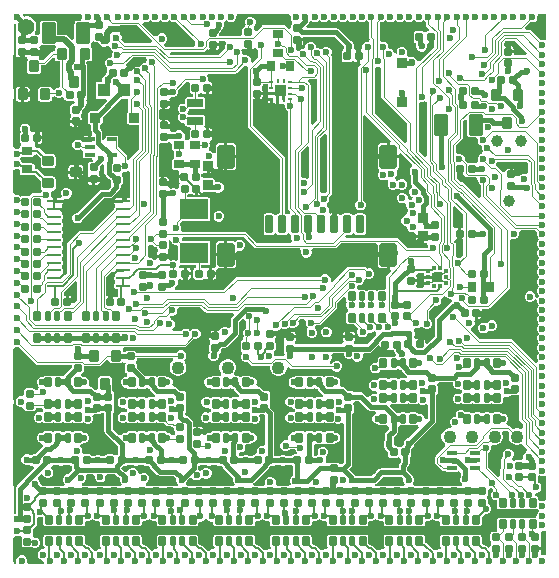
<source format=gbl>
G04*
G04 #@! TF.GenerationSoftware,Altium Limited,Altium Designer,23.8.1 (32)*
G04*
G04 Layer_Physical_Order=4*
G04 Layer_Color=9720587*
%FSLAX25Y25*%
%MOIN*%
G70*
G04*
G04 #@! TF.SameCoordinates,C9C1B49D-FC50-48E7-82B8-0A043EE9E5D5*
G04*
G04*
G04 #@! TF.FilePolarity,Positive*
G04*
G01*
G75*
%ADD14C,0.00787*%
%ADD16C,0.01968*%
%ADD17R,0.00787X0.55217*%
%ADD18R,0.00787X0.41732*%
%ADD19R,0.00787X0.07874*%
%ADD20R,0.02657X0.00787*%
%ADD21R,0.17717X0.00787*%
%ADD22R,0.19685X0.00787*%
%ADD23R,0.00787X0.08661*%
%ADD24R,0.00787X0.07972*%
%ADD25R,0.00787X0.09055*%
%ADD26R,0.00787X0.08268*%
%ADD27R,0.05512X0.00787*%
G04:AMPARAMS|DCode=28|XSize=12.6mil|YSize=31.5mil|CornerRadius=1.26mil|HoleSize=0mil|Usage=FLASHONLY|Rotation=270.000|XOffset=0mil|YOffset=0mil|HoleType=Round|Shape=RoundedRectangle|*
%AMROUNDEDRECTD28*
21,1,0.01260,0.02898,0,0,270.0*
21,1,0.01008,0.03150,0,0,270.0*
1,1,0.00252,-0.01449,-0.00504*
1,1,0.00252,-0.01449,0.00504*
1,1,0.00252,0.01449,0.00504*
1,1,0.00252,0.01449,-0.00504*
%
%ADD28ROUNDEDRECTD28*%
G04:AMPARAMS|DCode=33|XSize=27.56mil|YSize=23.62mil|CornerRadius=2.36mil|HoleSize=0mil|Usage=FLASHONLY|Rotation=180.000|XOffset=0mil|YOffset=0mil|HoleType=Round|Shape=RoundedRectangle|*
%AMROUNDEDRECTD33*
21,1,0.02756,0.01890,0,0,180.0*
21,1,0.02284,0.02362,0,0,180.0*
1,1,0.00472,-0.01142,0.00945*
1,1,0.00472,0.01142,0.00945*
1,1,0.00472,0.01142,-0.00945*
1,1,0.00472,-0.01142,-0.00945*
%
%ADD33ROUNDEDRECTD33*%
G04:AMPARAMS|DCode=34|XSize=27.56mil|YSize=23.62mil|CornerRadius=2.36mil|HoleSize=0mil|Usage=FLASHONLY|Rotation=90.000|XOffset=0mil|YOffset=0mil|HoleType=Round|Shape=RoundedRectangle|*
%AMROUNDEDRECTD34*
21,1,0.02756,0.01890,0,0,90.0*
21,1,0.02284,0.02362,0,0,90.0*
1,1,0.00472,0.00945,0.01142*
1,1,0.00472,0.00945,-0.01142*
1,1,0.00472,-0.00945,-0.01142*
1,1,0.00472,-0.00945,0.01142*
%
%ADD34ROUNDEDRECTD34*%
G04:AMPARAMS|DCode=38|XSize=35.43mil|YSize=37.4mil|CornerRadius=3.54mil|HoleSize=0mil|Usage=FLASHONLY|Rotation=180.000|XOffset=0mil|YOffset=0mil|HoleType=Round|Shape=RoundedRectangle|*
%AMROUNDEDRECTD38*
21,1,0.03543,0.03032,0,0,180.0*
21,1,0.02835,0.03740,0,0,180.0*
1,1,0.00709,-0.01417,0.01516*
1,1,0.00709,0.01417,0.01516*
1,1,0.00709,0.01417,-0.01516*
1,1,0.00709,-0.01417,-0.01516*
%
%ADD38ROUNDEDRECTD38*%
G04:AMPARAMS|DCode=39|XSize=35.43mil|YSize=37.4mil|CornerRadius=3.54mil|HoleSize=0mil|Usage=FLASHONLY|Rotation=180.000|XOffset=0mil|YOffset=0mil|HoleType=Round|Shape=RoundedRectangle|*
%AMROUNDEDRECTD39*
21,1,0.03543,0.03032,0,0,180.0*
21,1,0.02835,0.03740,0,0,180.0*
1,1,0.00709,-0.01417,0.01516*
1,1,0.00709,0.01417,0.01516*
1,1,0.00709,0.01417,-0.01516*
1,1,0.00709,-0.01417,-0.01516*
%
%ADD39ROUNDEDRECTD39*%
%ADD75C,0.01575*%
%ADD76C,0.00492*%
%ADD78C,0.02362*%
%ADD79C,0.05512*%
%ADD80C,0.04331*%
%ADD81C,0.03900*%
G04:AMPARAMS|DCode=82|XSize=25.59mil|YSize=31.5mil|CornerRadius=2.56mil|HoleSize=0mil|Usage=FLASHONLY|Rotation=180.000|XOffset=0mil|YOffset=0mil|HoleType=Round|Shape=RoundedRectangle|*
%AMROUNDEDRECTD82*
21,1,0.02559,0.02638,0,0,180.0*
21,1,0.02047,0.03150,0,0,180.0*
1,1,0.00512,-0.01024,0.01319*
1,1,0.00512,0.01024,0.01319*
1,1,0.00512,0.01024,-0.01319*
1,1,0.00512,-0.01024,-0.01319*
%
%ADD82ROUNDEDRECTD82*%
G04:AMPARAMS|DCode=83|XSize=17.72mil|YSize=31.5mil|CornerRadius=1.77mil|HoleSize=0mil|Usage=FLASHONLY|Rotation=180.000|XOffset=0mil|YOffset=0mil|HoleType=Round|Shape=RoundedRectangle|*
%AMROUNDEDRECTD83*
21,1,0.01772,0.02795,0,0,180.0*
21,1,0.01417,0.03150,0,0,180.0*
1,1,0.00354,-0.00709,0.01398*
1,1,0.00354,0.00709,0.01398*
1,1,0.00354,0.00709,-0.01398*
1,1,0.00354,-0.00709,-0.01398*
%
%ADD83ROUNDEDRECTD83*%
%ADD84R,0.01378X0.00984*%
%ADD85R,0.00984X0.01378*%
%ADD86R,0.01378X0.01476*%
%ADD87R,0.01476X0.01378*%
G04:AMPARAMS|DCode=88|XSize=35.83mil|YSize=33.47mil|CornerRadius=3.35mil|HoleSize=0mil|Usage=FLASHONLY|Rotation=270.000|XOffset=0mil|YOffset=0mil|HoleType=Round|Shape=RoundedRectangle|*
%AMROUNDEDRECTD88*
21,1,0.03583,0.02677,0,0,270.0*
21,1,0.02913,0.03347,0,0,270.0*
1,1,0.00669,-0.01339,-0.01457*
1,1,0.00669,-0.01339,0.01457*
1,1,0.00669,0.01339,0.01457*
1,1,0.00669,0.01339,-0.01457*
%
%ADD88ROUNDEDRECTD88*%
%ADD89R,0.03937X0.04331*%
G04:AMPARAMS|DCode=90|XSize=70.87mil|YSize=45.28mil|CornerRadius=4.53mil|HoleSize=0mil|Usage=FLASHONLY|Rotation=270.000|XOffset=0mil|YOffset=0mil|HoleType=Round|Shape=RoundedRectangle|*
%AMROUNDEDRECTD90*
21,1,0.07087,0.03622,0,0,270.0*
21,1,0.06181,0.04528,0,0,270.0*
1,1,0.00906,-0.01811,-0.03091*
1,1,0.00906,-0.01811,0.03091*
1,1,0.00906,0.01811,0.03091*
1,1,0.00906,0.01811,-0.03091*
%
%ADD90ROUNDEDRECTD90*%
G04:AMPARAMS|DCode=91|XSize=59.06mil|YSize=25.59mil|CornerRadius=2.56mil|HoleSize=0mil|Usage=FLASHONLY|Rotation=90.000|XOffset=0mil|YOffset=0mil|HoleType=Round|Shape=RoundedRectangle|*
%AMROUNDEDRECTD91*
21,1,0.05906,0.02047,0,0,90.0*
21,1,0.05394,0.02559,0,0,90.0*
1,1,0.00512,0.01024,0.02697*
1,1,0.00512,0.01024,-0.02697*
1,1,0.00512,-0.01024,-0.02697*
1,1,0.00512,-0.01024,0.02697*
%
%ADD91ROUNDEDRECTD91*%
G04:AMPARAMS|DCode=92|XSize=78.74mil|YSize=57.09mil|CornerRadius=5.71mil|HoleSize=0mil|Usage=FLASHONLY|Rotation=90.000|XOffset=0mil|YOffset=0mil|HoleType=Round|Shape=RoundedRectangle|*
%AMROUNDEDRECTD92*
21,1,0.07874,0.04567,0,0,90.0*
21,1,0.06732,0.05709,0,0,90.0*
1,1,0.01142,0.02284,0.03366*
1,1,0.01142,0.02284,-0.03366*
1,1,0.01142,-0.02284,-0.03366*
1,1,0.01142,-0.02284,0.03366*
%
%ADD92ROUNDEDRECTD92*%
G04:AMPARAMS|DCode=93|XSize=35.83mil|YSize=33.47mil|CornerRadius=3.35mil|HoleSize=0mil|Usage=FLASHONLY|Rotation=0.000|XOffset=0mil|YOffset=0mil|HoleType=Round|Shape=RoundedRectangle|*
%AMROUNDEDRECTD93*
21,1,0.03583,0.02677,0,0,0.0*
21,1,0.02913,0.03347,0,0,0.0*
1,1,0.00669,0.01457,-0.01339*
1,1,0.00669,-0.01457,-0.01339*
1,1,0.00669,-0.01457,0.01339*
1,1,0.00669,0.01457,0.01339*
%
%ADD93ROUNDEDRECTD93*%
%ADD94R,0.01968X0.01968*%
%ADD95R,0.09449X0.06693*%
G04:AMPARAMS|DCode=96|XSize=27.56mil|YSize=36.22mil|CornerRadius=2.76mil|HoleSize=0mil|Usage=FLASHONLY|Rotation=0.000|XOffset=0mil|YOffset=0mil|HoleType=Round|Shape=RoundedRectangle|*
%AMROUNDEDRECTD96*
21,1,0.02756,0.03071,0,0,0.0*
21,1,0.02205,0.03622,0,0,0.0*
1,1,0.00551,0.01102,-0.01535*
1,1,0.00551,-0.01102,-0.01535*
1,1,0.00551,-0.01102,0.01535*
1,1,0.00551,0.01102,0.01535*
%
%ADD96ROUNDEDRECTD96*%
G04:AMPARAMS|DCode=97|XSize=27.56mil|YSize=36.22mil|CornerRadius=2.76mil|HoleSize=0mil|Usage=FLASHONLY|Rotation=270.000|XOffset=0mil|YOffset=0mil|HoleType=Round|Shape=RoundedRectangle|*
%AMROUNDEDRECTD97*
21,1,0.02756,0.03071,0,0,270.0*
21,1,0.02205,0.03622,0,0,270.0*
1,1,0.00551,-0.01535,-0.01102*
1,1,0.00551,-0.01535,0.01102*
1,1,0.00551,0.01535,0.01102*
1,1,0.00551,0.01535,-0.01102*
%
%ADD97ROUNDEDRECTD97*%
G04:AMPARAMS|DCode=98|XSize=27.56mil|YSize=55.12mil|CornerRadius=2.76mil|HoleSize=0mil|Usage=FLASHONLY|Rotation=270.000|XOffset=0mil|YOffset=0mil|HoleType=Round|Shape=RoundedRectangle|*
%AMROUNDEDRECTD98*
21,1,0.02756,0.04961,0,0,270.0*
21,1,0.02205,0.05512,0,0,270.0*
1,1,0.00551,-0.02480,-0.01102*
1,1,0.00551,-0.02480,0.01102*
1,1,0.00551,0.02480,0.01102*
1,1,0.00551,0.02480,-0.01102*
%
%ADD98ROUNDEDRECTD98*%
G04:AMPARAMS|DCode=99|XSize=33.47mil|YSize=33.47mil|CornerRadius=3.35mil|HoleSize=0mil|Usage=FLASHONLY|Rotation=270.000|XOffset=0mil|YOffset=0mil|HoleType=Round|Shape=RoundedRectangle|*
%AMROUNDEDRECTD99*
21,1,0.03347,0.02677,0,0,270.0*
21,1,0.02677,0.03347,0,0,270.0*
1,1,0.00669,-0.01339,-0.01339*
1,1,0.00669,-0.01339,0.01339*
1,1,0.00669,0.01339,0.01339*
1,1,0.00669,0.01339,-0.01339*
%
%ADD99ROUNDEDRECTD99*%
G04:AMPARAMS|DCode=100|XSize=35.43mil|YSize=37.4mil|CornerRadius=3.54mil|HoleSize=0mil|Usage=FLASHONLY|Rotation=90.000|XOffset=0mil|YOffset=0mil|HoleType=Round|Shape=RoundedRectangle|*
%AMROUNDEDRECTD100*
21,1,0.03543,0.03032,0,0,90.0*
21,1,0.02835,0.03740,0,0,90.0*
1,1,0.00709,0.01516,0.01417*
1,1,0.00709,0.01516,-0.01417*
1,1,0.00709,-0.01516,-0.01417*
1,1,0.00709,-0.01516,0.01417*
%
%ADD100ROUNDEDRECTD100*%
G04:AMPARAMS|DCode=101|XSize=35.43mil|YSize=37.4mil|CornerRadius=3.54mil|HoleSize=0mil|Usage=FLASHONLY|Rotation=90.000|XOffset=0mil|YOffset=0mil|HoleType=Round|Shape=RoundedRectangle|*
%AMROUNDEDRECTD101*
21,1,0.03543,0.03032,0,0,90.0*
21,1,0.02835,0.03740,0,0,90.0*
1,1,0.00709,0.01516,0.01417*
1,1,0.00709,0.01516,-0.01417*
1,1,0.00709,-0.01516,-0.01417*
1,1,0.00709,-0.01516,0.01417*
%
%ADD101ROUNDEDRECTD101*%
%ADD102O,0.04961X0.00984*%
%ADD103R,0.02953X0.01968*%
G36*
X118329Y180937D02*
X118386Y180880D01*
X118537Y180818D01*
Y175690D01*
X118602Y175364D01*
X118787Y175087D01*
X118522Y174253D01*
X118463Y174213D01*
X117758D01*
X117107Y173943D01*
X116608Y173444D01*
X116339Y172793D01*
Y172229D01*
X116274Y172022D01*
X115741Y171473D01*
X115650D01*
Y169488D01*
Y167091D01*
X115805Y166716D01*
X115145Y166056D01*
X114960Y165779D01*
X114895Y165453D01*
Y121249D01*
X114744Y121187D01*
X114246Y120689D01*
X113976Y120037D01*
Y119333D01*
X114246Y118682D01*
X114744Y118183D01*
X115396Y117913D01*
X116101D01*
X116752Y118183D01*
X117250Y118682D01*
X117520Y119333D01*
Y120037D01*
X117250Y120689D01*
X116752Y121187D01*
X116601Y121249D01*
Y149419D01*
X117388Y149745D01*
X126017Y141116D01*
X125716Y140389D01*
X125493D01*
Y136331D01*
X128468D01*
Y136775D01*
X129195Y137076D01*
X132966Y133306D01*
X132855Y132407D01*
X132356Y131909D01*
X132087Y131258D01*
Y130553D01*
X132356Y129902D01*
X132465Y129794D01*
Y127362D01*
X132571Y126825D01*
X132855Y126400D01*
X132875Y126360D01*
X132747Y125503D01*
X132249Y125005D01*
X131979Y124354D01*
Y123649D01*
X132249Y122997D01*
X132747Y122499D01*
X133150Y122332D01*
X132993Y121545D01*
X132477D01*
X132174Y121419D01*
X131987Y121490D01*
X131447Y121925D01*
Y122400D01*
X131177Y123051D01*
X130679Y123549D01*
X130028Y123819D01*
X129323D01*
X128672Y123549D01*
X128173Y123051D01*
X127904Y122400D01*
Y121695D01*
X128173Y121044D01*
X128672Y120545D01*
X129323Y120276D01*
X130028D01*
X130331Y120401D01*
X130518Y120330D01*
X131058Y119896D01*
Y119421D01*
X131328Y118770D01*
X131377Y118721D01*
X131569Y117933D01*
X131442Y117627D01*
X131299Y117281D01*
Y116577D01*
X130576Y116266D01*
X130099Y116069D01*
X129601Y115570D01*
X129331Y114919D01*
Y114215D01*
X129601Y113563D01*
X130099Y113065D01*
X130572Y112869D01*
X130750Y112795D01*
X131299Y112116D01*
Y112049D01*
X131569Y111398D01*
X132067Y110900D01*
X132719Y110630D01*
X133423D01*
X134135Y110073D01*
Y109783D01*
X136417D01*
Y109291D01*
X136909D01*
Y107009D01*
X137756D01*
X137779Y107014D01*
X137928Y106887D01*
X138277Y106313D01*
X138091Y105864D01*
Y105528D01*
X131341D01*
X128429Y108440D01*
X128152Y108625D01*
X127826Y108690D01*
X110898D01*
X110524Y109477D01*
X110807Y109838D01*
X112323D01*
X112653Y109904D01*
X112933Y110091D01*
X113033Y110239D01*
X113449Y110310D01*
X113481D01*
X113897Y110239D01*
X113996Y110091D01*
X114276Y109904D01*
X114607Y109838D01*
X116654D01*
X116984Y109904D01*
X117264Y110091D01*
X117451Y110371D01*
X117517Y110701D01*
Y116095D01*
X117451Y116425D01*
X117264Y116705D01*
X116984Y116892D01*
X116654Y116958D01*
X114607D01*
X114276Y116892D01*
X113996Y116705D01*
X113897Y116556D01*
X113481Y116486D01*
X113449D01*
X113033Y116556D01*
X112933Y116705D01*
X112653Y116892D01*
X112323Y116958D01*
X110276D01*
X109946Y116892D01*
X109666Y116705D01*
X109566Y116556D01*
X109150Y116486D01*
X109118D01*
X108702Y116556D01*
X108603Y116705D01*
X108323Y116892D01*
X107992Y116958D01*
X107461D01*
Y113398D01*
X106477D01*
Y116958D01*
X105945D01*
X105650Y116899D01*
X105500Y117000D01*
X105024Y117444D01*
X105118Y117671D01*
Y118376D01*
X104849Y119027D01*
X104412Y119464D01*
X104395Y119871D01*
X104456Y120334D01*
X104605Y120396D01*
X105103Y120894D01*
X105373Y121545D01*
Y122250D01*
X105311Y122400D01*
X105918Y123008D01*
X106103Y123285D01*
X106168Y123611D01*
Y169179D01*
X106103Y169505D01*
X105918Y169782D01*
X105892Y169808D01*
X106102Y170317D01*
Y171022D01*
X105833Y171673D01*
X105334Y172171D01*
X104683Y172441D01*
X103978D01*
X103327Y172171D01*
X103041Y171885D01*
X102185Y171777D01*
X101534Y172047D01*
X100927D01*
Y172639D01*
X100658Y173290D01*
X100159Y173789D01*
X99508Y174058D01*
X98803D01*
X98152Y173789D01*
X97654Y173290D01*
X97384Y172639D01*
Y172422D01*
X97054Y171843D01*
X96657Y171732D01*
X96287D01*
X95636Y171463D01*
X95175Y171002D01*
X94953Y171048D01*
X94429Y171285D01*
Y171807D01*
X94255Y172228D01*
X94553Y172852D01*
X94715Y173015D01*
X95827D01*
X96149Y173080D01*
X96423Y173262D01*
X96606Y173536D01*
X96670Y173858D01*
Y174311D01*
X94685D01*
Y175295D01*
X96670D01*
Y175748D01*
X96761Y175859D01*
X107109D01*
X110106Y172862D01*
Y172388D01*
X110180Y172207D01*
X109959Y171410D01*
X109953Y171409D01*
X109680Y171226D01*
X109497Y170952D01*
X109433Y170630D01*
Y168347D01*
X109497Y168024D01*
X109680Y167750D01*
X109953Y167568D01*
X110276Y167503D01*
X112165D01*
X112488Y167568D01*
X112748Y167741D01*
X112770Y167750D01*
X113608D01*
X113630Y167741D01*
X113890Y167568D01*
X114213Y167503D01*
X114665D01*
Y169488D01*
Y171473D01*
X114213D01*
X114114Y171453D01*
X113607Y171920D01*
X113520Y172077D01*
X113649Y172388D01*
Y173093D01*
X113379Y173744D01*
X112881Y174242D01*
X112572Y174370D01*
X108685Y178257D01*
X108229Y178562D01*
X107691Y178669D01*
X97911D01*
X97586Y179318D01*
X97579Y179347D01*
X97576Y179456D01*
X98185Y180066D01*
X98490Y180522D01*
X98530Y180725D01*
X99310Y181010D01*
X99337Y181008D01*
X99432Y180937D01*
X99489Y180880D01*
X100140Y180610D01*
X100845D01*
X101496Y180880D01*
X101552Y180937D01*
X102067Y181324D01*
X102581Y180937D01*
X102638Y180880D01*
X103289Y180610D01*
X103994D01*
X104645Y180880D01*
X104702Y180937D01*
X105217Y181324D01*
X105731Y180937D01*
X105788Y180880D01*
X106439Y180610D01*
X107144D01*
X107795Y180880D01*
X107852Y180937D01*
X108366Y181324D01*
X108881Y180937D01*
X108937Y180880D01*
X109589Y180610D01*
X110293D01*
X110944Y180880D01*
X111001Y180937D01*
X111516Y181324D01*
X112030Y180937D01*
X112087Y180880D01*
X112738Y180610D01*
X113443D01*
X114094Y180880D01*
X114151Y180937D01*
X114665Y181324D01*
X115180Y180937D01*
X115237Y180880D01*
X115888Y180610D01*
X116593D01*
X117244Y180880D01*
X117301Y180937D01*
X117815Y181324D01*
X118329Y180937D01*
D02*
G37*
G36*
X177559Y175214D02*
X176772Y174688D01*
X176730Y174705D01*
X176026D01*
X175875Y174642D01*
X172537Y177980D01*
X172261Y178165D01*
X171934Y178230D01*
X171016D01*
X170715Y178957D01*
X172430Y180673D01*
X172581Y180610D01*
X173285D01*
X173937Y180880D01*
X174435Y181378D01*
X174705Y182029D01*
Y182734D01*
X174688Y182776D01*
X175214Y183563D01*
X177559D01*
Y175214D01*
D02*
G37*
G36*
X127778Y180937D02*
X127835Y180880D01*
X128486Y180610D01*
X129191D01*
X129842Y180880D01*
X129899Y180937D01*
X130413Y181324D01*
X130928Y180937D01*
X130985Y180880D01*
X131636Y180610D01*
X132341D01*
X132992Y180880D01*
X133049Y180937D01*
X133563Y181324D01*
X134077Y180937D01*
X134134Y180880D01*
X134785Y180610D01*
X135490D01*
X136141Y180880D01*
X136198Y180937D01*
X136713Y181324D01*
X137227Y180937D01*
X137284Y180880D01*
X137434Y180818D01*
Y180138D01*
X137499Y179812D01*
X137684Y179535D01*
X138719Y178500D01*
X138418Y177772D01*
X138228D01*
X137906Y177708D01*
X137646Y177534D01*
X137624Y177525D01*
X136786D01*
X136764Y177534D01*
X136504Y177708D01*
X136181Y177772D01*
X134291D01*
X133969Y177708D01*
X133695Y177525D01*
X133513Y177252D01*
X133448Y176929D01*
Y174646D01*
X133513Y174323D01*
X133695Y174050D01*
X133969Y173867D01*
X134225Y173816D01*
Y173407D01*
X134332Y172870D01*
X134385Y172790D01*
Y172315D01*
X134655Y171664D01*
X135153Y171166D01*
X135804Y170896D01*
X136509D01*
X137161Y171166D01*
X137659Y171664D01*
X137929Y172315D01*
Y173020D01*
X137911Y173063D01*
X138029Y173338D01*
X138457Y173803D01*
X138681D01*
Y175787D01*
X139665D01*
Y173803D01*
X140118D01*
X140240Y173703D01*
Y172393D01*
X135433Y167587D01*
X135139Y167620D01*
X134576Y167843D01*
X134376Y168326D01*
X133878Y168825D01*
X133227Y169095D01*
X132522D01*
X132511Y169090D01*
X131785Y168953D01*
X131726Y169007D01*
X131533Y169250D01*
X131268Y169427D01*
X131228Y169464D01*
X131299Y170238D01*
Y170943D01*
X131030Y171594D01*
X130531Y172092D01*
X129880Y172362D01*
X129175D01*
X128524Y172092D01*
X128026Y171594D01*
X127756Y170943D01*
Y170238D01*
X127761Y170189D01*
X127756Y170185D01*
X127415Y170292D01*
X126917Y170556D01*
X126699Y171082D01*
X126200Y171581D01*
X125724Y171778D01*
X125000Y172089D01*
Y172793D01*
X124730Y173444D01*
X124232Y173943D01*
X123581Y174213D01*
X122876D01*
X122162Y174769D01*
Y180545D01*
X122228Y180610D01*
X122892D01*
X123543Y180880D01*
X123600Y180937D01*
X124114Y181324D01*
X124629Y180937D01*
X124685Y180880D01*
X125337Y180610D01*
X126041D01*
X126693Y180880D01*
X126749Y180937D01*
X127264Y181324D01*
X127778Y180937D01*
D02*
G37*
G36*
X46282D02*
X46339Y180880D01*
X46990Y180610D01*
X47695D01*
X48346Y180880D01*
X48403Y180937D01*
X48917Y181324D01*
X49432Y180937D01*
X49489Y180880D01*
X50140Y180610D01*
X50845D01*
X51496Y180880D01*
X51553Y180937D01*
X52067Y181324D01*
X52581Y180937D01*
X52638Y180880D01*
X53289Y180610D01*
X53994D01*
X54142Y180672D01*
X60735Y174079D01*
X60672Y173925D01*
Y173221D01*
X60115Y172506D01*
X50974D01*
X50351Y173194D01*
X50413Y173695D01*
X50911Y174193D01*
X51181Y174845D01*
Y175549D01*
X50911Y176200D01*
X50413Y176699D01*
X49762Y176969D01*
X49057D01*
X48406Y176699D01*
X47908Y176200D01*
X47009Y176089D01*
X42987Y180112D01*
X43433Y180779D01*
X43841Y180610D01*
X44545D01*
X45197Y180880D01*
X45253Y180937D01*
X45768Y181324D01*
X46282Y180937D01*
D02*
G37*
G36*
X92438Y182776D02*
X92421Y182734D01*
Y182029D01*
X92691Y181378D01*
X92923Y181146D01*
X92946Y180334D01*
X92872Y180168D01*
X92765Y180008D01*
X92700Y179685D01*
Y178651D01*
X91913Y178325D01*
X90747Y179491D01*
X90471Y179676D01*
X90144Y179741D01*
X83337D01*
X83010Y179676D01*
X82734Y179491D01*
X81059Y177816D01*
X80331Y178117D01*
Y178307D01*
X80267Y178630D01*
X80119Y178969D01*
X80455Y179602D01*
X80528Y179674D01*
X80798Y180325D01*
Y181030D01*
X80528Y181682D01*
X80029Y182180D01*
X79378Y182449D01*
X78673D01*
X78022Y182180D01*
X77524Y181682D01*
X77254Y181030D01*
Y180325D01*
X77415Y179937D01*
X77330Y179620D01*
X77125Y179252D01*
X76987Y179107D01*
X76882Y179086D01*
X76609Y178903D01*
X76426Y178630D01*
X76362Y178307D01*
Y176417D01*
X75622Y176099D01*
X68620D01*
X68520Y176220D01*
Y176966D01*
X69347Y177793D01*
X69651Y178249D01*
X69667Y178326D01*
X70006Y178665D01*
X70276Y179316D01*
Y180021D01*
X70260Y180060D01*
X70391Y180865D01*
X71052Y181258D01*
X71479Y180937D01*
X71536Y180880D01*
X72187Y180610D01*
X72892D01*
X73543Y180880D01*
X74041Y181378D01*
X74311Y182029D01*
Y182734D01*
X74294Y182776D01*
X74820Y183563D01*
X91912D01*
X92438Y182776D01*
D02*
G37*
G36*
X23049D02*
X23031Y182734D01*
Y182029D01*
X23040Y182009D01*
X22514Y181221D01*
X21417D01*
X21010Y181140D01*
X20665Y180910D01*
X20435Y180564D01*
X20354Y180157D01*
Y174990D01*
X19566Y174664D01*
X18163Y176067D01*
X17642Y176415D01*
X17028Y176537D01*
X17028Y176537D01*
X14686D01*
Y180157D01*
X14605Y180564D01*
X14374Y180910D01*
X14029Y181140D01*
X13622Y181221D01*
X10000D01*
X9593Y181140D01*
X9248Y180910D01*
X9017Y180564D01*
X8936Y180157D01*
Y176986D01*
X8753Y176811D01*
X8149Y176469D01*
X8032Y176493D01*
X7437D01*
X7188Y176891D01*
X7068Y177280D01*
X7449Y177941D01*
X7677Y178792D01*
Y179673D01*
X7449Y180524D01*
X7009Y181287D01*
X6385Y181910D01*
X5622Y182351D01*
X4771Y182579D01*
X3890D01*
X3721Y182533D01*
X3710Y182540D01*
X3622Y182776D01*
X4170Y183563D01*
X22523D01*
X23049Y182776D01*
D02*
G37*
G36*
X46320Y174366D02*
X46018Y173638D01*
X37342D01*
X36002Y174979D01*
X36064Y175130D01*
Y175835D01*
X35794Y176486D01*
X35744Y176536D01*
X35630Y176772D01*
Y179585D01*
X41101D01*
X46320Y174366D01*
D02*
G37*
G36*
X78838Y171637D02*
X79488D01*
X79811Y171701D01*
X80084Y171884D01*
X80105Y171915D01*
X80462Y171977D01*
X80899Y171979D01*
X81003Y171950D01*
X81399Y171554D01*
X81549Y171492D01*
Y168934D01*
X79852Y167237D01*
X79321Y167477D01*
X79134Y167633D01*
Y168266D01*
X78864Y168917D01*
X78366Y169415D01*
X77715Y169685D01*
X77010D01*
X76771Y169586D01*
X76168Y170189D01*
X76186Y170231D01*
Y170936D01*
X75982Y171428D01*
X76609Y171884D01*
X76882Y171701D01*
X77205Y171637D01*
X77854D01*
Y173425D01*
X78838D01*
Y171637D01*
D02*
G37*
G36*
X70896Y173606D02*
X70833Y173543D01*
X70563Y172892D01*
Y172187D01*
X70626Y172036D01*
X68389Y169800D01*
X52372D01*
X52221Y170013D01*
X52627Y170800D01*
X63238D01*
X63565Y170865D01*
X63841Y171050D01*
X64507Y171716D01*
X64798Y171687D01*
X65071Y171504D01*
X65394Y171440D01*
X66043D01*
Y173228D01*
X66535D01*
Y173720D01*
X68520D01*
Y174173D01*
X68700Y174393D01*
X70569D01*
X70896Y173606D01*
D02*
G37*
G36*
X171373Y170433D02*
X171039Y169753D01*
X170991Y169701D01*
X166929D01*
X166749Y169921D01*
Y170374D01*
X164764D01*
Y170866D01*
X164272D01*
Y172654D01*
X163622D01*
X163501Y172754D01*
Y173670D01*
X164386Y174555D01*
X167250D01*
X171373Y170433D01*
D02*
G37*
G36*
X9479Y173070D02*
X9593Y172994D01*
X10000Y172913D01*
X13622D01*
X13801Y172948D01*
X14115Y172481D01*
X14197Y172231D01*
X14031Y171983D01*
X13958Y171614D01*
Y170951D01*
X13176D01*
X12850Y170887D01*
X12573Y170702D01*
X9919Y168048D01*
X9038D01*
X8988Y168122D01*
X8676Y168331D01*
X8615Y168343D01*
X8581Y168433D01*
X8531Y169162D01*
X8628Y169227D01*
X8810Y169500D01*
X8874Y169823D01*
Y170276D01*
X6890D01*
Y171260D01*
X8874D01*
Y171713D01*
X8810Y172035D01*
X8637Y172295D01*
X8628Y172317D01*
Y172372D01*
X9415Y173077D01*
X9479Y173070D01*
D02*
G37*
G36*
X44384Y168605D02*
X44539Y168192D01*
X44307Y167633D01*
Y167118D01*
X43628D01*
X42977Y166848D01*
X42478Y166349D01*
X42254Y165808D01*
X41689Y166042D01*
X40984D01*
X40333Y165773D01*
X39834Y165274D01*
X39565Y164623D01*
X38796Y164668D01*
Y165020D01*
X38732Y165342D01*
X38549Y165616D01*
X38275Y165798D01*
X37953Y165863D01*
X37860D01*
X37534Y166650D01*
X39863Y168980D01*
X44159D01*
X44384Y168605D01*
D02*
G37*
G36*
X26904Y174345D02*
X27177Y174162D01*
X27500Y174098D01*
X28314D01*
X28582Y173830D01*
X28813Y173273D01*
X29311Y172774D01*
X29963Y172504D01*
X30667D01*
X31319Y172774D01*
X31331Y172786D01*
X31496Y172819D01*
X32116Y172463D01*
X32283Y172294D01*
Y172285D01*
X32553Y171634D01*
X32765Y171423D01*
X33144Y170689D01*
X32874Y170037D01*
Y169428D01*
X32830Y169285D01*
X32283Y168701D01*
X31944D01*
X31292Y168431D01*
X30794Y167933D01*
X30524Y167281D01*
Y166577D01*
X30794Y165926D01*
X31292Y165427D01*
X31326Y165413D01*
X31347Y165342D01*
X31283Y165020D01*
Y163880D01*
X31021Y163618D01*
X30835Y163493D01*
X30457Y163115D01*
X30152Y162660D01*
X30128Y162539D01*
X29940Y162351D01*
X29670Y161700D01*
Y160995D01*
X29492Y160728D01*
X27559D01*
Y155217D01*
X30862D01*
X31164Y154489D01*
X27775Y151101D01*
X25906D01*
X25545Y151029D01*
X25238Y150824D01*
X25034Y150519D01*
X24962Y150157D01*
Y147480D01*
X25034Y147119D01*
X25238Y146813D01*
X25545Y146609D01*
X25906Y146537D01*
X25957D01*
Y144665D01*
X26064Y144128D01*
X26369Y143672D01*
X26385Y143656D01*
X26059Y142868D01*
X25886D01*
Y141634D01*
X24902D01*
Y142868D01*
X23945D01*
X23665Y142813D01*
X23428Y142654D01*
X23270Y142417D01*
X23214Y142138D01*
Y141711D01*
X22427Y141385D01*
X22405Y141406D01*
X21754Y141676D01*
X21049D01*
X20398Y141406D01*
X19900Y140908D01*
X19630Y140257D01*
Y139552D01*
X19900Y138901D01*
X20398Y138403D01*
X21049Y138133D01*
X21754D01*
X22302Y138360D01*
X22411Y138287D01*
X22737Y138222D01*
X22860D01*
X23318Y137551D01*
X23270Y137299D01*
X23257Y137235D01*
X23214Y137020D01*
Y136012D01*
X23270Y135732D01*
X23428Y135495D01*
X23665Y135337D01*
X23945Y135281D01*
X26277D01*
X26615Y134531D01*
X26254Y134071D01*
X25630D01*
X25307Y134007D01*
X25034Y133824D01*
X24851Y133551D01*
X24787Y133228D01*
Y131339D01*
X24851Y131016D01*
X25025Y130756D01*
X25034Y130734D01*
Y129896D01*
X25025Y129874D01*
X24851Y129614D01*
X24787Y129291D01*
Y128839D01*
X26772D01*
X28756D01*
Y129291D01*
X28692Y129614D01*
X28519Y129874D01*
X28510Y129896D01*
Y130734D01*
X28519Y130756D01*
X28692Y131016D01*
X28756Y131339D01*
Y132426D01*
X29588Y133258D01*
X29726D01*
X30386Y132679D01*
Y130514D01*
X30493Y129976D01*
X30798Y129520D01*
X31686Y128632D01*
X31976Y128438D01*
X32464Y127951D01*
Y127205D01*
X32528Y126882D01*
X32711Y126609D01*
X32540Y125784D01*
X31586Y124830D01*
X29528D01*
X28990Y124723D01*
X28534Y124419D01*
X21241Y117126D01*
X21104D01*
X20453Y116856D01*
X19955Y116358D01*
X19685Y115707D01*
Y115002D01*
X19955Y114351D01*
X20453Y113852D01*
X21104Y113583D01*
X21809D01*
X22460Y113852D01*
X22959Y114351D01*
X23228Y115002D01*
Y115139D01*
X30110Y122020D01*
X32168D01*
X32706Y122127D01*
X33162Y122432D01*
X35358Y124628D01*
X35663Y125084D01*
X35770Y125622D01*
Y126397D01*
X35913Y126426D01*
X36187Y126609D01*
X36369Y126882D01*
X36434Y127205D01*
Y129095D01*
X36369Y129417D01*
X36196Y129677D01*
X36187Y129699D01*
Y130436D01*
X36650Y130793D01*
X36852Y130905D01*
X37557D01*
X38208Y131175D01*
X38980Y130833D01*
Y122378D01*
X38603Y122068D01*
X37107D01*
Y120965D01*
X36615D01*
Y120472D01*
X33653D01*
X33846Y120184D01*
X33938Y120123D01*
X33948Y120097D01*
Y119273D01*
X33938Y119248D01*
X33846Y119186D01*
X33606Y118828D01*
X33548Y118533D01*
X26125Y111111D01*
X22307D01*
X21981Y111046D01*
X21704Y110861D01*
X18147Y107304D01*
X17962Y107027D01*
X17897Y106701D01*
Y97127D01*
X17077Y96307D01*
X16724Y96434D01*
X16627Y96642D01*
X16509Y97329D01*
X16630Y97511D01*
X16714Y97933D01*
X16630Y98356D01*
X16391Y98714D01*
X16299Y98775D01*
X16289Y98800D01*
Y99625D01*
X16299Y99650D01*
X16391Y99712D01*
X16630Y100070D01*
X16714Y100492D01*
X16630Y100915D01*
X16391Y101273D01*
X16299Y101334D01*
X16289Y101359D01*
Y102184D01*
X16299Y102209D01*
X16391Y102271D01*
X16630Y102629D01*
X16714Y103051D01*
X16630Y103474D01*
X16391Y103832D01*
X16299Y103893D01*
X16289Y103919D01*
Y104743D01*
X16299Y104768D01*
X16391Y104830D01*
X16630Y105188D01*
X16714Y105610D01*
X16630Y106033D01*
X16391Y106391D01*
X16299Y106452D01*
X16289Y106477D01*
Y107302D01*
X16299Y107327D01*
X16391Y107389D01*
X16630Y107747D01*
X16714Y108169D01*
X16630Y108592D01*
X16391Y108950D01*
X16299Y109011D01*
X16289Y109037D01*
Y109861D01*
X16299Y109886D01*
X16391Y109948D01*
X16630Y110306D01*
X16714Y110728D01*
X16630Y111151D01*
X16391Y111509D01*
X16299Y111570D01*
X16289Y111596D01*
Y112420D01*
X16299Y112445D01*
X16391Y112507D01*
X16630Y112865D01*
X16714Y113287D01*
X16630Y113710D01*
X16391Y114068D01*
X16299Y114129D01*
X16289Y114155D01*
Y114979D01*
X16299Y115004D01*
X16391Y115066D01*
X16630Y115424D01*
X16714Y115847D01*
X16630Y116269D01*
X16391Y116627D01*
X16299Y116689D01*
X16289Y116714D01*
Y117538D01*
X16299Y117563D01*
X16391Y117625D01*
X16584Y117913D01*
X13622D01*
Y118898D01*
X16584D01*
X16391Y119186D01*
X16299Y119248D01*
X16289Y119273D01*
Y120097D01*
X16299Y120123D01*
X16391Y120184D01*
X16584Y120472D01*
X13622D01*
Y120965D01*
X13130D01*
Y122068D01*
X13116D01*
X12590Y122856D01*
X12598Y122876D01*
Y123581D01*
X12523Y123763D01*
X13039Y124551D01*
X13131D01*
X13499Y124624D01*
X13812Y124833D01*
X14021Y125145D01*
X14094Y125514D01*
Y128349D01*
X14021Y128717D01*
X13812Y129030D01*
X13499Y129239D01*
X13131Y129312D01*
X10555D01*
X8426Y131441D01*
X8101Y131658D01*
X7717Y131735D01*
X7143D01*
Y132697D01*
X7076Y133035D01*
X6884Y133321D01*
X6598Y133513D01*
X6260Y133580D01*
X3752D01*
X3740Y133582D01*
X3007D01*
X2953Y133637D01*
Y133915D01*
X2683Y134567D01*
X2626Y134623D01*
X2239Y135138D01*
X2626Y135652D01*
X2683Y135709D01*
X2785Y135955D01*
X2851Y135976D01*
X3189Y135908D01*
X6260D01*
X6598Y135976D01*
X6884Y136167D01*
X7037Y136395D01*
X7183Y136472D01*
X7908Y136601D01*
X9136Y135373D01*
Y132994D01*
X9209Y132626D01*
X9418Y132313D01*
X9730Y132104D01*
X10099Y132031D01*
X13131D01*
X13499Y132104D01*
X13812Y132313D01*
X14021Y132626D01*
X14094Y132994D01*
Y135829D01*
X14021Y136198D01*
X13812Y136510D01*
X13499Y136719D01*
X13131Y136792D01*
X10555D01*
X8744Y138603D01*
X8418Y138821D01*
X8034Y138897D01*
X7477D01*
X7125Y139544D01*
X7382Y140025D01*
Y142224D01*
Y144209D01*
X6929D01*
X6607Y144145D01*
X6347Y143971D01*
X6325Y143962D01*
X6244D01*
X5711Y144724D01*
X5709Y144750D01*
Y145431D01*
X5439Y146082D01*
X4941Y146581D01*
X4290Y146850D01*
X3585D01*
X2933Y146581D01*
X2435Y146082D01*
X2165Y145431D01*
Y144726D01*
X2435Y144075D01*
X2426Y143982D01*
X2396Y143962D01*
X2213Y143689D01*
X2149Y143366D01*
Y141083D01*
X2213Y140760D01*
X2396Y140487D01*
X2423Y140469D01*
X2548Y139723D01*
X2509Y139536D01*
X2373Y139334D01*
X2310Y139015D01*
X2306Y138996D01*
X1534Y138484D01*
X829D01*
X787Y138467D01*
X0Y138993D01*
Y154987D01*
X787Y155064D01*
X842Y154789D01*
X1051Y154476D01*
X1364Y154267D01*
X1732Y154194D01*
X2657D01*
Y156673D01*
Y159152D01*
X1732D01*
X1364Y159079D01*
X1051Y158870D01*
X842Y158558D01*
X787Y158282D01*
X0Y158360D01*
Y169664D01*
X787Y169741D01*
X835Y169500D01*
X1018Y169227D01*
X1292Y169044D01*
X1614Y168980D01*
X2264D01*
Y170768D01*
X3248D01*
Y168980D01*
X3898D01*
X4220Y169044D01*
X4307Y169102D01*
X4461Y169195D01*
X4571Y169164D01*
X4722Y168997D01*
X4791Y168122D01*
X4582Y167810D01*
X4509Y167441D01*
Y164409D01*
X4582Y164041D01*
X4791Y163728D01*
X5104Y163519D01*
X5472Y163446D01*
X8307D01*
X8676Y163519D01*
X8988Y163728D01*
X9197Y164041D01*
X9270Y164409D01*
Y166342D01*
X10273D01*
X10599Y166407D01*
X10876Y166592D01*
X13171Y168886D01*
X13905Y168603D01*
X13962Y168564D01*
X14031Y168214D01*
X14240Y167901D01*
X14553Y167693D01*
X14921Y167619D01*
X15486D01*
Y159586D01*
X15486Y159099D01*
X14805Y158858D01*
X14154Y158589D01*
X13785Y158220D01*
X13627Y158213D01*
X13220Y158302D01*
X12963Y158427D01*
X12937Y158558D01*
X12728Y158870D01*
X12416Y159079D01*
X12047Y159152D01*
X9213D01*
X8844Y159079D01*
X8531Y158870D01*
X8322Y158558D01*
X8249Y158189D01*
Y155157D01*
X8322Y154789D01*
X8531Y154476D01*
X8844Y154267D01*
X9213Y154194D01*
X12047D01*
X12416Y154267D01*
X12728Y154476D01*
X12937Y154789D01*
X13011Y155157D01*
Y155699D01*
X13128Y155769D01*
X13798Y155941D01*
X14154Y155585D01*
X14805Y155315D01*
X15510D01*
X16161Y155585D01*
X16167Y155591D01*
X16748Y155418D01*
X16970Y155280D01*
X17019Y155033D01*
X17202Y154760D01*
X17475Y154577D01*
X17798Y154513D01*
X19688D01*
X19836Y154543D01*
X20516Y154166D01*
X20624Y154079D01*
X20640Y153963D01*
X20145Y153363D01*
X19725D01*
X19402Y153298D01*
X19128Y153116D01*
X18946Y152842D01*
X18881Y152520D01*
Y150630D01*
X18946Y150307D01*
X19119Y150048D01*
X19128Y150025D01*
Y149187D01*
X19119Y149165D01*
X18946Y148905D01*
X18881Y148583D01*
Y148130D01*
X22851D01*
Y148583D01*
X22787Y148905D01*
X22613Y149165D01*
X22604Y149187D01*
Y150025D01*
X22613Y150048D01*
X22787Y150307D01*
X22851Y150630D01*
Y151376D01*
X23481Y152006D01*
X23785Y152461D01*
X23863Y152854D01*
X24140Y153130D01*
X24409Y153781D01*
Y154486D01*
X24267Y154830D01*
X24403Y155033D01*
X24467Y155356D01*
Y156837D01*
X24478Y156891D01*
Y158370D01*
X24535Y158654D01*
Y166142D01*
X24428Y166679D01*
X24326Y166832D01*
X24499Y167619D01*
X25236D01*
X25605Y167693D01*
X25917Y167901D01*
X26126Y168214D01*
X26200Y168583D01*
Y171614D01*
X26126Y171983D01*
X25917Y172295D01*
X25860Y172334D01*
X25778Y173171D01*
X25792Y173224D01*
X26022Y173569D01*
X26103Y173976D01*
Y174126D01*
X26891Y174365D01*
X26904Y174345D01*
D02*
G37*
G36*
X77010Y166142D02*
X77686D01*
X77794Y166034D01*
X78198Y165491D01*
X78133Y165165D01*
Y145964D01*
X78198Y145638D01*
X78383Y145361D01*
X88793Y134951D01*
Y116958D01*
X88622D01*
X88292Y116892D01*
X88012Y116705D01*
X87913Y116556D01*
X87497Y116486D01*
X87465D01*
X87048Y116556D01*
X86949Y116705D01*
X86669Y116892D01*
X86339Y116958D01*
X84292D01*
X83961Y116892D01*
X83681Y116705D01*
X83494Y116425D01*
X83429Y116095D01*
Y110701D01*
X83494Y110371D01*
X83681Y110091D01*
X83961Y109904D01*
X84292Y109838D01*
X86339D01*
X86669Y109904D01*
X86949Y110091D01*
X87048Y110239D01*
X87465Y110310D01*
X87497D01*
X87913Y110239D01*
X88012Y110091D01*
X88292Y109904D01*
X88622Y109838D01*
X90670D01*
X91000Y109904D01*
X91280Y110091D01*
X91379Y110239D01*
X91795Y110310D01*
X91827D01*
X92244Y110239D01*
X92343Y110091D01*
X92623Y109904D01*
X92717Y109124D01*
Y108419D01*
X92986Y107768D01*
X92636Y107005D01*
X81324D01*
X77686Y110643D01*
X77409Y110828D01*
X77083Y110892D01*
X56347D01*
X55821Y111680D01*
X55890Y111846D01*
Y112550D01*
X55620Y113201D01*
X55830Y114072D01*
X56128Y114370D01*
X65552D01*
Y122244D01*
X57940D01*
Y123212D01*
X58032D01*
X58354Y123276D01*
X58614Y123450D01*
X58636Y123459D01*
X59474D01*
X59497Y123450D01*
X59756Y123276D01*
X60079Y123212D01*
X60532D01*
Y125197D01*
X61516D01*
Y123212D01*
X61969D01*
X62291Y123276D01*
X62565Y123459D01*
X62748Y123732D01*
X63134Y124090D01*
X63599Y124140D01*
X63622Y124135D01*
X66299D01*
X66660Y124207D01*
X66853Y124336D01*
X67056D01*
X67304Y124089D01*
X67955Y123819D01*
X68660D01*
X69311Y124089D01*
X69809Y124587D01*
X70079Y125238D01*
Y125943D01*
X69809Y126594D01*
X69311Y127093D01*
X68660Y127362D01*
X67955D01*
X67712Y127497D01*
X67213Y127907D01*
X67171Y128117D01*
X66966Y128423D01*
X66660Y128627D01*
X66299Y128699D01*
X63622D01*
X63402Y128655D01*
X62882Y128929D01*
X62615Y129142D01*
Y129913D01*
X62951Y130181D01*
X63315Y130392D01*
X63382Y130404D01*
X63622Y130356D01*
X64469D01*
Y132638D01*
X65453D01*
Y130356D01*
X66299D01*
X66660Y130428D01*
X66966Y130632D01*
X67171Y130938D01*
X67207Y131120D01*
X67225Y131137D01*
X67716Y131387D01*
X68030Y131445D01*
X68130Y131378D01*
X68583Y131288D01*
X70374D01*
Y135839D01*
Y140389D01*
X68583D01*
X68130Y140299D01*
X67746Y140042D01*
X67489Y139658D01*
X67399Y139205D01*
Y137326D01*
X67070Y137165D01*
X66611Y137085D01*
X66210Y137486D01*
X65559Y137756D01*
X65391D01*
X65065Y138543D01*
X65281Y138760D01*
X65551Y139411D01*
Y140116D01*
X65378Y140535D01*
X65415Y140756D01*
X65627Y141185D01*
X65786Y141377D01*
X65834Y141386D01*
X66108Y141569D01*
X66291Y141843D01*
X66355Y142165D01*
Y142815D01*
X64567D01*
Y143307D01*
X64075D01*
Y145292D01*
X63931D01*
X63692Y146079D01*
X63735Y146108D01*
X63926Y146394D01*
X63993Y146732D01*
Y148937D01*
X63926Y149275D01*
X63735Y149561D01*
X63448Y149753D01*
X63110Y149820D01*
X58360D01*
X57891Y150464D01*
X58195Y150768D01*
X58465Y151419D01*
Y151755D01*
X63110D01*
X63448Y151822D01*
X63735Y152013D01*
X63926Y152300D01*
X63993Y152638D01*
Y154842D01*
X63926Y155180D01*
X63735Y155467D01*
X63448Y155658D01*
X63110Y155726D01*
X61483D01*
Y156677D01*
X61575D01*
X61897Y156741D01*
X62157Y156914D01*
X62179Y156924D01*
X63017D01*
X63040Y156914D01*
X63299Y156741D01*
X63622Y156677D01*
X64075D01*
Y158661D01*
X64567D01*
Y159153D01*
X66355D01*
Y159803D01*
X66291Y160126D01*
X66108Y160399D01*
X65834Y160582D01*
X65512Y160646D01*
X64950Y161308D01*
Y162013D01*
X64680Y162664D01*
X64565Y162779D01*
X64891Y163566D01*
X73868D01*
X74195Y163631D01*
X74471Y163816D01*
X76859Y166204D01*
X77010Y166142D01*
D02*
G37*
G36*
X58450Y160758D02*
X58789Y160288D01*
X58885Y160020D01*
X58842Y159803D01*
Y157520D01*
X58906Y157197D01*
X59089Y156924D01*
X59362Y156741D01*
X59685Y156677D01*
X59777D01*
Y155726D01*
X58150D01*
X57812Y155658D01*
X57525Y155467D01*
X57334Y155180D01*
X57266Y154842D01*
Y153691D01*
X57045Y153543D01*
X56341D01*
X55689Y153274D01*
X55191Y152775D01*
X54921Y152124D01*
Y151419D01*
X55191Y150768D01*
X55615Y150345D01*
X55191Y149921D01*
X54921Y149270D01*
Y148565D01*
X55191Y147914D01*
X55689Y147415D01*
X56341Y147146D01*
X57045D01*
X57329Y146418D01*
X57334Y146394D01*
X57525Y146108D01*
X57812Y145916D01*
X58150Y145849D01*
X58875D01*
X59114Y145062D01*
X59089Y145045D01*
X58906Y144771D01*
X58842Y144449D01*
Y142165D01*
X58560Y141682D01*
X58326Y141526D01*
X58254Y141491D01*
X57494D01*
X57422Y141526D01*
X57188Y141682D01*
X57087Y142463D01*
Y143167D01*
X56817Y143818D01*
X56318Y144317D01*
X55667Y144587D01*
X54963D01*
X54311Y144317D01*
X54214Y144220D01*
X52497D01*
X52117Y144992D01*
X52182Y145315D01*
Y145768D01*
X50197D01*
Y146260D01*
X49705D01*
Y148048D01*
X49055D01*
X48688Y148777D01*
Y151026D01*
X49055Y151755D01*
X49705D01*
Y153543D01*
X50197D01*
Y154035D01*
X52182D01*
Y154488D01*
X52117Y154811D01*
X51944Y155070D01*
X51935Y155093D01*
Y155214D01*
X52722Y155740D01*
X52797Y155709D01*
X53502D01*
X54153Y155978D01*
X54652Y156477D01*
X54921Y157128D01*
Y157833D01*
X54859Y157983D01*
X57670Y160794D01*
X58450Y160758D01*
D02*
G37*
G36*
X84744Y157776D02*
Y157382D01*
X86024D01*
X87303D01*
Y157776D01*
Y159744D01*
X91043D01*
Y157776D01*
Y156004D01*
X90650D01*
Y154724D01*
X89665D01*
Y156004D01*
X88681D01*
Y154724D01*
Y153445D01*
X90326D01*
X90551Y153108D01*
Y152403D01*
X90821Y151752D01*
X91319Y151254D01*
X91470Y151192D01*
Y118812D01*
X91535Y118485D01*
X91720Y118209D01*
X92213Y117715D01*
X92159Y116872D01*
X92070Y116811D01*
X91280Y116705D01*
X91000Y116892D01*
X90670Y116958D01*
X90499D01*
Y135304D01*
X90434Y135631D01*
X90249Y135908D01*
X79839Y146318D01*
Y155002D01*
X79961Y155102D01*
X80610D01*
Y156890D01*
X81102D01*
Y157382D01*
X83087D01*
Y157835D01*
X83023Y158157D01*
X82849Y158417D01*
X82840Y158439D01*
Y159277D01*
X82849Y159300D01*
X83023Y159559D01*
X83087Y159882D01*
Y159974D01*
X84744D01*
Y157776D01*
D02*
G37*
G36*
X101377Y161629D02*
Y148014D01*
X99809Y146445D01*
X99081Y146747D01*
Y159654D01*
X99016Y159980D01*
X98832Y160257D01*
X98164Y160924D01*
X98490Y161712D01*
X100122D01*
X100448Y161777D01*
X100590Y161871D01*
X101377Y161629D01*
D02*
G37*
G36*
X122622Y165348D02*
Y155875D01*
X122686Y155548D01*
X122871Y155271D01*
X131308Y146835D01*
Y140659D01*
X130580Y140358D01*
X120489Y150449D01*
Y165348D01*
X121203Y165905D01*
X121908D01*
X122622Y165348D01*
D02*
G37*
G36*
X137593Y154144D02*
X137877Y153943D01*
Y136012D01*
X137150Y135710D01*
X135154Y137706D01*
Y153577D01*
X135868Y154134D01*
X136573D01*
X137090Y154348D01*
X137593Y154144D01*
D02*
G37*
G36*
X38370Y155206D02*
Y150917D01*
X38231Y150824D01*
X38026Y150519D01*
X37954Y150157D01*
Y147480D01*
X38026Y147119D01*
X38231Y146813D01*
X38537Y146609D01*
X38898Y146537D01*
X41811D01*
X42031Y146357D01*
Y138525D01*
X39230Y135724D01*
X39045Y135448D01*
X39014Y135291D01*
X38575Y135000D01*
X38193Y134886D01*
X38058Y134974D01*
Y135716D01*
X37993Y136042D01*
X37808Y136319D01*
X34930Y139197D01*
Y140749D01*
X34998Y140850D01*
X35053Y141130D01*
Y142138D01*
X34998Y142417D01*
X34839Y142654D01*
X34602Y142813D01*
X34323Y142868D01*
X31425D01*
X31146Y142813D01*
X30909Y142654D01*
X30750Y142417D01*
X30695Y142138D01*
Y141745D01*
X29907Y141334D01*
X29653Y141512D01*
Y143780D01*
X29546Y144317D01*
X29241Y144773D01*
X28767Y145247D01*
Y146537D01*
X28819D01*
X29180Y146609D01*
X29486Y146813D01*
X29691Y147119D01*
X29762Y147480D01*
Y149114D01*
X35865Y155217D01*
X38361D01*
X38370Y155206D01*
D02*
G37*
G36*
X151259Y147933D02*
Y143366D01*
X151340Y142959D01*
X151571Y142614D01*
X151916Y142383D01*
X152323Y142302D01*
X154338D01*
X154757Y141674D01*
Y140970D01*
X155027Y140318D01*
X155526Y139820D01*
X156177Y139550D01*
X156262Y139422D01*
X156167Y139192D01*
Y138488D01*
X156437Y137836D01*
X156636Y137637D01*
X156310Y136849D01*
X156255D01*
X155604Y136579D01*
X155106Y136081D01*
X154836Y135430D01*
Y134725D01*
X154930Y134499D01*
X154465Y133782D01*
X154448Y133770D01*
X154134Y133736D01*
X154023Y133810D01*
X153701Y133874D01*
X151811D01*
X151493Y133811D01*
X151341Y134038D01*
X150490Y134889D01*
Y135293D01*
X150221Y135944D01*
X149722Y136443D01*
X149071Y136713D01*
X148366D01*
X148343Y136703D01*
X147556Y137229D01*
Y139526D01*
X149632Y141602D01*
X149816Y141879D01*
X149881Y142205D01*
Y147584D01*
X150532Y148234D01*
X151259Y147933D01*
D02*
G37*
G36*
X2306Y131359D02*
Y130492D01*
X2373Y130154D01*
X2565Y129868D01*
X2851Y129676D01*
X3189Y129609D01*
X6260D01*
X6598Y129676D01*
X6675Y129727D01*
X7301D01*
X9136Y127893D01*
Y125514D01*
X9209Y125145D01*
X9418Y124833D01*
X9462Y124382D01*
X9438Y124345D01*
X9325Y124232D01*
X9253Y124057D01*
X9046Y123737D01*
X6526D01*
X6199Y123672D01*
X5922Y123487D01*
X5253Y122818D01*
X5171Y122695D01*
X4882Y122752D01*
X2992D01*
X2670Y122688D01*
X2482Y122563D01*
X2185Y122860D01*
X1534Y123130D01*
X829D01*
X787Y123113D01*
X0Y123639D01*
Y131282D01*
X787Y131808D01*
X829Y131791D01*
X1534D01*
X1595Y131817D01*
X2306Y131359D01*
D02*
G37*
G36*
X171637Y133610D02*
Y130461D01*
X170850Y130002D01*
X170571Y130117D01*
X169867D01*
X169216Y129847D01*
X168717Y129349D01*
X168717Y129349D01*
X168312Y129429D01*
X165945D01*
Y129921D01*
X165453D01*
Y131709D01*
X164803D01*
X164481Y131645D01*
X164207Y131462D01*
X164024Y131189D01*
X163971Y130921D01*
X163741Y130789D01*
X163494Y130703D01*
X163173Y130669D01*
X161231Y132611D01*
X161016Y133174D01*
X160968Y133375D01*
X161036Y133651D01*
X161221Y134096D01*
Y134234D01*
X171012D01*
X171637Y133610D01*
D02*
G37*
G36*
X98564Y138970D02*
Y128874D01*
X98148Y128638D01*
X97777Y128502D01*
X97203Y128740D01*
X96498D01*
X95784Y129297D01*
Y137218D01*
X97837Y139271D01*
X98564Y138970D01*
D02*
G37*
G36*
X52896Y140138D02*
Y138661D01*
X52964Y138323D01*
X53155Y138037D01*
X53442Y137846D01*
X53565Y137018D01*
X53543Y136967D01*
Y136262D01*
X53565Y136210D01*
X53442Y135383D01*
X53155Y135191D01*
X52964Y134905D01*
X52896Y134567D01*
Y132362D01*
X52964Y132024D01*
X53155Y131738D01*
X53442Y131546D01*
X53780Y131479D01*
X54880D01*
X55007Y131314D01*
X55229Y130692D01*
X55166Y130598D01*
X55102Y130276D01*
Y129626D01*
X56890D01*
Y128642D01*
X55102D01*
Y127992D01*
X55166Y127670D01*
X55349Y127396D01*
X55520Y126995D01*
X55363Y126661D01*
X55299Y126339D01*
Y125289D01*
X54512Y124962D01*
X54350Y125124D01*
X53699Y125394D01*
X52994D01*
X52518Y125196D01*
X52090Y125321D01*
X51724Y126095D01*
X51788Y126417D01*
Y126870D01*
X49804D01*
Y127362D01*
X49311D01*
Y129150D01*
X48662D01*
X48540Y129250D01*
Y135713D01*
X48623Y135837D01*
X48688Y136163D01*
Y139805D01*
X49055Y140535D01*
X51339D01*
X51661Y140599D01*
X51935Y140782D01*
X52109Y140808D01*
X52896Y140138D01*
D02*
G37*
G36*
X104462Y143143D02*
Y124278D01*
X103954Y123669D01*
X103249D01*
X103026Y123577D01*
X102239Y124069D01*
Y141949D01*
X103735Y143445D01*
X104462Y143143D01*
D02*
G37*
G36*
X149311Y129905D02*
X149764D01*
X150053Y129963D01*
X150135Y129840D01*
X150804Y129170D01*
X151081Y128986D01*
X151407Y128920D01*
X154234D01*
X154699Y128476D01*
X154710Y128461D01*
X154832Y128213D01*
Y127600D01*
X155101Y126949D01*
X155600Y126451D01*
X155744Y126391D01*
Y122638D01*
X155775Y122478D01*
X155229Y122059D01*
X155126Y122014D01*
X150022Y127118D01*
X149745Y127303D01*
X149418Y127368D01*
X149274D01*
X147752Y128889D01*
Y129805D01*
X147874Y129905D01*
X148327D01*
Y131890D01*
X149311D01*
Y129905D01*
D02*
G37*
G36*
X174669Y110444D02*
X174606Y110293D01*
Y109589D01*
X174876Y108937D01*
X174933Y108880D01*
X175320Y108366D01*
X174933Y107852D01*
X174876Y107795D01*
X174606Y107144D01*
Y106439D01*
X174876Y105788D01*
X174933Y105731D01*
X175320Y105217D01*
X174933Y104702D01*
X174876Y104645D01*
X174606Y103994D01*
Y103289D01*
X174876Y102638D01*
X174933Y102581D01*
X175320Y102067D01*
X174933Y101552D01*
X174876Y101496D01*
X174606Y100845D01*
Y100140D01*
X174876Y99489D01*
X174933Y99432D01*
X175320Y98917D01*
X174933Y98403D01*
X174876Y98346D01*
X174606Y97695D01*
Y96990D01*
X174876Y96339D01*
X174933Y96282D01*
X175320Y95768D01*
X174933Y95253D01*
X174876Y95196D01*
X174606Y94545D01*
Y93840D01*
X174876Y93189D01*
X174933Y93133D01*
X175320Y92618D01*
X174933Y92104D01*
X174876Y92047D01*
X174606Y91396D01*
Y90691D01*
X174876Y90040D01*
X174933Y89983D01*
X175320Y89468D01*
X174933Y88954D01*
X174876Y88897D01*
X174803Y88825D01*
X174016Y89109D01*
X174016Y89171D01*
Y89526D01*
X173746Y90177D01*
X173248Y90675D01*
X172597Y90945D01*
X171892D01*
X171241Y90675D01*
X170742Y90177D01*
X170473Y89526D01*
Y88821D01*
X170742Y88170D01*
X171241Y87671D01*
X171892Y87402D01*
X172597D01*
X173248Y87671D01*
X173704Y88128D01*
X173746Y88170D01*
X173819Y88242D01*
X174606Y87958D01*
X174606Y87896D01*
Y87541D01*
X174876Y86890D01*
X174933Y86833D01*
X175320Y86319D01*
X174933Y85804D01*
X174876Y85748D01*
X174606Y85097D01*
Y84392D01*
X174876Y83741D01*
X174933Y83684D01*
X175320Y83169D01*
X174933Y82655D01*
X174876Y82598D01*
X174606Y81947D01*
Y81242D01*
X174876Y80591D01*
X174933Y80534D01*
X175320Y80020D01*
X174933Y79505D01*
X174876Y79448D01*
X174606Y78797D01*
Y78092D01*
X174876Y77441D01*
X174933Y77385D01*
X175320Y76870D01*
X174933Y76356D01*
X174876Y76299D01*
X174606Y75648D01*
Y74943D01*
X174876Y74292D01*
X174933Y74235D01*
X175320Y73721D01*
X174933Y73206D01*
X174876Y73149D01*
X174606Y72498D01*
Y71793D01*
X174876Y71142D01*
X174933Y71085D01*
X175320Y70571D01*
X174933Y70056D01*
X174876Y70000D01*
X174606Y69349D01*
Y68644D01*
X174876Y67993D01*
X174933Y67936D01*
X175030Y67806D01*
X174656Y67022D01*
X174196Y66962D01*
X166392Y74766D01*
X166115Y74951D01*
X165789Y75016D01*
X155521D01*
X152525Y78013D01*
X152738Y78913D01*
X152972Y79010D01*
X153471Y79508D01*
X153740Y80159D01*
Y80864D01*
X153648Y81086D01*
X153839Y81390D01*
Y83858D01*
X154331D01*
Y84350D01*
X156119D01*
Y85000D01*
X156267Y85180D01*
X158199D01*
X158525Y85245D01*
X158802Y85430D01*
X165226Y91855D01*
X165411Y92132D01*
X165476Y92458D01*
Y107987D01*
X166264Y108513D01*
X166380Y108465D01*
X167085D01*
X167736Y108734D01*
X168234Y109233D01*
X168504Y109884D01*
Y110589D01*
X169061Y111302D01*
X173810D01*
X174669Y110444D01*
D02*
G37*
G36*
X149885Y116630D02*
Y112320D01*
X149764Y112221D01*
X149311D01*
Y110236D01*
Y108252D01*
X149764D01*
X149885Y108152D01*
Y103158D01*
X148731Y102005D01*
X148581Y102067D01*
X147876D01*
X147775Y102134D01*
X147392Y102865D01*
X147457Y103191D01*
Y106587D01*
X147392Y106913D01*
X147208Y107190D01*
X146889Y107509D01*
X146946Y107773D01*
X147551Y108316D01*
X147874Y108252D01*
X148327D01*
Y110236D01*
Y112221D01*
X147874D01*
X147551Y112157D01*
X147310Y111995D01*
X147123Y112033D01*
X146522Y112261D01*
Y118963D01*
X147250Y119265D01*
X149885Y116630D01*
D02*
G37*
G36*
X52517Y107835D02*
Y107768D01*
X52787Y107117D01*
X53285Y106618D01*
X53937Y106349D01*
X54641D01*
X54922Y106161D01*
Y101650D01*
X54746Y101483D01*
X54134Y101198D01*
X53699Y101378D01*
X52994D01*
X52504Y101175D01*
X52000Y101453D01*
X51788Y101666D01*
Y102067D01*
X47819D01*
Y101851D01*
X47053Y101562D01*
X46722Y101893D01*
X46071Y102163D01*
X45470D01*
X45258Y102306D01*
X45226Y102340D01*
X44858Y102804D01*
X44883Y102932D01*
Y105939D01*
X45597Y106496D01*
X46302D01*
X46429Y106548D01*
X47084Y105893D01*
X47361Y105708D01*
X47687Y105643D01*
X47819D01*
Y105551D01*
X47883Y105229D01*
X48057Y104969D01*
X48066Y104947D01*
Y104109D01*
X48057Y104086D01*
X47883Y103827D01*
X47819Y103504D01*
Y103051D01*
X51788D01*
Y103504D01*
X51724Y103827D01*
X51550Y104086D01*
X51541Y104109D01*
Y104947D01*
X51550Y104969D01*
X51724Y105229D01*
X51788Y105551D01*
Y107441D01*
X51731Y107726D01*
X51729Y107774D01*
X51975Y108318D01*
X52517Y107835D01*
D02*
G37*
G36*
X142815Y96358D02*
Y94390D01*
Y93996D01*
X139469D01*
Y94390D01*
Y95177D01*
X138140D01*
X136811D01*
Y94193D01*
X138140D01*
Y93209D01*
X136811D01*
Y92421D01*
X136179Y92047D01*
X134704D01*
X134599Y92117D01*
X134440Y92149D01*
X134218Y92856D01*
X134218Y92947D01*
X134401Y93221D01*
X134465Y93543D01*
Y93996D01*
X132480D01*
Y94980D01*
X134465D01*
Y95433D01*
X134401Y95756D01*
X134227Y96015D01*
X134218Y96038D01*
Y96155D01*
X134983Y96930D01*
X136811D01*
Y96161D01*
X138140D01*
X139469D01*
Y96358D01*
Y96930D01*
X139853Y97006D01*
X140178Y97224D01*
X140297Y97342D01*
X142815D01*
Y96358D01*
D02*
G37*
G36*
X80368Y105548D02*
X80645Y105364D01*
X80971Y105299D01*
X95465D01*
X95958Y104511D01*
X95866Y104289D01*
Y103585D01*
X96136Y102933D01*
X96634Y102435D01*
X97285Y102165D01*
X97990D01*
X98641Y102435D01*
X99140Y102933D01*
X99410Y103585D01*
Y104289D01*
X99318Y104511D01*
X99811Y105299D01*
X107119D01*
X107445Y105364D01*
X107722Y105548D01*
X109157Y106984D01*
X120821D01*
X121533Y106528D01*
Y103654D01*
X125000D01*
Y103162D01*
X125493D01*
Y98611D01*
X125716D01*
X126017Y97884D01*
X124544Y96411D01*
X124359Y96134D01*
X124294Y95808D01*
Y92170D01*
X123858Y91454D01*
X121811D01*
X121481Y91388D01*
X121436Y91358D01*
X121191Y91203D01*
X120398Y91393D01*
X120098Y91452D01*
X118681D01*
X118381Y91393D01*
X118300Y91338D01*
X118104Y91223D01*
X117525D01*
X117329Y91338D01*
X117248Y91393D01*
X116948Y91452D01*
X115531D01*
X115232Y91393D01*
X115039Y91347D01*
X114465Y92019D01*
X114567Y92266D01*
X114805Y92913D01*
X115510Y92913D01*
X116161Y93183D01*
X116659Y93682D01*
X116929Y94333D01*
Y94824D01*
X117224Y95087D01*
X117437Y95215D01*
X117657Y95291D01*
X118170Y95079D01*
X118875D01*
X119526Y95349D01*
X120024Y95847D01*
X120294Y96498D01*
Y97203D01*
X120024Y97854D01*
X119526Y98352D01*
X118875Y98622D01*
X118170D01*
X118019Y98560D01*
X117600Y98979D01*
X117323Y99164D01*
X116997Y99229D01*
X112000D01*
X111674Y99164D01*
X111397Y98979D01*
X106338Y93920D01*
X105670Y94366D01*
X105729Y94509D01*
Y95214D01*
X105460Y95865D01*
X104961Y96363D01*
X104310Y96633D01*
X103605D01*
X102954Y96363D01*
X102456Y95865D01*
X102394Y95714D01*
X74412D01*
X74085Y95649D01*
X73809Y95464D01*
X69798Y91453D01*
X54036D01*
X53879Y92241D01*
X54015Y92297D01*
X54514Y92796D01*
X54783Y93447D01*
Y94152D01*
X54778Y94165D01*
X54729Y94394D01*
X55354Y95113D01*
X55734D01*
X55756Y95103D01*
X56016Y94930D01*
X56339Y94866D01*
X56791D01*
Y96850D01*
Y98835D01*
X56339D01*
X56016Y98771D01*
X55756Y98597D01*
X55734Y98588D01*
X55695D01*
X55324Y99016D01*
X55536Y99653D01*
X55659Y99803D01*
X60958D01*
Y98835D01*
X60866D01*
X60544Y98771D01*
X60270Y98588D01*
X60088Y98315D01*
X60023Y97992D01*
Y95709D01*
X60088Y95386D01*
X60270Y95113D01*
X60544Y94930D01*
X60866Y94866D01*
X62756D01*
X63079Y94930D01*
X63338Y95103D01*
X63361Y95113D01*
X64199D01*
X64221Y95103D01*
X64481Y94930D01*
X64803Y94866D01*
X65256D01*
Y96850D01*
Y98835D01*
X64803D01*
X64481Y98771D01*
X64221Y98597D01*
X64199Y98588D01*
X63361D01*
X63338Y98597D01*
X63079Y98771D01*
X62756Y98835D01*
X62664D01*
Y99803D01*
X65552D01*
Y107677D01*
X56788D01*
X56251Y107744D01*
X56110Y108536D01*
X56617Y109186D01*
X76730D01*
X80368Y105548D01*
D02*
G37*
G36*
X33750Y97296D02*
X33846Y97153D01*
X33938Y97091D01*
X33947Y97066D01*
Y96241D01*
X33938Y96216D01*
X33846Y96155D01*
X33606Y95797D01*
X33522Y95374D01*
X33606Y94952D01*
X33846Y94594D01*
X33938Y94532D01*
X33948Y94507D01*
Y93682D01*
X33938Y93657D01*
X33846Y93595D01*
X33606Y93237D01*
X33522Y92815D01*
X33606Y92392D01*
X33846Y92034D01*
X34204Y91795D01*
X34626Y91711D01*
X35020D01*
Y89375D01*
X34756Y89322D01*
X34496Y89148D01*
X34474Y89139D01*
X33636D01*
X33614Y89148D01*
X33354Y89322D01*
X33032Y89386D01*
X32579D01*
Y87402D01*
X31595D01*
Y89386D01*
X31142D01*
X31020Y89486D01*
Y95680D01*
X32811Y97471D01*
X33022Y97482D01*
X33750Y97296D01*
D02*
G37*
G36*
X21368Y93955D02*
Y88068D01*
X20429Y87129D01*
X19701Y87431D01*
Y88543D01*
X19637Y88866D01*
X19454Y89139D01*
X19181Y89322D01*
X18858Y89386D01*
X18406D01*
Y87402D01*
X17421D01*
Y89386D01*
X16969D01*
X16847Y89486D01*
Y90463D01*
X20640Y94256D01*
X21368Y93955D01*
D02*
G37*
G36*
X144406Y89196D02*
X144904Y88697D01*
X145555Y88427D01*
X145758D01*
X146256Y87640D01*
X146171Y87461D01*
X145716Y87157D01*
X140881Y82322D01*
X140576Y81866D01*
X140469Y81328D01*
Y76021D01*
X137982Y73534D01*
X137254Y73835D01*
Y74404D01*
X137190Y74726D01*
X137007Y75000D01*
X136734Y75182D01*
X136411Y75247D01*
X135959D01*
Y73262D01*
X134974D01*
Y75247D01*
X134521D01*
X134199Y75182D01*
X133664Y75772D01*
X133588Y76018D01*
X133809Y76551D01*
Y77256D01*
X133543Y77898D01*
X133696Y78304D01*
X133934Y78626D01*
X134522D01*
X135173Y78896D01*
X135427Y79149D01*
X136224Y79117D01*
X136357Y79051D01*
X136792Y78616D01*
X137443Y78347D01*
X138148D01*
X138799Y78616D01*
X139297Y79115D01*
X139567Y79766D01*
Y80471D01*
X139297Y81122D01*
X138799Y81620D01*
X138648Y81682D01*
Y84489D01*
X140442Y86283D01*
X140593Y86221D01*
X141297D01*
X141948Y86490D01*
X142447Y86989D01*
X142717Y87640D01*
Y88345D01*
X143152Y89123D01*
X143429Y89308D01*
X143484Y89364D01*
X144406Y89196D01*
D02*
G37*
G36*
X110908Y88898D02*
Y87953D01*
X110974Y87623D01*
X111161Y87343D01*
X111239Y87290D01*
X111024Y86770D01*
Y86065D01*
X111293Y85414D01*
X111576Y85131D01*
X111453Y84375D01*
X111431Y84323D01*
X111403Y84276D01*
X111161Y84114D01*
X110974Y83834D01*
X110908Y83504D01*
Y80866D01*
X110974Y80536D01*
X111161Y80256D01*
X111441Y80069D01*
X111771Y80003D01*
X113475D01*
X115029Y78449D01*
X114988Y78408D01*
X114718Y77757D01*
Y77052D01*
X114988Y76401D01*
X115486Y75903D01*
X116137Y75633D01*
X116842D01*
X117493Y75903D01*
X117992Y76401D01*
X118261Y77052D01*
X118475Y77195D01*
X118545Y77165D01*
X119250D01*
X119901Y77435D01*
X120171Y77705D01*
X120871Y77292D01*
X121036Y76465D01*
X117826Y73255D01*
X113640D01*
X113558Y73378D01*
X113557Y73380D01*
X113549Y73403D01*
Y74238D01*
X113558Y74260D01*
X113731Y74520D01*
X113796Y74843D01*
Y75295D01*
X111811D01*
X109826D01*
Y74843D01*
X109890Y74520D01*
X110064Y74260D01*
X110073Y74238D01*
Y74005D01*
X109347Y73255D01*
X93955D01*
X93873Y73378D01*
X93872Y73380D01*
X93864Y73403D01*
Y74238D01*
X93873Y74260D01*
X94046Y74520D01*
X94111Y74843D01*
Y75295D01*
X92126D01*
X90141D01*
Y74843D01*
X90205Y74520D01*
X90379Y74260D01*
X90388Y74238D01*
Y73400D01*
X90379Y73378D01*
X90205Y73118D01*
X90141Y72795D01*
Y70906D01*
X90205Y70583D01*
X90388Y70310D01*
X90514Y70226D01*
X90354Y69841D01*
Y69308D01*
X87183D01*
X87048Y69419D01*
Y69614D01*
X86778Y70265D01*
X86762Y70281D01*
X86866Y70919D01*
X86986Y71171D01*
X87171Y71294D01*
X87353Y71567D01*
X87418Y71890D01*
Y73779D01*
X87353Y74102D01*
X87180Y74362D01*
X87171Y74384D01*
Y75222D01*
X87180Y75244D01*
X87353Y75504D01*
X87418Y75827D01*
Y76279D01*
X85433D01*
Y77264D01*
X87418D01*
Y77716D01*
X87553Y77881D01*
X88016D01*
X88667Y78151D01*
X89166Y78649D01*
X89924Y78422D01*
X90129Y78337D01*
X90834D01*
X91485Y78606D01*
X91983Y79105D01*
X92724Y78836D01*
X92955Y78740D01*
X93660D01*
X94311Y79010D01*
X94809Y79508D01*
X95079Y80159D01*
Y80864D01*
X95016Y81015D01*
X95730Y81728D01*
X96957D01*
X97483Y80940D01*
X97419Y80787D01*
Y80083D01*
X97689Y79431D01*
X98188Y78933D01*
X98006Y78169D01*
X97736Y77518D01*
Y76813D01*
X98006Y76162D01*
X98504Y75663D01*
X99155Y75394D01*
X99860D01*
X100512Y75663D01*
X101010Y76162D01*
X101280Y76813D01*
Y77518D01*
X101010Y78169D01*
X100512Y78667D01*
X100692Y79428D01*
X100698Y79443D01*
X100755Y79582D01*
X101876D01*
X102202Y79647D01*
X102479Y79832D01*
X107712Y85064D01*
X107897Y85341D01*
X107962Y85668D01*
Y86980D01*
X110181Y89200D01*
X110908Y88898D01*
D02*
G37*
G36*
X63873Y84148D02*
X64149Y83963D01*
X64476Y83898D01*
X73269D01*
X73570Y83170D01*
X72825Y82426D01*
X72521Y81970D01*
X72414Y81433D01*
Y79040D01*
X71627Y78714D01*
X71476Y78864D01*
X70825Y79134D01*
X70120D01*
X69469Y78864D01*
X68971Y78366D01*
X68705Y77724D01*
X68465Y77772D01*
X67815D01*
Y75984D01*
X67323D01*
Y75492D01*
X65338D01*
Y75039D01*
X65402Y74717D01*
X65576Y74457D01*
X65585Y74435D01*
Y73597D01*
X65576Y73575D01*
X65402Y73315D01*
X65338Y72992D01*
Y71102D01*
X65402Y70780D01*
X65449Y70710D01*
X65230Y70492D01*
X64961Y69841D01*
Y69136D01*
X65230Y68485D01*
X65729Y67986D01*
X66380Y67716D01*
X67085D01*
X67736Y67986D01*
X68234Y68485D01*
X68504Y69136D01*
Y69841D01*
X68787Y70324D01*
X69061Y70506D01*
X69243Y70780D01*
X69308Y71102D01*
Y71848D01*
X69578Y72119D01*
X70114D01*
X70651Y72226D01*
X71107Y72530D01*
X74812Y76235D01*
X75117Y76691D01*
X75224Y77229D01*
Y80851D01*
X76148Y81774D01*
X77042Y81674D01*
X77540Y81175D01*
X77592Y81154D01*
Y78574D01*
X77343Y78470D01*
X76845Y77972D01*
X76575Y77321D01*
Y76616D01*
X76807Y76056D01*
X76771Y76001D01*
X76706Y75675D01*
Y74819D01*
X76614D01*
X76291Y74755D01*
X76018Y74572D01*
X75835Y74299D01*
X75771Y73976D01*
Y71693D01*
X75835Y71370D01*
X76018Y71097D01*
X76050Y71075D01*
X76233Y70314D01*
X76215Y70126D01*
X76192Y70103D01*
X75922Y69452D01*
Y68747D01*
X76192Y68096D01*
X76690Y67598D01*
X77341Y67328D01*
X78046D01*
X78197Y67391D01*
X79108Y66479D01*
X79385Y66294D01*
X79711Y66229D01*
X85388D01*
X85630Y65914D01*
Y65188D01*
X85818Y64487D01*
X86181Y63859D01*
X86694Y63346D01*
X87322Y62983D01*
X88023Y62795D01*
X88749D01*
X89450Y62983D01*
X90078Y63346D01*
X90591Y63859D01*
X90954Y64487D01*
X91142Y65188D01*
Y65438D01*
X91929Y65764D01*
X92352Y65342D01*
X92629Y65157D01*
X92955Y65092D01*
X106310D01*
X106372Y64941D01*
X106870Y64443D01*
X107522Y64173D01*
X108227D01*
X108878Y64443D01*
X109376Y64941D01*
X109646Y65592D01*
Y66297D01*
X109376Y66948D01*
X108878Y67447D01*
X108227Y67716D01*
X107522D01*
X106870Y67447D01*
X106372Y66948D01*
X106351Y66897D01*
X105629Y66897D01*
X105421Y67618D01*
X105833Y68030D01*
X106102Y68681D01*
Y69386D01*
X105990Y69658D01*
X106453Y70446D01*
X109982D01*
X110073Y70310D01*
X110150Y70258D01*
Y69757D01*
X110420Y69106D01*
X110918Y68608D01*
X111569Y68338D01*
X112274D01*
X112925Y68608D01*
X113157Y68345D01*
X113183Y68280D01*
X113682Y67782D01*
X114333Y67512D01*
X115038D01*
X115689Y67782D01*
X116187Y68280D01*
X116457Y68931D01*
Y69636D01*
X116448Y69658D01*
X116974Y70446D01*
X118408D01*
X118945Y70552D01*
X119401Y70857D01*
X121501Y72956D01*
X122228Y72655D01*
Y72087D01*
X122292Y71764D01*
X122475Y71491D01*
X122748Y71308D01*
X123071Y71244D01*
X123524D01*
Y73228D01*
X124508D01*
Y71244D01*
X124961D01*
X125283Y71308D01*
X125543Y71481D01*
X125565Y71491D01*
X126403D01*
X126426Y71481D01*
X126685Y71308D01*
X126991Y71247D01*
X127049Y70957D01*
X127353Y70501D01*
X127679Y70175D01*
Y69873D01*
X127662Y69784D01*
X127123Y69109D01*
X126063D01*
X125763Y69050D01*
X125459Y68977D01*
X124845Y69009D01*
X124681Y69045D01*
X124681Y69045D01*
X124351Y69111D01*
X124350Y69111D01*
X123953Y69111D01*
X122303D01*
X121973Y69045D01*
X121693Y68858D01*
X121506Y68578D01*
X121440Y68248D01*
Y67438D01*
X121022Y67158D01*
X120317D01*
X119666Y66888D01*
X119167Y66390D01*
X118898Y65739D01*
Y65034D01*
X119167Y64383D01*
X119666Y63884D01*
X120317Y63615D01*
X121022D01*
X121673Y63884D01*
X122171Y64383D01*
X122322Y64747D01*
X123953D01*
X124350Y64747D01*
X124351Y64747D01*
X124681Y64813D01*
X124681Y64813D01*
X124844Y64849D01*
X125459Y64881D01*
X125763Y64808D01*
X126063Y64749D01*
X127480D01*
X127780Y64808D01*
X128034Y64978D01*
X128659D01*
X128913Y64808D01*
X129213Y64749D01*
X129426D01*
X129452Y64722D01*
X129509Y64436D01*
X129814Y63981D01*
X130713Y63081D01*
X131103Y62821D01*
X131182Y62460D01*
X131197Y62083D01*
X130930Y61963D01*
X130630Y62023D01*
X129213D01*
X128913Y61963D01*
X128832Y61909D01*
X128636Y61794D01*
X128058D01*
X127861Y61909D01*
X127780Y61963D01*
X127480Y62023D01*
X126063D01*
X125763Y61963D01*
X125741Y61948D01*
X124961Y61772D01*
X124681Y61959D01*
X124350Y62024D01*
X122303D01*
X121973Y61959D01*
X121693Y61772D01*
X121506Y61492D01*
X120726Y61351D01*
X120022D01*
X119370Y61081D01*
X118872Y60583D01*
X118602Y59932D01*
Y59227D01*
X118872Y58576D01*
X119370Y58077D01*
X120022Y57808D01*
X120521D01*
X121094Y57398D01*
X121284Y57186D01*
X121278Y57024D01*
X120727Y56693D01*
X120022D01*
X119370Y56423D01*
X118872Y55925D01*
X117978Y55824D01*
X116903Y56899D01*
X116448Y57204D01*
X115910Y57310D01*
X113443D01*
X113352Y57446D01*
X113079Y57629D01*
X112756Y57693D01*
X111616D01*
X110541Y58769D01*
X110085Y59073D01*
X109547Y59180D01*
X109368D01*
X108927Y59968D01*
X109055Y60277D01*
Y60982D01*
X108785Y61633D01*
X108287Y62132D01*
X107636Y62401D01*
X107152D01*
X107047Y62559D01*
X106767Y62746D01*
X106437Y62812D01*
X104390D01*
X104060Y62746D01*
X104015Y62716D01*
X103770Y62561D01*
X102977Y62751D01*
X102677Y62810D01*
X101260D01*
X100960Y62751D01*
X100884Y62699D01*
X100394Y62627D01*
X99904Y62699D01*
X99827Y62751D01*
X99528Y62810D01*
X98110D01*
X97811Y62751D01*
X97506Y62678D01*
X96892Y62710D01*
X96729Y62745D01*
X96728Y62746D01*
X96398Y62812D01*
X96398Y62812D01*
X96000Y62812D01*
X94350D01*
X94020Y62746D01*
X93740Y62559D01*
X93635Y62401D01*
X93152D01*
X92501Y62132D01*
X92002Y61633D01*
X91732Y60982D01*
Y60277D01*
X92002Y59626D01*
X92501Y59128D01*
X93152Y58858D01*
X93635D01*
X93740Y58701D01*
X94020Y58513D01*
X94350Y58448D01*
X96000D01*
X96398Y58448D01*
X96398Y58448D01*
X96728Y58513D01*
X96729Y58514D01*
X96892Y58549D01*
X97506Y58582D01*
X97811Y58509D01*
X98110Y58449D01*
X99528D01*
X99827Y58509D01*
X99904Y58560D01*
X100706Y58679D01*
X100960Y58509D01*
X101260Y58449D01*
X101473D01*
X101500Y58423D01*
X101556Y58137D01*
X101861Y57681D01*
X102760Y56782D01*
X103150Y56522D01*
X103229Y56160D01*
X103244Y55784D01*
X102977Y55664D01*
X102677Y55724D01*
X101260D01*
X100960Y55664D01*
X100914Y55633D01*
X100680Y55494D01*
X100108D01*
X99873Y55633D01*
X99827Y55664D01*
X99528Y55724D01*
X98110D01*
X97811Y55664D01*
X97789Y55649D01*
X97008Y55472D01*
X96728Y55659D01*
X96398Y55725D01*
X94350D01*
X94020Y55659D01*
X93740Y55472D01*
X93602Y55459D01*
X93425Y55636D01*
X92774Y55905D01*
X92069D01*
X91418Y55636D01*
X90919Y55137D01*
X90650Y54486D01*
Y53781D01*
X90919Y53130D01*
X91418Y52632D01*
X92069Y52362D01*
X92774D01*
X93553Y51894D01*
X93740Y51614D01*
X93740Y51141D01*
X93553Y50862D01*
X92774Y50591D01*
X92069D01*
X91418Y50321D01*
X90919Y49823D01*
X90650Y49171D01*
Y48467D01*
X90919Y47815D01*
X91418Y47317D01*
X92069Y47047D01*
X92774D01*
X93425Y47317D01*
X93738Y47286D01*
X93740Y47283D01*
X94020Y47096D01*
X94350Y47030D01*
X96398D01*
X96728Y47096D01*
X97008Y47283D01*
X97789Y47106D01*
X97811Y47091D01*
X98110Y47032D01*
X99528D01*
X99827Y47091D01*
X99873Y47122D01*
X100108Y47261D01*
X100680D01*
X100914Y47122D01*
X100960Y47091D01*
X101260Y47032D01*
X102677D01*
X102977Y47091D01*
X102999Y47106D01*
X103780Y47283D01*
X104060Y47096D01*
X104390Y47030D01*
X106437D01*
X106767Y47096D01*
X107047Y47283D01*
X107110Y47289D01*
X107363Y47037D01*
X108014Y46767D01*
X108719D01*
X109370Y47037D01*
X109422Y47089D01*
X110209Y46763D01*
Y33962D01*
X109611Y33364D01*
X109334Y33361D01*
X108720Y33490D01*
X108628Y33628D01*
X108354Y33810D01*
X108032Y33874D01*
X105748D01*
X105426Y33810D01*
X105152Y33628D01*
X104392Y33854D01*
X104113Y34229D01*
Y34934D01*
X104205Y35801D01*
X104704Y36299D01*
X104973Y36950D01*
Y37655D01*
X104704Y38306D01*
X104205Y38805D01*
X103554Y39075D01*
X102849D01*
X102198Y38805D01*
X101700Y38306D01*
X101430Y37655D01*
Y36950D01*
X101535Y36698D01*
X100979Y36037D01*
X100221Y36082D01*
X100216Y36110D01*
X100126Y36245D01*
Y39688D01*
X100228Y39774D01*
X100913Y40036D01*
X100960Y40005D01*
X101260Y39945D01*
X102677D01*
X102977Y40005D01*
X103281Y40077D01*
X103896Y40045D01*
X104059Y40010D01*
X104060Y40009D01*
X104390Y39944D01*
X104390Y39944D01*
X104787Y39944D01*
X106437D01*
X106767Y40009D01*
X107047Y40196D01*
X107153Y40354D01*
X107636D01*
X108287Y40624D01*
X108785Y41122D01*
X109055Y41773D01*
Y42478D01*
X108785Y43129D01*
X108287Y43628D01*
X107636Y43897D01*
X107153D01*
X107047Y44055D01*
X106767Y44242D01*
X106437Y44308D01*
X104787D01*
X104390Y44308D01*
X104390Y44308D01*
X104060Y44242D01*
X104059Y44241D01*
X103896Y44206D01*
X103281Y44174D01*
X102977Y44247D01*
X102677Y44306D01*
X101260D01*
X100960Y44247D01*
X100883Y44195D01*
X100394Y44123D01*
X99904Y44195D01*
X99827Y44247D01*
X99528Y44306D01*
X98110D01*
X97811Y44247D01*
X97017Y44057D01*
X96772Y44212D01*
X96728Y44242D01*
X96398Y44308D01*
X94350D01*
X94020Y44242D01*
X93740Y44055D01*
X93668Y43946D01*
X93103D01*
X92452Y43676D01*
X91954Y43178D01*
X91684Y42527D01*
Y41822D01*
X91090Y41274D01*
X90386D01*
X89735Y41005D01*
X89236Y40506D01*
X88966Y39855D01*
Y39150D01*
X89236Y38499D01*
X89735Y38001D01*
X90386Y37731D01*
X91090D01*
X91742Y38001D01*
X92078Y38337D01*
X93893D01*
X94085Y37874D01*
X94541Y37418D01*
X94525Y37209D01*
X94325Y36630D01*
X93610D01*
X93287Y36566D01*
X93014Y36384D01*
X92831Y36110D01*
X92819Y36051D01*
X91061D01*
X90964Y36148D01*
X90313Y36417D01*
X89608D01*
X88957Y36148D01*
X88860Y36051D01*
X87102D01*
X87090Y36110D01*
X86908Y36384D01*
X86798Y36457D01*
Y50434D01*
X86691Y50972D01*
X86386Y51427D01*
X85646Y52167D01*
Y52913D01*
X85582Y53236D01*
X85408Y53496D01*
X85399Y53518D01*
Y54356D01*
X85408Y54378D01*
X85582Y54638D01*
X85646Y54960D01*
Y56850D01*
X85582Y57173D01*
X85399Y57446D01*
X85126Y57629D01*
X84803Y57693D01*
X83664D01*
X82588Y58769D01*
X82132Y59073D01*
X81595Y59180D01*
X81415D01*
X80974Y59968D01*
X81102Y60277D01*
Y60982D01*
X80833Y61633D01*
X80334Y62132D01*
X79683Y62401D01*
X79200D01*
X79095Y62559D01*
X78815Y62746D01*
X78484Y62811D01*
X76437D01*
X76107Y62746D01*
X76062Y62716D01*
X75817Y62561D01*
X75024Y62750D01*
X74725Y62810D01*
X73727D01*
X73400Y63597D01*
X73662Y63859D01*
X74025Y64487D01*
X74213Y65188D01*
Y65914D01*
X74025Y66615D01*
X73662Y67243D01*
X73149Y67756D01*
X72521Y68119D01*
X71820Y68307D01*
X71094D01*
X70393Y68119D01*
X69765Y67756D01*
X69252Y67243D01*
X68889Y66615D01*
X68701Y65914D01*
Y65188D01*
X68889Y64487D01*
X69252Y63859D01*
X69153Y62888D01*
X68928Y62712D01*
X68776Y62745D01*
X68775Y62746D01*
X68445Y62811D01*
X68445Y62811D01*
X68047Y62811D01*
X66398D01*
X66067Y62746D01*
X65788Y62559D01*
X65682Y62401D01*
X65051D01*
X64400Y62132D01*
X63902Y61633D01*
X63632Y60982D01*
Y60277D01*
X63902Y59626D01*
X64400Y59128D01*
X65051Y58858D01*
X65682D01*
X65788Y58701D01*
X66067Y58513D01*
X66398Y58448D01*
X68047D01*
X68445Y58448D01*
X68445Y58448D01*
X68775Y58513D01*
X68776Y58514D01*
X68939Y58549D01*
X69554Y58581D01*
X69858Y58509D01*
X70158Y58449D01*
X71575D01*
X71874Y58509D01*
X71951Y58560D01*
X72441Y58632D01*
X72931Y58560D01*
X73008Y58509D01*
X73307Y58449D01*
X73520D01*
X73547Y58423D01*
X73604Y58137D01*
X73908Y57681D01*
X74808Y56782D01*
X75197Y56522D01*
X75276Y56160D01*
X75291Y55783D01*
X75024Y55664D01*
X74725Y55723D01*
X73307D01*
X73008Y55664D01*
X72962Y55633D01*
X72727Y55494D01*
X72155D01*
X71920Y55633D01*
X71874Y55664D01*
X71575Y55723D01*
X70158D01*
X69858Y55664D01*
X69836Y55649D01*
X69055Y55472D01*
X68775Y55659D01*
X68445Y55725D01*
X66398D01*
X66067Y55659D01*
X65787Y55472D01*
X65786Y55470D01*
X65472Y55439D01*
X64821Y55709D01*
X64116D01*
X63465Y55439D01*
X62967Y54941D01*
X62697Y54289D01*
Y53585D01*
X62967Y52934D01*
X63465Y52435D01*
X64116Y52165D01*
X64821D01*
X65600Y51894D01*
X65787Y51614D01*
X65788Y51141D01*
X65600Y50862D01*
X64805Y50571D01*
X64765Y50573D01*
X64723Y50591D01*
X64018D01*
X63367Y50321D01*
X62868Y49823D01*
X62599Y49171D01*
Y48467D01*
X62868Y47815D01*
X63367Y47317D01*
X64018Y47047D01*
X64723D01*
X65374Y47317D01*
X65380Y47323D01*
X65788Y47283D01*
X66067Y47096D01*
X66398Y47030D01*
X68445D01*
X68775Y47096D01*
X69055Y47283D01*
X69836Y47106D01*
X69858Y47091D01*
X70158Y47032D01*
X71575D01*
X71874Y47091D01*
X71920Y47122D01*
X72155Y47261D01*
X72727D01*
X72962Y47122D01*
X73008Y47091D01*
X73307Y47032D01*
X74725D01*
X75024Y47091D01*
X75046Y47106D01*
X75827Y47283D01*
X76107Y47096D01*
X76437Y47030D01*
X78484D01*
X78815Y47096D01*
X79095Y47283D01*
X79158Y47289D01*
X79410Y47037D01*
X80061Y46767D01*
X80766D01*
X81417Y47037D01*
X81915Y47535D01*
X82185Y48187D01*
Y48891D01*
X81977Y49394D01*
X82207Y49918D01*
X82402Y50170D01*
X83268D01*
X83322Y50180D01*
X83659D01*
X83988Y49852D01*
Y39946D01*
X83284Y39385D01*
X82580D01*
X81928Y39116D01*
X81430Y38617D01*
X81160Y37966D01*
Y37261D01*
X80739Y36630D01*
X80485D01*
X80162Y36566D01*
X79889Y36384D01*
X79706Y36110D01*
X79694Y36051D01*
X78660D01*
X78563Y36148D01*
X77912Y36417D01*
X77207D01*
X76556Y36148D01*
X76459Y36051D01*
X75470D01*
X75352Y36200D01*
X75230Y36384D01*
X75183Y36415D01*
X75114Y36503D01*
X75131Y36626D01*
X75396Y37266D01*
X75924D01*
X76575Y37535D01*
X77073Y38034D01*
X77343Y38685D01*
Y39390D01*
X77713Y39944D01*
X78484D01*
X78815Y40009D01*
X79095Y40196D01*
X79200Y40354D01*
X79683D01*
X80334Y40624D01*
X80833Y41122D01*
X81102Y41773D01*
Y42478D01*
X80833Y43129D01*
X80334Y43628D01*
X79683Y43897D01*
X79200D01*
X79095Y44055D01*
X78815Y44242D01*
X78484Y44308D01*
X76437D01*
X76107Y44242D01*
X76062Y44212D01*
X75817Y44057D01*
X75024Y44247D01*
X74725Y44306D01*
X73307D01*
X73008Y44247D01*
X72754Y44077D01*
X72128D01*
X71874Y44247D01*
X71575Y44306D01*
X70158D01*
X69858Y44247D01*
X69065Y44057D01*
X68820Y44212D01*
X68775Y44242D01*
X68445Y44308D01*
X66398D01*
X66067Y44242D01*
X65788Y44055D01*
X65682Y43897D01*
X65199D01*
X64548Y43628D01*
X64049Y43129D01*
X63962Y42919D01*
X63205Y43148D01*
X63205Y43150D01*
Y43602D01*
X61221D01*
Y44094D01*
X60728D01*
Y45882D01*
X60079D01*
X59968Y45973D01*
Y47045D01*
X59861Y47583D01*
X59557Y48039D01*
X58472Y49123D01*
X58016Y49428D01*
X57479Y49535D01*
X57306Y50275D01*
X57314Y50339D01*
X57447Y50428D01*
X57630Y50701D01*
X57694Y51024D01*
Y52913D01*
X57630Y53236D01*
X57456Y53496D01*
X57447Y53518D01*
Y54356D01*
X57456Y54378D01*
X57630Y54638D01*
X57694Y54961D01*
Y56850D01*
X57630Y57173D01*
X57447Y57446D01*
X57173Y57629D01*
X56851Y57693D01*
X55711D01*
X54636Y58769D01*
X54180Y59074D01*
X53642Y59180D01*
X53463D01*
X53021Y59968D01*
X53150Y60277D01*
Y60982D01*
X52880Y61633D01*
X52381Y62132D01*
X51730Y62401D01*
X51247D01*
X51142Y62559D01*
X50862Y62746D01*
X50532Y62812D01*
X48484D01*
X48154Y62746D01*
X48110Y62717D01*
X47865Y62561D01*
X47071Y62751D01*
X46772Y62810D01*
X45355D01*
X45055Y62751D01*
X44801Y62581D01*
X44176D01*
X43922Y62751D01*
X43908Y62753D01*
X43809Y62903D01*
X41158Y65553D01*
Y66299D01*
X41094Y66622D01*
X40920Y66882D01*
X40911Y66904D01*
Y67742D01*
X40920Y67764D01*
X41094Y68024D01*
X41158Y68347D01*
Y68635D01*
X53176D01*
X53387Y67848D01*
X53229Y67756D01*
X52716Y67243D01*
X52353Y66615D01*
X52165Y65914D01*
Y65188D01*
X52353Y64487D01*
X52716Y63859D01*
X53229Y63346D01*
X53858Y62983D01*
X54558Y62795D01*
X55284D01*
X55985Y62983D01*
X56613Y63346D01*
X57127Y63859D01*
X57489Y64487D01*
X57677Y65188D01*
Y65914D01*
X57489Y66615D01*
X57136Y67228D01*
X57125Y67248D01*
X56909Y67986D01*
X57407Y68485D01*
X57677Y69136D01*
Y69841D01*
X57407Y70492D01*
X56909Y70990D01*
X56258Y71260D01*
X55553D01*
X54902Y70990D01*
X54404Y70492D01*
X54341Y70341D01*
X41137D01*
X41094Y70559D01*
X40911Y70832D01*
X40638Y71015D01*
X40315Y71079D01*
X38032D01*
X37709Y71015D01*
X37435Y70832D01*
X37410Y70795D01*
X36633D01*
Y71004D01*
X36559Y71373D01*
X36433Y71562D01*
X36572Y72033D01*
X36773Y72350D01*
X57061D01*
X57387Y72414D01*
X57664Y72599D01*
X60127Y75062D01*
X60278Y75000D01*
X60982D01*
X61634Y75270D01*
X62132Y75768D01*
X62402Y76419D01*
Y77124D01*
X62132Y77775D01*
X61634Y78274D01*
X60982Y78543D01*
X60278D01*
X59626Y78274D01*
X59570Y78217D01*
X59055Y77830D01*
X58541Y78217D01*
X58484Y78274D01*
X57833Y78543D01*
X57128D01*
X56477Y78274D01*
X55979Y77775D01*
X55916Y77625D01*
X53111D01*
X52955Y78412D01*
X52972Y78419D01*
X53470Y78918D01*
X53740Y79569D01*
Y80274D01*
X53470Y80925D01*
X52972Y81423D01*
X52434Y81646D01*
X52230Y82318D01*
X52213Y82436D01*
X52377Y82622D01*
X52629Y82874D01*
X53305D01*
X53956Y83144D01*
X54455Y83642D01*
X54725Y84293D01*
Y84998D01*
X55281Y85712D01*
X62308D01*
X63873Y84148D01*
D02*
G37*
G36*
X7418Y66671D02*
X7695Y66486D01*
X8022Y66421D01*
X19372D01*
X19472Y66299D01*
Y65553D01*
X17215Y63297D01*
X16953Y62905D01*
X16704Y62794D01*
X16188Y62678D01*
X16046Y62699D01*
X15969Y62751D01*
X15669Y62810D01*
X14252D01*
X13952Y62751D01*
X13648Y62678D01*
X13034Y62710D01*
X12870Y62746D01*
X12870Y62746D01*
X12540Y62812D01*
X12539Y62812D01*
X12142Y62812D01*
X10492D01*
X10162Y62746D01*
X9882Y62559D01*
X9777Y62401D01*
X9293D01*
X8642Y62132D01*
X8144Y61633D01*
X7874Y60982D01*
Y60277D01*
X8144Y59626D01*
X8302Y59468D01*
X8607Y59057D01*
X8302Y58439D01*
X8242Y58379D01*
X8187Y58245D01*
X7863Y58176D01*
X7326Y58224D01*
X7237Y58356D01*
X6964Y58539D01*
X6641Y58603D01*
X4358D01*
X4035Y58539D01*
X3762Y58356D01*
X3579Y58083D01*
X3515Y57760D01*
Y56488D01*
X2828Y55920D01*
X2124D01*
X1472Y55650D01*
X974Y55152D01*
X787Y54701D01*
X0Y54858D01*
Y71833D01*
X787Y72360D01*
X829Y72342D01*
X1534D01*
X1684Y72405D01*
X7418Y66671D01*
D02*
G37*
G36*
X146555Y60589D02*
Y59884D01*
X146825Y59233D01*
X147323Y58734D01*
X147974Y58465D01*
X148679D01*
X149459Y58193D01*
X149646Y57913D01*
X149646Y57441D01*
X149459Y57161D01*
X148663Y56870D01*
X148623Y56872D01*
X148581Y56890D01*
X147876D01*
X147225Y56620D01*
X146727Y56122D01*
X146457Y55471D01*
Y54766D01*
X146727Y54115D01*
X147225Y53616D01*
X147876Y53347D01*
X148581D01*
X149232Y53616D01*
X149238Y53623D01*
X149646Y53582D01*
X149926Y53395D01*
X150256Y53330D01*
X152303D01*
X152634Y53395D01*
X152913Y53582D01*
X153694Y53406D01*
X153716Y53391D01*
X154016Y53331D01*
X155433D01*
X155733Y53391D01*
X155814Y53445D01*
X156010Y53560D01*
X156588D01*
X156784Y53445D01*
X156866Y53391D01*
X157165Y53331D01*
X158583D01*
X158882Y53391D01*
X158905Y53406D01*
X159685Y53582D01*
X159965Y53395D01*
X160295Y53330D01*
X162343D01*
X162673Y53395D01*
X162953Y53582D01*
X163140Y53862D01*
X163206Y54193D01*
Y55504D01*
X163993Y55997D01*
X164215Y55905D01*
X164919D01*
X165571Y56175D01*
X165864Y56469D01*
X167126D01*
X167180Y56480D01*
X168465D01*
X168586Y56380D01*
Y48320D01*
X168651Y47993D01*
X168836Y47717D01*
X169964Y46589D01*
Y45427D01*
X169177Y44973D01*
X168977Y45088D01*
X168276Y45276D01*
X167551D01*
X166850Y45088D01*
X166661Y44979D01*
X165613Y46026D01*
X165336Y46211D01*
X165010Y46276D01*
X164575D01*
X164500Y46402D01*
X164333Y47064D01*
X164691Y47421D01*
X164961Y48072D01*
Y48777D01*
X164691Y49428D01*
X164193Y49927D01*
X163541Y50197D01*
X163058D01*
X162953Y50354D01*
X162673Y50541D01*
X162343Y50607D01*
X160693D01*
X160295Y50607D01*
X160295Y50607D01*
X159965Y50541D01*
X159964Y50541D01*
X159801Y50505D01*
X159187Y50473D01*
X158882Y50546D01*
X158583Y50605D01*
X157165D01*
X156866Y50546D01*
X156789Y50494D01*
X156299Y50422D01*
X155809Y50494D01*
X155733Y50546D01*
X155433Y50605D01*
X154016D01*
X153716Y50546D01*
X153412Y50473D01*
X152797Y50505D01*
X152634Y50541D01*
X152634Y50541D01*
X152303Y50607D01*
X152303Y50607D01*
X151906Y50607D01*
X150716D01*
X150715Y50610D01*
X150216Y51108D01*
X149565Y51378D01*
X148860D01*
X148209Y51108D01*
X147711Y50610D01*
X147441Y49959D01*
Y49254D01*
X147348Y49114D01*
X147039D01*
X146388Y48845D01*
X145889Y48346D01*
X145619Y47695D01*
Y46990D01*
X145889Y46339D01*
X146248Y45980D01*
X145879Y45264D01*
X145835Y45276D01*
X145110D01*
X144409Y45088D01*
X143780Y44725D01*
X143267Y44212D01*
X142904Y43583D01*
X142717Y42882D01*
Y42157D01*
X142904Y41456D01*
X143267Y40828D01*
X143780Y40314D01*
X143840Y40280D01*
X143970Y39296D01*
X140785Y36111D01*
X140600Y35834D01*
X140535Y35508D01*
Y33851D01*
X140600Y33524D01*
X140785Y33248D01*
X142549Y31484D01*
X142825Y31299D01*
X143152Y31234D01*
X144183D01*
X144295Y31066D01*
X144532Y30908D01*
X144811Y30852D01*
X147709D01*
X147988Y30908D01*
X148225Y31066D01*
X148315Y31081D01*
X149091Y30510D01*
Y29138D01*
X148868Y28600D01*
Y27896D01*
X149138Y27244D01*
X149580Y26803D01*
X149553Y26539D01*
X149344Y26015D01*
X148491D01*
X148315Y26133D01*
X147992Y26197D01*
X145709D01*
X145386Y26133D01*
X145210Y26015D01*
X143767D01*
X143590Y26133D01*
X143268Y26197D01*
X140984D01*
X140662Y26133D01*
X140485Y26015D01*
X139043D01*
X138866Y26133D01*
X138544Y26197D01*
X136260D01*
X135938Y26133D01*
X135761Y26015D01*
X134318D01*
X134142Y26133D01*
X133819Y26197D01*
X133409D01*
X133083Y26985D01*
X133244Y27146D01*
X133514Y27797D01*
Y28502D01*
X133244Y29153D01*
X132800Y29597D01*
X132585Y29919D01*
X131312Y31192D01*
Y32278D01*
X131702Y32668D01*
X132007Y33124D01*
X132114Y33661D01*
Y35573D01*
X132250Y35664D01*
X132432Y35937D01*
X132497Y36260D01*
Y37741D01*
X132507Y37795D01*
Y38496D01*
X132893Y38655D01*
X133392Y39154D01*
X133661Y39805D01*
Y39942D01*
X140560Y46841D01*
X140865Y47297D01*
X140972Y47835D01*
Y56532D01*
X141031Y56544D01*
X141305Y56726D01*
X141488Y57000D01*
X141552Y57323D01*
Y59212D01*
X141488Y59535D01*
X141314Y59795D01*
X141305Y59817D01*
Y60050D01*
X142031Y60799D01*
X146414D01*
X146555Y60589D01*
D02*
G37*
G36*
X31486Y68043D02*
X31902Y67820D01*
X31945Y67604D01*
X32153Y67291D01*
X32466Y67082D01*
X32835Y67009D01*
X35669D01*
X36038Y67082D01*
X36351Y67291D01*
X37223Y67211D01*
X37435Y67014D01*
Y66904D01*
X37426Y66882D01*
X37253Y66622D01*
X37189Y66299D01*
Y64410D01*
X37253Y64087D01*
X37435Y63813D01*
X37709Y63631D01*
X37871Y63599D01*
X38049Y63078D01*
X38060Y62779D01*
X37657Y62401D01*
X37246D01*
X36595Y62132D01*
X36097Y61633D01*
X35827Y60982D01*
Y60277D01*
X36097Y59626D01*
X36595Y59128D01*
X37246Y58858D01*
X37730D01*
X37835Y58701D01*
X38115Y58514D01*
X38445Y58448D01*
X40492D01*
X40823Y58514D01*
X40867Y58543D01*
X41112Y58698D01*
X41905Y58509D01*
X42205Y58450D01*
X43622D01*
X43922Y58509D01*
X44176Y58679D01*
X44801D01*
X45055Y58509D01*
X45355Y58450D01*
X45568D01*
X45594Y58423D01*
X45651Y58137D01*
X45956Y57682D01*
X46855Y56782D01*
X47244Y56522D01*
X47324Y56161D01*
X47339Y55784D01*
X47071Y55664D01*
X46772Y55724D01*
X45355D01*
X45055Y55664D01*
X45009Y55633D01*
X44774Y55494D01*
X44202D01*
X43968Y55633D01*
X43922Y55664D01*
X43622Y55724D01*
X42205D01*
X41905Y55664D01*
X41883Y55649D01*
X41103Y55472D01*
X40823Y55660D01*
X40492Y55725D01*
X38445D01*
X38115Y55660D01*
X37835Y55472D01*
X37833Y55470D01*
X37519Y55439D01*
X36868Y55709D01*
X36163D01*
X35512Y55439D01*
X35014Y54941D01*
X34744Y54289D01*
Y53585D01*
X35014Y52934D01*
X35512Y52435D01*
X36163Y52165D01*
X36868D01*
X37648Y51894D01*
X37835Y51614D01*
X37835Y51142D01*
X37648Y50862D01*
X36868Y50591D01*
X36163D01*
X35512Y50321D01*
X35014Y49823D01*
X34744Y49171D01*
Y48467D01*
X35014Y47815D01*
X35512Y47317D01*
X36163Y47047D01*
X36868D01*
X37519Y47317D01*
X37833Y47286D01*
X37835Y47283D01*
X38115Y47096D01*
X38445Y47031D01*
X40492D01*
X40822Y47096D01*
X41102Y47283D01*
X41883Y47107D01*
X41905Y47092D01*
X42205Y47032D01*
X43622D01*
X43922Y47092D01*
X43968Y47122D01*
X44053Y47173D01*
X44488Y47225D01*
X44923Y47173D01*
X45009Y47122D01*
X45055Y47092D01*
X45354Y47032D01*
X46772D01*
X47071Y47092D01*
X47094Y47107D01*
X47874Y47283D01*
X48154Y47096D01*
X48484Y47031D01*
X50188D01*
X51041Y46178D01*
X51317Y45993D01*
X51644Y45928D01*
X52632D01*
X52796Y45765D01*
X53073Y45580D01*
X53399Y45515D01*
X53724D01*
Y44724D01*
X53789Y44402D01*
X53962Y44142D01*
X53971Y44120D01*
Y43282D01*
X53962Y43260D01*
X53789Y43000D01*
X53788Y42996D01*
X52969Y42915D01*
X52880Y43130D01*
X52382Y43628D01*
X51730Y43898D01*
X51247D01*
X51142Y44055D01*
X50862Y44242D01*
X50532Y44308D01*
X48484D01*
X48154Y44242D01*
X48110Y44212D01*
X47865Y44057D01*
X47071Y44247D01*
X46772Y44306D01*
X45354D01*
X45055Y44247D01*
X44801Y44077D01*
X44176D01*
X43922Y44247D01*
X43622Y44306D01*
X42205D01*
X41905Y44247D01*
X41112Y44057D01*
X40867Y44212D01*
X40822Y44242D01*
X40492Y44308D01*
X38445D01*
X38115Y44242D01*
X37835Y44055D01*
X37729Y43898D01*
X37246D01*
X36595Y43628D01*
X36097Y43130D01*
X35203Y43029D01*
X33098Y45134D01*
Y50233D01*
X33157Y50245D01*
X33431Y50428D01*
X33613Y50701D01*
X33678Y51024D01*
Y52913D01*
X33613Y53236D01*
X33440Y53496D01*
X33431Y53518D01*
Y54356D01*
X33440Y54378D01*
X33613Y54638D01*
X33678Y54961D01*
Y56850D01*
X33613Y57173D01*
X33431Y57446D01*
X33157Y57629D01*
X32901Y57680D01*
Y59252D01*
X32893Y59295D01*
Y61752D01*
X32819Y62121D01*
X32610Y62433D01*
X32298Y62642D01*
X31929Y62715D01*
X29095D01*
X28726Y62642D01*
X28413Y62433D01*
X28205Y62121D01*
X28131Y61752D01*
Y58720D01*
X28179Y58481D01*
X28142Y58408D01*
X27323Y58129D01*
X26682Y58769D01*
X26227Y59074D01*
X25689Y59180D01*
X25510D01*
X25069Y59968D01*
X25197Y60277D01*
Y60982D01*
X24927Y61633D01*
X24429Y62132D01*
X23778Y62401D01*
X23294D01*
X23189Y62559D01*
X22909Y62746D01*
X22579Y62812D01*
X22599Y63566D01*
X22921Y63631D01*
X23195Y63813D01*
X23377Y64087D01*
X23441Y64410D01*
Y66027D01*
X28642D01*
X28968Y66092D01*
X29245Y66277D01*
X31084Y68116D01*
X31486Y68043D01*
D02*
G37*
G36*
X135392Y53329D02*
X136043Y53060D01*
X136748D01*
X137399Y53329D01*
X138162Y52979D01*
Y48687D01*
X137795Y48408D01*
X137008Y48778D01*
X136738Y49429D01*
X136240Y49927D01*
X135589Y50197D01*
X135105D01*
X135000Y50354D01*
X134720Y50541D01*
X134390Y50607D01*
X132740D01*
X132343Y50607D01*
X132342Y50607D01*
X132012Y50541D01*
X132012Y50541D01*
X131849Y50506D01*
X131234Y50473D01*
X130930Y50546D01*
X130630Y50606D01*
X129213D01*
X128913Y50546D01*
X128659Y50376D01*
X128034D01*
X127780Y50546D01*
X127680Y50566D01*
X127667Y50586D01*
X125640Y52613D01*
X126028Y53338D01*
X126063Y53331D01*
X127480D01*
X127780Y53391D01*
X127861Y53445D01*
X128058Y53561D01*
X128636D01*
X128832Y53445D01*
X128913Y53391D01*
X129213Y53331D01*
X130630D01*
X130930Y53391D01*
X130952Y53406D01*
X131732Y53583D01*
X132012Y53396D01*
X132343Y53330D01*
X134390D01*
X134720Y53396D01*
X135000Y53583D01*
X135126Y53595D01*
X135392Y53329D01*
D02*
G37*
G36*
X131849Y46345D02*
X132012Y46309D01*
X132012Y46309D01*
X132342Y46243D01*
X132343Y46243D01*
X132740Y46243D01*
X134390D01*
X134720Y46309D01*
X134886Y46254D01*
X135099Y45353D01*
X131675Y41929D01*
X131537D01*
X130886Y41659D01*
X130388Y41161D01*
X130118Y40510D01*
Y40160D01*
X130109Y40150D01*
X129804Y39695D01*
X129742Y39382D01*
X129441Y39322D01*
X129182Y39149D01*
X129159Y39139D01*
X128321D01*
X128299Y39149D01*
X128039Y39322D01*
X127717Y39386D01*
X127647D01*
X126969Y39805D01*
Y40510D01*
X126752Y41032D01*
Y42482D01*
X127765Y43495D01*
X128070Y43951D01*
X128177Y44488D01*
Y45887D01*
X128893Y46293D01*
X128964Y46294D01*
X129213Y46245D01*
X130630D01*
X130930Y46304D01*
X131234Y46377D01*
X131849Y46345D01*
D02*
G37*
G36*
X165454Y43772D02*
X165345Y43583D01*
X165158Y42882D01*
Y42157D01*
X165345Y41456D01*
X165708Y40828D01*
X166221Y40314D01*
X166850Y39952D01*
X167551Y39764D01*
X168276D01*
X168977Y39952D01*
X169177Y40067D01*
X169423Y40018D01*
X170015Y39653D01*
X170029Y39585D01*
X170214Y39308D01*
X171295Y38227D01*
X171052Y37356D01*
X170748Y37230D01*
X170250Y36732D01*
X169980Y36081D01*
Y35431D01*
X169968Y35359D01*
X169424Y34662D01*
X167559D01*
X167236Y34598D01*
X167043Y34468D01*
X166841Y34485D01*
X166371Y34626D01*
X166244Y35392D01*
X166463Y35611D01*
X166732Y36262D01*
Y36967D01*
X166463Y37618D01*
X165964Y38116D01*
X165313Y38386D01*
X164608D01*
X163957Y38116D01*
X163459Y37618D01*
X163189Y36967D01*
Y36262D01*
X163251Y36111D01*
X162930Y35790D01*
X162745Y35513D01*
X162680Y35187D01*
Y32432D01*
X162635Y32387D01*
X162450Y32110D01*
X162385Y31784D01*
Y29417D01*
X161658Y29116D01*
X158277Y32497D01*
Y37144D01*
X158427Y37207D01*
X158925Y37705D01*
X159195Y38356D01*
Y39061D01*
X159130Y39218D01*
X159717Y39858D01*
X160070Y39764D01*
X160796D01*
X161497Y39952D01*
X162125Y40314D01*
X162638Y40828D01*
X163001Y41456D01*
X163189Y42157D01*
Y42882D01*
X163001Y43583D01*
X162886Y43783D01*
X163341Y44570D01*
X164657D01*
X165454Y43772D01*
D02*
G37*
G36*
X974Y53145D02*
X1472Y52646D01*
X2124Y52377D01*
X2828D01*
X3249Y52105D01*
X3538Y51818D01*
X3579Y51611D01*
X3762Y51338D01*
X4035Y51155D01*
X4358Y51091D01*
X6641D01*
X6964Y51155D01*
X7237Y51338D01*
X7420Y51611D01*
X7484Y51934D01*
Y52171D01*
X9640D01*
X9695Y51894D01*
X9882Y51614D01*
X9882Y51142D01*
X9695Y50862D01*
X8915Y50591D01*
X8211D01*
X7559Y50321D01*
X7061Y49823D01*
X6791Y49171D01*
Y48467D01*
X7061Y47815D01*
X7559Y47317D01*
X8211Y47047D01*
X8915D01*
X9567Y47317D01*
X9880Y47286D01*
X9882Y47283D01*
X10162Y47096D01*
X10492Y47031D01*
X12539D01*
X12870Y47096D01*
X13150Y47283D01*
X13930Y47107D01*
X13952Y47092D01*
X14252Y47032D01*
X15669D01*
X15969Y47092D01*
X16015Y47122D01*
X16250Y47261D01*
X16821D01*
X17056Y47122D01*
X17102Y47092D01*
X17402Y47032D01*
X18819D01*
X19118Y47092D01*
X19141Y47107D01*
X19921Y47283D01*
X20201Y47096D01*
X20531Y47031D01*
X22579D01*
X22909Y47096D01*
X23189Y47283D01*
X23507Y47315D01*
X23800Y47022D01*
X24451Y46752D01*
X25156D01*
X25807Y47022D01*
X26305Y47520D01*
X26575Y48171D01*
Y48876D01*
X26365Y49382D01*
X26581Y49904D01*
X26776Y50170D01*
X27362D01*
X27417Y50181D01*
X28898D01*
X29220Y50245D01*
X29494Y50428D01*
X30229Y50245D01*
X30288Y50233D01*
Y44552D01*
X30395Y44014D01*
X30700Y43558D01*
X34749Y39509D01*
Y36474D01*
X34627Y36393D01*
X34604Y36384D01*
X33766D01*
X33744Y36393D01*
X33484Y36566D01*
X33162Y36630D01*
X31272D01*
X30949Y36566D01*
X30676Y36384D01*
X30493Y36110D01*
X30481Y36051D01*
X29447D01*
X29350Y36148D01*
X28699Y36417D01*
X27994D01*
X27343Y36148D01*
X27246Y36051D01*
X26212D01*
X26200Y36110D01*
X26017Y36384D01*
X25744Y36566D01*
X25421Y36630D01*
X23531D01*
X23019Y37314D01*
X23032Y37345D01*
Y38049D01*
X22762Y38700D01*
X22306Y39157D01*
X22321Y39366D01*
X22522Y39944D01*
X22579D01*
X22909Y40010D01*
X23189Y40197D01*
X23294Y40354D01*
X23778D01*
X24429Y40624D01*
X24927Y41122D01*
X25197Y41774D01*
Y42478D01*
X24927Y43130D01*
X24429Y43628D01*
X23778Y43898D01*
X23294D01*
X23189Y44055D01*
X22909Y44242D01*
X22579Y44308D01*
X20929D01*
X20532Y44308D01*
X20531Y44308D01*
X20201Y44242D01*
X20200Y44242D01*
X20038Y44206D01*
X19423Y44174D01*
X19118Y44247D01*
X18819Y44306D01*
X17402D01*
X17102Y44247D01*
X16848Y44077D01*
X16223Y44077D01*
X15969Y44247D01*
X15669Y44306D01*
X14252D01*
X13952Y44247D01*
X13159Y44057D01*
X12914Y44212D01*
X12870Y44242D01*
X12539Y44308D01*
X10492D01*
X10162Y44242D01*
X9882Y44055D01*
X9777Y43898D01*
X9293D01*
X8642Y43628D01*
X8144Y43130D01*
X7874Y42478D01*
Y41774D01*
X8144Y41122D01*
X8642Y40624D01*
X9293Y40354D01*
X9546Y40014D01*
X9774Y39287D01*
X7896Y37409D01*
X7702Y37118D01*
X7214Y36630D01*
X6469D01*
X6146Y36566D01*
X5872Y36383D01*
X5482Y36310D01*
X4831Y36580D01*
X4126D01*
X3475Y36310D01*
X2977Y35812D01*
X2707Y35161D01*
Y34456D01*
X2977Y33805D01*
X3475Y33307D01*
X4126Y33037D01*
X4831D01*
X4909Y33069D01*
X5615Y33171D01*
X5872Y32908D01*
X6146Y32725D01*
X6469Y32661D01*
X6643D01*
X6945Y31934D01*
X5907Y30896D01*
X5893Y30893D01*
X5437Y30589D01*
X1073Y26225D01*
X787Y25797D01*
X728Y25785D01*
X0Y25933D01*
Y53438D01*
X787Y53595D01*
X974Y53145D01*
D02*
G37*
G36*
X43619Y33181D02*
X43802Y32908D01*
X44075Y32725D01*
X44398Y32661D01*
X45143D01*
X45632Y32173D01*
X45825Y31883D01*
X47801Y29908D01*
X48256Y29603D01*
X48794Y29496D01*
X53444D01*
X54397Y28543D01*
X54380Y28502D01*
Y27797D01*
X54650Y27146D01*
X54993Y26803D01*
X54792Y26080D01*
X54752Y26015D01*
X54003D01*
X53827Y26133D01*
X53504Y26197D01*
X51221D01*
X50898Y26133D01*
X50721Y26015D01*
X49279D01*
X49103Y26133D01*
X48780Y26197D01*
X46496D01*
X46174Y26133D01*
X45997Y26015D01*
X44555D01*
X44378Y26133D01*
X44238Y26161D01*
X44099Y26781D01*
X44113Y26961D01*
X44468Y27108D01*
X44967Y27607D01*
X45237Y28258D01*
Y28963D01*
X44967Y29614D01*
X44468Y30112D01*
X43817Y30382D01*
X43112D01*
X42461Y30112D01*
X42323Y29974D01*
X41535Y30300D01*
Y30667D01*
X41266Y31319D01*
X40767Y31817D01*
X40116Y32087D01*
X39412D01*
X38760Y31817D01*
X38262Y31319D01*
X38130Y31000D01*
X37265Y30751D01*
X35993Y32023D01*
X36432Y32661D01*
X37099D01*
X37421Y32725D01*
X37695Y32908D01*
X37878Y33181D01*
X37889Y33241D01*
X39648D01*
X39744Y33144D01*
X40396Y32874D01*
X41100D01*
X41752Y33144D01*
X41849Y33241D01*
X43607D01*
X43619Y33181D01*
D02*
G37*
G36*
X92831Y33181D02*
X93014Y32908D01*
X93150Y32817D01*
Y29393D01*
X92943Y29307D01*
X92445Y28809D01*
X92175Y28157D01*
Y27453D01*
X92445Y26802D01*
X92331Y26528D01*
X91622Y26133D01*
X91300Y26197D01*
X89016D01*
X88693Y26133D01*
X88601Y26071D01*
X87793Y26188D01*
X87399Y26852D01*
X87469Y27022D01*
Y27727D01*
X87199Y28378D01*
X86701Y28876D01*
X86050Y29146D01*
X85345D01*
X84694Y28876D01*
X84196Y28378D01*
X83926Y27727D01*
Y27022D01*
X83962Y26935D01*
X83964Y26745D01*
X83404Y26181D01*
X82718D01*
X82337Y26023D01*
X82173Y26133D01*
X81850Y26197D01*
X80139D01*
X79900Y26985D01*
X80157Y27156D01*
X84884Y31883D01*
X85078Y32173D01*
X85566Y32661D01*
X86311D01*
X86634Y32725D01*
X86908Y32908D01*
X87090Y33181D01*
X87102Y33241D01*
X88860D01*
X88957Y33144D01*
X89608Y32874D01*
X90313D01*
X90964Y33144D01*
X91061Y33241D01*
X92819D01*
X92831Y33181D01*
D02*
G37*
G36*
X68028Y33181D02*
X68211Y32908D01*
X68484Y32725D01*
X68807Y32661D01*
X69553D01*
X70041Y32173D01*
X70235Y31883D01*
X73377Y28741D01*
X73278Y28502D01*
Y27797D01*
X73547Y27146D01*
X73891Y26803D01*
X73690Y26080D01*
X73650Y26015D01*
X72901D01*
X72724Y26133D01*
X72402Y26197D01*
X70118D01*
X69796Y26133D01*
X69619Y26015D01*
X68177D01*
X68000Y26133D01*
X67677Y26197D01*
X65394D01*
X65071Y26133D01*
X64907Y26023D01*
X64526Y26181D01*
X63821D01*
X63440Y26023D01*
X63275Y26133D01*
X62953Y26197D01*
X60669D01*
X60347Y26133D01*
X60170Y26015D01*
X58728D01*
X58551Y26133D01*
X58229Y26197D01*
X57818D01*
X57492Y26985D01*
X57653Y27146D01*
X57923Y27797D01*
Y27934D01*
X58786Y28797D01*
X59680Y28696D01*
X60178Y28198D01*
X60829Y27928D01*
X61534D01*
X62185Y28198D01*
X62637Y28650D01*
X63367Y28813D01*
X64018Y28543D01*
X64723D01*
X65374Y28813D01*
X65872Y29311D01*
X66142Y29963D01*
Y30667D01*
X65872Y31319D01*
X65374Y31817D01*
X64723Y32087D01*
X64018D01*
X63367Y31817D01*
X62868Y31319D01*
X62201Y31186D01*
X62185Y31202D01*
X62129Y31225D01*
X61541Y31585D01*
X61575Y32168D01*
Y32674D01*
X61831Y32725D01*
X62104Y32908D01*
X62287Y33181D01*
X62299Y33241D01*
X64057D01*
X64154Y33144D01*
X64805Y32874D01*
X65510D01*
X66161Y33144D01*
X66258Y33241D01*
X68016D01*
X68028Y33181D01*
D02*
G37*
G36*
X18816D02*
X18999Y32908D01*
X19272Y32725D01*
X19528Y32674D01*
Y32266D01*
X19635Y31728D01*
X19760Y31541D01*
X18141Y29921D01*
X18004D01*
X17353Y29651D01*
X16854Y29153D01*
X16585Y28502D01*
Y27797D01*
X16854Y27146D01*
X17198Y26803D01*
X16997Y26080D01*
X16957Y26015D01*
X16208D01*
X16031Y26133D01*
X15709Y26197D01*
X13425D01*
X13103Y26133D01*
X12926Y26015D01*
X11484D01*
X11307Y26133D01*
X10985Y26197D01*
X9648D01*
X8858Y26987D01*
Y27124D01*
X8589Y27775D01*
X8090Y28274D01*
X8105Y29120D01*
X9115Y30130D01*
X9964Y29866D01*
X10112Y29508D01*
X10611Y29010D01*
X11262Y28740D01*
X11967D01*
X12618Y29010D01*
X13116Y29508D01*
X13386Y30159D01*
Y30864D01*
X13116Y31515D01*
X12694Y31937D01*
X12661Y32279D01*
X12748Y32812D01*
X12891Y32908D01*
X13074Y33181D01*
X13086Y33241D01*
X14844D01*
X14941Y33144D01*
X15593Y32874D01*
X16297D01*
X16949Y33144D01*
X17045Y33241D01*
X18804D01*
X18816Y33181D01*
D02*
G37*
G36*
X118361Y51467D02*
X118817Y51163D01*
X119355Y51056D01*
X120557D01*
X120636Y51009D01*
X121058Y50268D01*
X120999Y50153D01*
X120453Y49927D01*
X119955Y49429D01*
X119685Y48778D01*
Y48073D01*
X119955Y47422D01*
X120453Y46923D01*
X121104Y46654D01*
X121588D01*
X121693Y46496D01*
X121973Y46309D01*
X122303Y46243D01*
X124351D01*
X124579Y46289D01*
X124821Y46209D01*
X125367Y45820D01*
Y45070D01*
X124354Y44058D01*
X124050Y43602D01*
X123943Y43064D01*
Y41409D01*
X123695Y41161D01*
X123425Y40510D01*
Y39805D01*
X123695Y39154D01*
X123971Y38877D01*
X124050Y38485D01*
X124354Y38029D01*
X124984Y37399D01*
Y36260D01*
X125048Y35937D01*
X125231Y35664D01*
X125504Y35481D01*
X125827Y35417D01*
X127717D01*
X128039Y35481D01*
X128299Y35655D01*
X128321Y35664D01*
X128554D01*
X129235Y35002D01*
X129239Y34179D01*
X128914Y33853D01*
X128609Y33397D01*
X128502Y32860D01*
Y32015D01*
X122713D01*
X122175Y31908D01*
X121719Y31604D01*
X119670Y29555D01*
X113945D01*
X113903Y29597D01*
X113687Y29919D01*
X111914Y31693D01*
X112608Y32387D01*
X112912Y32843D01*
X113019Y33380D01*
Y50233D01*
X113079Y50245D01*
X113352Y50428D01*
X113535Y50701D01*
X113599Y51024D01*
Y52913D01*
X113535Y53236D01*
X113361Y53496D01*
X113352Y53518D01*
Y53751D01*
X114078Y54501D01*
X115328D01*
X118361Y51467D01*
D02*
G37*
G36*
X35499Y28543D02*
X35482Y28502D01*
Y27797D01*
X35752Y27146D01*
X36096Y26803D01*
X35895Y26079D01*
X35854Y26015D01*
X35106D01*
X34929Y26133D01*
X34607Y26197D01*
X32323D01*
X32001Y26133D01*
X31824Y26015D01*
X30381D01*
X30204Y26133D01*
X29882Y26197D01*
X27599D01*
X27276Y26133D01*
X27111Y26023D01*
X26730Y26181D01*
X26026D01*
X25644Y26023D01*
X25480Y26133D01*
X25157Y26197D01*
X22944D01*
X22838Y26643D01*
X22858Y26995D01*
X23445Y27238D01*
X23943Y27737D01*
X24213Y28388D01*
Y29093D01*
X24125Y29304D01*
X24624Y30091D01*
X26605D01*
X27165Y29388D01*
Y28683D01*
X27435Y28032D01*
X27933Y27534D01*
X28585Y27264D01*
X29289D01*
X29941Y27534D01*
X30439Y28032D01*
X30709Y28683D01*
Y29388D01*
X31270Y30091D01*
X33951D01*
X35499Y28543D01*
D02*
G37*
G36*
X129988D02*
X129971Y28502D01*
Y27797D01*
X130240Y27146D01*
X130584Y26803D01*
X130383Y26080D01*
X130342Y26015D01*
X129594D01*
X129418Y26133D01*
X129095Y26197D01*
X126811D01*
X126489Y26133D01*
X126312Y26015D01*
X124869D01*
X124693Y26133D01*
X124370Y26197D01*
X122087D01*
X121764Y26133D01*
X121587Y26015D01*
X120620D01*
X120543Y26803D01*
X120790Y26852D01*
X121246Y27156D01*
X123295Y29205D01*
X129325D01*
X129988Y28543D01*
D02*
G37*
G36*
X176026Y29429D02*
X176730D01*
X176772Y29446D01*
X177559Y28920D01*
Y21572D01*
X176772Y21046D01*
X176730Y21063D01*
X176026D01*
X175804Y20971D01*
X175017Y21465D01*
Y21791D01*
X174951Y22122D01*
X174764Y22402D01*
X174484Y22589D01*
X173831Y22774D01*
X173897Y23519D01*
X174532Y23819D01*
X174604D01*
X175256Y24089D01*
X175754Y24587D01*
X176024Y25238D01*
Y25943D01*
X175754Y26594D01*
X175256Y27092D01*
X174954Y27217D01*
Y27688D01*
X174878Y28072D01*
X174822Y28155D01*
Y28346D01*
X174819Y28362D01*
Y29141D01*
X174979Y29302D01*
X175607Y29603D01*
X176026Y29429D01*
D02*
G37*
G36*
X159136Y25385D02*
X159175Y25369D01*
X159196D01*
X159769Y25217D01*
X159999Y24513D01*
X159522Y24035D01*
X159252Y23384D01*
Y22679D01*
X159522Y22028D01*
X160020Y21530D01*
X160671Y21260D01*
X161204D01*
Y19153D01*
X161270Y18823D01*
X161457Y18543D01*
X161737Y18356D01*
X162067Y18291D01*
X164114D01*
X164445Y18356D01*
X164489Y18386D01*
X164734Y18541D01*
X165528Y18352D01*
X165827Y18292D01*
X167245D01*
X167544Y18352D01*
X167625Y18406D01*
X167822Y18521D01*
X168400D01*
X168596Y18406D01*
X168677Y18352D01*
X168977Y18292D01*
X170394D01*
X170694Y18352D01*
X171487Y18541D01*
X171732Y18386D01*
X171776Y18356D01*
X172107Y18291D01*
X174154D01*
X174484Y18356D01*
X174861Y18290D01*
X175252Y17626D01*
X174933Y17202D01*
X174876Y17145D01*
X174606Y16494D01*
Y16281D01*
X174220Y15672D01*
X173879Y15568D01*
X172107D01*
X171776Y15502D01*
X171732Y15472D01*
X171487Y15317D01*
X170694Y15507D01*
X170394Y15566D01*
X168977D01*
X168677Y15507D01*
X168596Y15452D01*
X168400Y15337D01*
X167822D01*
X167625Y15452D01*
X167544Y15507D01*
X167245Y15566D01*
X165827D01*
X165528Y15507D01*
X164734Y15317D01*
X164489Y15472D01*
X164445Y15502D01*
X164115Y15568D01*
X162067D01*
X161737Y15502D01*
X161457Y15315D01*
X161270Y15035D01*
X161204Y14705D01*
Y12067D01*
X161270Y11737D01*
X161341Y11630D01*
X161129Y11024D01*
X160992Y10843D01*
X159882D01*
X159559Y10779D01*
X159286Y10596D01*
X159103Y10323D01*
X159039Y10000D01*
Y8110D01*
X159103Y7788D01*
X159277Y7528D01*
X159286Y7506D01*
Y6668D01*
X159277Y6645D01*
X159103Y6386D01*
X159039Y6063D01*
Y5781D01*
X158311Y5480D01*
X157831Y5960D01*
X157505Y6178D01*
X157121Y6254D01*
X156779D01*
X156119Y6914D01*
Y8996D01*
X156053Y9326D01*
X155866Y9606D01*
X155586Y9793D01*
X155256Y9859D01*
X153209D01*
X152878Y9793D01*
X152834Y9764D01*
X152589Y9608D01*
X151796Y9798D01*
X151496Y9858D01*
X150079D01*
X149779Y9798D01*
X149698Y9744D01*
X149502Y9628D01*
X148924D01*
X148727Y9744D01*
X148646Y9798D01*
X148346Y9858D01*
X146929D01*
X146630Y9798D01*
X145836Y9608D01*
X145591Y9764D01*
X145547Y9793D01*
X145217Y9859D01*
X143169D01*
X142839Y9793D01*
X142559Y9606D01*
X142372Y9326D01*
X142306Y8996D01*
Y6358D01*
X142372Y6028D01*
X142559Y5748D01*
X142708Y5649D01*
X142478Y4921D01*
X141774D01*
X141122Y4651D01*
X140197Y4697D01*
X137688Y7206D01*
X137362Y7423D01*
X137221Y7451D01*
Y8996D01*
X137156Y9326D01*
X136969Y9606D01*
X136689Y9793D01*
X136358Y9859D01*
X134311D01*
X133981Y9793D01*
X133936Y9764D01*
X133691Y9608D01*
X132898Y9798D01*
X132598Y9858D01*
X131181D01*
X130882Y9798D01*
X130800Y9744D01*
X130604Y9628D01*
X130026D01*
X129830Y9744D01*
X129748Y9798D01*
X129449Y9858D01*
X128032D01*
X127732Y9798D01*
X126939Y9608D01*
X126694Y9764D01*
X126649Y9793D01*
X126319Y9859D01*
X124272D01*
X123942Y9793D01*
X123661Y9606D01*
X123474Y9326D01*
X123409Y8996D01*
Y6358D01*
X123474Y6028D01*
X123661Y5748D01*
X123810Y5649D01*
X123581Y4921D01*
X122876D01*
X122225Y4651D01*
X121299Y4697D01*
X120035Y5960D01*
X119710Y6178D01*
X119326Y6254D01*
X118984D01*
X118324Y6914D01*
Y8996D01*
X118258Y9326D01*
X118071Y9606D01*
X117791Y9793D01*
X117461Y9859D01*
X115414D01*
X115083Y9793D01*
X115039Y9764D01*
X114794Y9608D01*
X114000Y9798D01*
X113701Y9858D01*
X112284D01*
X111984Y9798D01*
X111903Y9744D01*
X111707Y9628D01*
X111128D01*
X110932Y9744D01*
X110851Y9798D01*
X110551Y9858D01*
X109134D01*
X108835Y9798D01*
X108041Y9608D01*
X107796Y9764D01*
X107752Y9793D01*
X107422Y9859D01*
X105374D01*
X105044Y9793D01*
X104764Y9606D01*
X104577Y9326D01*
X104511Y8996D01*
Y6358D01*
X104577Y6028D01*
X104764Y5748D01*
X104913Y5649D01*
X104683Y4921D01*
X103978D01*
X103327Y4651D01*
X102330Y4768D01*
X101138Y5960D01*
X100812Y6178D01*
X100428Y6254D01*
X100086D01*
X99426Y6914D01*
Y8996D01*
X99361Y9326D01*
X99174Y9606D01*
X98894Y9793D01*
X98563Y9859D01*
X96516D01*
X96186Y9793D01*
X96141Y9764D01*
X95897Y9608D01*
X95103Y9798D01*
X94804Y9858D01*
X93386D01*
X93087Y9798D01*
X93005Y9744D01*
X92809Y9628D01*
X92231D01*
X92035Y9744D01*
X91953Y9798D01*
X91654Y9858D01*
X90237D01*
X89937Y9798D01*
X89144Y9608D01*
X88899Y9764D01*
X88854Y9793D01*
X88524Y9859D01*
X86477D01*
X86146Y9793D01*
X85866Y9606D01*
X85679Y9326D01*
X85614Y8996D01*
Y6358D01*
X85679Y6028D01*
X85866Y5748D01*
X86015Y5649D01*
X85786Y4921D01*
X85081D01*
X84430Y4651D01*
X83504Y4697D01*
X82240Y5960D01*
X81915Y6178D01*
X81530Y6254D01*
X81188D01*
X80528Y6914D01*
Y8996D01*
X80463Y9326D01*
X80276Y9606D01*
X79996Y9793D01*
X79665Y9859D01*
X77618D01*
X77288Y9793D01*
X77244Y9764D01*
X76999Y9608D01*
X76205Y9798D01*
X75906Y9858D01*
X74488D01*
X74189Y9798D01*
X74107Y9744D01*
X73911Y9628D01*
X73333D01*
X73137Y9744D01*
X73055Y9798D01*
X72756Y9858D01*
X71339D01*
X71039Y9798D01*
X70246Y9608D01*
X70001Y9764D01*
X69956Y9793D01*
X69626Y9859D01*
X67579D01*
X67248Y9793D01*
X66969Y9606D01*
X66781Y9326D01*
X66716Y8996D01*
Y6358D01*
X66781Y6028D01*
X66969Y5748D01*
X67117Y5649D01*
X66888Y4921D01*
X66183D01*
X65532Y4651D01*
X65263Y4383D01*
X64883Y4420D01*
X63342Y5960D01*
X63017Y6178D01*
X62633Y6254D01*
X62291D01*
X61631Y6914D01*
Y8996D01*
X61565Y9326D01*
X61378Y9606D01*
X61098Y9793D01*
X60768Y9859D01*
X58720D01*
X58390Y9793D01*
X58346Y9764D01*
X58101Y9608D01*
X57307Y9798D01*
X57008Y9858D01*
X55591D01*
X55291Y9798D01*
X55210Y9744D01*
X55014Y9628D01*
X54435D01*
X54239Y9744D01*
X54158Y9798D01*
X53858Y9858D01*
X52441D01*
X52141Y9798D01*
X51348Y9608D01*
X51103Y9764D01*
X51059Y9793D01*
X50728Y9859D01*
X48681D01*
X48351Y9793D01*
X48071Y9606D01*
X47884Y9326D01*
X47818Y8996D01*
Y6358D01*
X47884Y6028D01*
X48071Y5748D01*
X48219Y5649D01*
X47990Y4921D01*
X47285D01*
X46634Y4651D01*
X46365Y4383D01*
X45985Y4420D01*
X44445Y5960D01*
X44119Y6178D01*
X43735Y6254D01*
X43393D01*
X42733Y6914D01*
Y8996D01*
X42667Y9326D01*
X42480Y9606D01*
X42200Y9793D01*
X41870Y9859D01*
X39823D01*
X39493Y9793D01*
X39448Y9764D01*
X39203Y9608D01*
X38410Y9798D01*
X38110Y9858D01*
X36693D01*
X36393Y9798D01*
X36312Y9744D01*
X36116Y9628D01*
X35538D01*
X35342Y9744D01*
X35260Y9798D01*
X34961Y9858D01*
X33543D01*
X33244Y9798D01*
X32450Y9608D01*
X32205Y9764D01*
X32161Y9793D01*
X31831Y9859D01*
X29783D01*
X29453Y9793D01*
X29173Y9606D01*
X28986Y9326D01*
X28920Y8996D01*
Y6358D01*
X28986Y6028D01*
X29173Y5748D01*
X29322Y5649D01*
X29093Y4921D01*
X28388D01*
X27737Y4651D01*
X27468Y4383D01*
X27088Y4420D01*
X25547Y5960D01*
X25222Y6178D01*
X24837Y6254D01*
X24496D01*
X23836Y6914D01*
Y8996D01*
X23770Y9326D01*
X23583Y9606D01*
X23303Y9793D01*
X22973Y9859D01*
X20925D01*
X20595Y9793D01*
X20551Y9764D01*
X20306Y9608D01*
X19512Y9798D01*
X19213Y9858D01*
X17796D01*
X17496Y9798D01*
X17415Y9744D01*
X17219Y9628D01*
X16640D01*
X16444Y9744D01*
X16363Y9798D01*
X16063Y9858D01*
X14646D01*
X14346Y9798D01*
X13553Y9608D01*
X13308Y9764D01*
X13264Y9793D01*
X12933Y9859D01*
X10886D01*
X10556Y9793D01*
X10276Y9606D01*
X10089Y9326D01*
X10023Y8996D01*
Y6358D01*
X10089Y6028D01*
X10276Y5748D01*
X10424Y5649D01*
X10195Y4921D01*
X9490D01*
X8839Y4651D01*
X8341Y4153D01*
X8071Y3502D01*
Y2797D01*
X8341Y2146D01*
X8839Y1648D01*
X9490Y1378D01*
X10062Y787D01*
X9809Y0D01*
X9449Y-0D01*
X5037D01*
X4510Y787D01*
X4528Y829D01*
Y1534D01*
X4258Y2185D01*
X3760Y2683D01*
X3108Y2953D01*
X2403D01*
X1752Y2683D01*
X1254Y2185D01*
X984Y1534D01*
Y1230D01*
X309Y643D01*
X257Y628D01*
X0Y706D01*
Y8743D01*
X787Y9269D01*
X829Y9252D01*
X1534D01*
X2185Y9522D01*
X2199Y9536D01*
X2306Y9528D01*
X2984Y9032D01*
X2986Y9028D01*
X2977Y9008D01*
X2804Y8748D01*
X2740Y8425D01*
Y6536D01*
X2804Y6213D01*
X2987Y5939D01*
X3260Y5757D01*
X3583Y5692D01*
X5866D01*
X5959Y5711D01*
X6085Y5585D01*
X6736Y5315D01*
X7441D01*
X8093Y5585D01*
X8591Y6083D01*
X8861Y6734D01*
Y7439D01*
X8591Y8090D01*
X8093Y8589D01*
X7441Y8858D01*
X6736D01*
X6462Y9586D01*
Y9868D01*
X6471Y9890D01*
X6645Y10150D01*
X6709Y10473D01*
Y11786D01*
X7698Y12775D01*
X7915Y13100D01*
X7992Y13484D01*
Y15515D01*
X8407Y15793D01*
X9112D01*
X9394Y15910D01*
X10023Y15408D01*
Y13445D01*
X10089Y13115D01*
X10276Y12835D01*
X10556Y12648D01*
X10886Y12582D01*
X12536D01*
X12933Y12582D01*
X12934Y12582D01*
X13264Y12648D01*
X13264Y12648D01*
X13427Y12684D01*
X14042Y12716D01*
X14346Y12643D01*
X14646Y12583D01*
X16063D01*
X16363Y12643D01*
X16444Y12697D01*
X16640Y12813D01*
X17219D01*
X17415Y12697D01*
X17496Y12643D01*
X17796Y12583D01*
X19213D01*
X19512Y12643D01*
X19817Y12716D01*
X20432Y12684D01*
X20595Y12648D01*
X20595Y12648D01*
X20925Y12582D01*
X20926Y12582D01*
X21323Y12582D01*
X22973D01*
X23303Y12648D01*
X23583Y12835D01*
X23770Y13115D01*
X23836Y13445D01*
Y13959D01*
X24451Y14370D01*
X25156D01*
X25807Y14640D01*
X25864Y14697D01*
X26378Y15083D01*
X26892Y14697D01*
X26949Y14640D01*
X27600Y14370D01*
X28305D01*
X28920Y13959D01*
Y13445D01*
X28986Y13115D01*
X29173Y12835D01*
X29453Y12648D01*
X29783Y12582D01*
X31831D01*
X32161Y12648D01*
X32205Y12677D01*
X32450Y12832D01*
X33244Y12643D01*
X33543Y12583D01*
X34961D01*
X35260Y12643D01*
X35306Y12674D01*
X35392Y12724D01*
X35827Y12776D01*
X36262Y12724D01*
X36347Y12674D01*
X36393Y12643D01*
X36693Y12583D01*
X38110D01*
X38410Y12643D01*
X38714Y12716D01*
X39329Y12684D01*
X39492Y12648D01*
X39493Y12648D01*
X39823Y12582D01*
X39823Y12582D01*
X40220Y12582D01*
X41870D01*
X42200Y12648D01*
X42480Y12835D01*
X42667Y13115D01*
X42733Y13445D01*
Y13959D01*
X43348Y14370D01*
X44053D01*
X44704Y14640D01*
X44761Y14697D01*
X45276Y15083D01*
X45790Y14697D01*
X45847Y14640D01*
X46498Y14370D01*
X47203D01*
X47818Y13959D01*
Y13445D01*
X47884Y13115D01*
X48071Y12835D01*
X48351Y12648D01*
X48681Y12582D01*
X50728D01*
X51059Y12648D01*
X51103Y12677D01*
X51348Y12832D01*
X52141Y12643D01*
X52441Y12583D01*
X53858D01*
X54158Y12643D01*
X54239Y12697D01*
X54435Y12813D01*
X55014D01*
X55210Y12697D01*
X55291Y12643D01*
X55591Y12583D01*
X57008D01*
X57307Y12643D01*
X57612Y12716D01*
X58227Y12684D01*
X58390Y12648D01*
X58390Y12648D01*
X58720Y12582D01*
X58720Y12582D01*
X59118Y12582D01*
X60768D01*
X61098Y12648D01*
X61378Y12835D01*
X61565Y13115D01*
X61625Y13416D01*
X61836Y14091D01*
X61915Y14144D01*
X62620D01*
X63271Y14413D01*
X63770Y14912D01*
X64605D01*
X65103Y14413D01*
X65754Y14144D01*
X66459D01*
X66721Y13416D01*
X66782Y13115D01*
X66969Y12835D01*
X67248Y12648D01*
X67579Y12582D01*
X69626D01*
X69956Y12648D01*
X70001Y12677D01*
X70246Y12832D01*
X71039Y12643D01*
X71339Y12583D01*
X72756D01*
X73055Y12643D01*
X73102Y12674D01*
X73336Y12813D01*
X73908D01*
X74143Y12674D01*
X74189Y12643D01*
X74488Y12583D01*
X75906D01*
X76205Y12643D01*
X76509Y12716D01*
X77124Y12684D01*
X77287Y12648D01*
X77288Y12648D01*
X77618Y12582D01*
X77618Y12582D01*
X78016Y12582D01*
X79665D01*
X79996Y12648D01*
X80276Y12835D01*
X80463Y13115D01*
X80528Y13445D01*
Y13959D01*
X81144Y14370D01*
X81849D01*
X82500Y14640D01*
X82556Y14697D01*
X83071Y15083D01*
X83585Y14697D01*
X83642Y14640D01*
X84293Y14370D01*
X84998D01*
X85614Y13959D01*
Y13445D01*
X85679Y13115D01*
X85866Y12835D01*
X86146Y12648D01*
X86477Y12582D01*
X88524D01*
X88854Y12648D01*
X88899Y12677D01*
X89144Y12832D01*
X89937Y12643D01*
X90237Y12583D01*
X91654D01*
X91953Y12643D01*
X92000Y12674D01*
X92085Y12724D01*
X92520Y12776D01*
X92955Y12724D01*
X93041Y12674D01*
X93087Y12643D01*
X93386Y12583D01*
X94804D01*
X95103Y12643D01*
X95407Y12716D01*
X96022Y12684D01*
X96185Y12648D01*
X96186Y12648D01*
X96516Y12582D01*
X96516Y12582D01*
X96914Y12582D01*
X98563D01*
X98894Y12648D01*
X99174Y12835D01*
X99361Y13115D01*
X99426Y13445D01*
Y13959D01*
X100041Y14370D01*
X100746D01*
X101397Y14640D01*
X101454Y14697D01*
X101969Y15083D01*
X102483Y14697D01*
X102540Y14640D01*
X103191Y14370D01*
X103896D01*
X104511Y13959D01*
Y13445D01*
X104577Y13115D01*
X104764Y12835D01*
X105044Y12648D01*
X105374Y12582D01*
X107024D01*
X107422Y12582D01*
X107422Y12582D01*
X107752Y12648D01*
X107753Y12648D01*
X107915Y12684D01*
X108530Y12716D01*
X108835Y12643D01*
X109134Y12583D01*
X110551D01*
X110851Y12643D01*
X110932Y12697D01*
X111128Y12813D01*
X111707D01*
X111903Y12697D01*
X111984Y12643D01*
X112284Y12583D01*
X113701D01*
X114000Y12643D01*
X114305Y12716D01*
X114920Y12684D01*
X115083Y12648D01*
X115083Y12648D01*
X115413Y12582D01*
X115414Y12582D01*
X115811Y12582D01*
X117461D01*
X117791Y12648D01*
X118071Y12835D01*
X118258Y13115D01*
X118324Y13445D01*
Y13959D01*
X118939Y14370D01*
X119644D01*
X120295Y14640D01*
X120352Y14697D01*
X120866Y15083D01*
X121381Y14697D01*
X121438Y14640D01*
X122089Y14370D01*
X122793D01*
X123409Y13959D01*
Y13445D01*
X123474Y13115D01*
X123661Y12835D01*
X123942Y12648D01*
X124272Y12582D01*
X125921D01*
X126319Y12582D01*
X126319Y12582D01*
X126649Y12648D01*
X126650Y12648D01*
X126813Y12684D01*
X127428Y12716D01*
X127732Y12643D01*
X128032Y12583D01*
X129449D01*
X129748Y12643D01*
X129830Y12697D01*
X130026Y12813D01*
X130604D01*
X130800Y12697D01*
X130882Y12643D01*
X131181Y12583D01*
X132598D01*
X132898Y12643D01*
X133202Y12716D01*
X133817Y12684D01*
X133980Y12648D01*
X133981Y12648D01*
X134311Y12582D01*
X134311Y12582D01*
X134709Y12582D01*
X136358D01*
X136689Y12648D01*
X136969Y12835D01*
X137156Y13115D01*
X137221Y13445D01*
Y13959D01*
X137837Y14370D01*
X138541D01*
X139193Y14640D01*
X139250Y14697D01*
X139764Y15083D01*
X140278Y14697D01*
X140335Y14640D01*
X140986Y14370D01*
X141691D01*
X142306Y13959D01*
Y13445D01*
X142372Y13115D01*
X142559Y12835D01*
X142839Y12648D01*
X143169Y12582D01*
X144819D01*
X145217Y12582D01*
X145217Y12582D01*
X145547Y12648D01*
X145548Y12648D01*
X145711Y12683D01*
X146325Y12716D01*
X146630Y12643D01*
X146929Y12583D01*
X148346D01*
X148646Y12643D01*
X148692Y12674D01*
X148927Y12813D01*
X149499D01*
X149733Y12674D01*
X149779Y12643D01*
X150079Y12583D01*
X151496D01*
X151796Y12643D01*
X152100Y12716D01*
X152715Y12684D01*
X152878Y12648D01*
X152878Y12648D01*
X153209Y12582D01*
X153209Y12582D01*
X153606Y12582D01*
X155256D01*
X155586Y12648D01*
X155866Y12835D01*
X156053Y13115D01*
X156119Y13445D01*
Y15527D01*
X157325Y16732D01*
X157833D01*
X158484Y17002D01*
X158982Y17500D01*
X159252Y18151D01*
Y18856D01*
X158982Y19508D01*
X158484Y20006D01*
X158284Y20089D01*
Y21417D01*
X158220Y21740D01*
X158046Y22000D01*
X158037Y22022D01*
Y22860D01*
X158046Y22882D01*
X158220Y23142D01*
X158284Y23464D01*
Y24886D01*
X159028Y25414D01*
X159136Y25385D01*
D02*
G37*
G36*
X177559Y10712D02*
Y3462D01*
X176772Y2936D01*
X176730Y2953D01*
X176211D01*
X175978Y3271D01*
X175877Y3483D01*
X175822Y3680D01*
X175936Y3851D01*
X176000Y4173D01*
Y4626D01*
X174016D01*
Y5610D01*
X176000D01*
Y6063D01*
X175936Y6386D01*
X175763Y6645D01*
X175754Y6668D01*
Y7506D01*
X175763Y7528D01*
X175936Y7788D01*
X176000Y8110D01*
Y10000D01*
X175936Y10323D01*
X175822Y10493D01*
X175877Y10690D01*
X175978Y10902D01*
X176211Y11220D01*
X176730D01*
X176772Y11238D01*
X177559Y10712D01*
D02*
G37*
%LPC*%
G36*
X124508Y140389D02*
X122717D01*
X122264Y140299D01*
X121879Y140042D01*
X121623Y139658D01*
X121533Y139205D01*
Y136331D01*
X124508D01*
Y140389D01*
D02*
G37*
G36*
X128468Y135346D02*
X125000D01*
X121533D01*
Y132473D01*
X121623Y132019D01*
X121879Y131635D01*
X121764Y130765D01*
X121727Y130728D01*
X121457Y130077D01*
Y129372D01*
X121727Y128721D01*
X122225Y128223D01*
X122876Y127953D01*
X123581D01*
X124232Y128223D01*
X124386Y128377D01*
X124665Y128284D01*
X124776Y128093D01*
X124979Y127353D01*
X124803Y126927D01*
Y126222D01*
X125073Y125571D01*
X125571Y125073D01*
X126223Y124803D01*
X126927D01*
X127578Y125073D01*
X128051Y125546D01*
X128524Y125073D01*
X129175Y124803D01*
X129880D01*
X130531Y125073D01*
X131030Y125571D01*
X131299Y126222D01*
Y126927D01*
X131030Y127578D01*
X130531Y128077D01*
X129880Y128347D01*
X129175D01*
X128524Y128077D01*
X128051Y127604D01*
X127578Y128077D01*
X127476Y128119D01*
X127342Y129027D01*
X127540Y129225D01*
X127810Y129876D01*
Y130581D01*
X127806Y130589D01*
X127738Y131369D01*
X128121Y131635D01*
X128378Y132019D01*
X128468Y132473D01*
Y135346D01*
D02*
G37*
G36*
X135925Y108799D02*
X134135D01*
Y107953D01*
X134207Y107592D01*
X134412Y107286D01*
X134718Y107081D01*
X135079Y107009D01*
X135925D01*
Y108799D01*
D02*
G37*
G36*
X68520Y172736D02*
X67027D01*
Y171440D01*
X67677D01*
X68000Y171504D01*
X68273Y171687D01*
X68456Y171961D01*
X68520Y172283D01*
Y172736D01*
D02*
G37*
G36*
X165906Y172654D02*
X165256D01*
Y171358D01*
X166749D01*
Y171811D01*
X166684Y172134D01*
X166502Y172407D01*
X166228Y172590D01*
X165906Y172654D01*
D02*
G37*
G36*
X4567Y159152D02*
X3642D01*
Y157165D01*
X5530D01*
Y158189D01*
X5457Y158558D01*
X5248Y158870D01*
X4936Y159079D01*
X4567Y159152D01*
D02*
G37*
G36*
X5530Y156181D02*
X3642D01*
Y154194D01*
X4567D01*
X4936Y154267D01*
X5248Y154476D01*
X5457Y154789D01*
X5530Y155157D01*
Y156181D01*
D02*
G37*
G36*
X22851Y147146D02*
X21358D01*
Y145850D01*
X22008D01*
X22331Y145914D01*
X22604Y146097D01*
X22787Y146370D01*
X22851Y146693D01*
Y147146D01*
D02*
G37*
G36*
X20374D02*
X18881D01*
Y146693D01*
X18946Y146370D01*
X19128Y146097D01*
X19402Y145914D01*
X19725Y145850D01*
X20374D01*
Y147146D01*
D02*
G37*
G36*
X8819Y144209D02*
X8366D01*
Y142717D01*
X9662D01*
Y143366D01*
X9598Y143689D01*
X9415Y143962D01*
X9142Y144145D01*
X8819Y144209D01*
D02*
G37*
G36*
X9662Y141732D02*
X8366D01*
Y140240D01*
X8819D01*
X9142Y140304D01*
X9415Y140487D01*
X9598Y140760D01*
X9662Y141083D01*
Y141732D01*
D02*
G37*
G36*
X22383Y133052D02*
X21359D01*
Y131164D01*
X23346D01*
Y132089D01*
X23273Y132457D01*
X23064Y132770D01*
X22751Y132979D01*
X22383Y133052D01*
D02*
G37*
G36*
X20375D02*
X19351D01*
X18982Y132979D01*
X18670Y132770D01*
X18461Y132457D01*
X18388Y132089D01*
Y131164D01*
X20375D01*
Y133052D01*
D02*
G37*
G36*
X23346Y130179D02*
X21359D01*
Y128291D01*
X22383D01*
X22751Y128364D01*
X23064Y128573D01*
X23273Y128885D01*
X23346Y129254D01*
Y130179D01*
D02*
G37*
G36*
X20375D02*
X18388D01*
Y129254D01*
X18461Y128885D01*
X18670Y128573D01*
X18982Y128364D01*
X19351Y128291D01*
X20375D01*
Y130179D01*
D02*
G37*
G36*
X28756Y127854D02*
X27264D01*
Y126559D01*
X27913D01*
X28236Y126623D01*
X28510Y126805D01*
X28692Y127079D01*
X28756Y127402D01*
Y127854D01*
D02*
G37*
G36*
X26280D02*
X24787D01*
Y127402D01*
X24851Y127079D01*
X25034Y126805D01*
X25307Y126623D01*
X25630Y126559D01*
X26280D01*
Y127854D01*
D02*
G37*
G36*
X18069Y125394D02*
X17364D01*
X16713Y125124D01*
X16215Y124626D01*
X15945Y123975D01*
Y123270D01*
X16155Y122763D01*
X15916Y122316D01*
X15661Y122058D01*
X15611Y122068D01*
X14115D01*
Y121457D01*
X16769D01*
X16871Y121595D01*
X17231Y121906D01*
X17364Y121850D01*
X18069D01*
X18720Y122120D01*
X19218Y122618D01*
X19488Y123270D01*
Y123975D01*
X19218Y124626D01*
X18720Y125124D01*
X18069Y125394D01*
D02*
G37*
G36*
X36122Y122068D02*
X34626D01*
X34204Y121984D01*
X33846Y121745D01*
X33653Y121457D01*
X36122D01*
Y122068D01*
D02*
G37*
G36*
X66355Y158169D02*
X65059D01*
Y156677D01*
X65512D01*
X65834Y156741D01*
X66108Y156924D01*
X66291Y157197D01*
X66355Y157520D01*
Y158169D01*
D02*
G37*
G36*
X65512Y145292D02*
X65059D01*
Y143799D01*
X66355D01*
Y144449D01*
X66291Y144771D01*
X66108Y145045D01*
X65834Y145228D01*
X65512Y145292D01*
D02*
G37*
G36*
X73150Y140389D02*
X71359D01*
Y136331D01*
X74334D01*
Y139205D01*
X74244Y139658D01*
X73987Y140042D01*
X73603Y140299D01*
X73150Y140389D01*
D02*
G37*
G36*
X74334Y135346D02*
X71359D01*
Y131288D01*
X73150D01*
X73603Y131378D01*
X73987Y131635D01*
X74244Y132019D01*
X74334Y132473D01*
Y135346D01*
D02*
G37*
G36*
X68906Y117717D02*
X68201D01*
X67550Y117447D01*
X67051Y116948D01*
X66782Y116297D01*
Y115593D01*
X67051Y114941D01*
X67550Y114443D01*
X68201Y114173D01*
X68906D01*
X69557Y114443D01*
X70055Y114941D01*
X70325Y115593D01*
Y116297D01*
X70055Y116948D01*
X69557Y117447D01*
X68906Y117717D01*
D02*
G37*
G36*
X52182Y153051D02*
X50689D01*
Y151755D01*
X51339D01*
X51661Y151820D01*
X51935Y152002D01*
X52117Y152276D01*
X52182Y152598D01*
Y153051D01*
D02*
G37*
G36*
X51339Y148048D02*
X50689D01*
Y146752D01*
X52182D01*
Y147205D01*
X52117Y147527D01*
X51935Y147801D01*
X51661Y147984D01*
X51339Y148048D01*
D02*
G37*
G36*
X83087Y156398D02*
X81595D01*
Y155102D01*
X82244D01*
X82567Y155166D01*
X82840Y155349D01*
X83023Y155622D01*
X83087Y155945D01*
Y156398D01*
D02*
G37*
G36*
X85532Y154429D02*
X84744D01*
Y153839D01*
X85532D01*
Y154429D01*
D02*
G37*
G36*
X87303Y156398D02*
X86024D01*
X84744D01*
Y155413D01*
X86024D01*
Y154921D01*
X86516D01*
Y153839D01*
X87106D01*
Y153445D01*
X87697D01*
Y154724D01*
Y156004D01*
X87303D01*
Y156398D01*
D02*
G37*
G36*
X167087Y131709D02*
X166437D01*
Y130413D01*
X167930D01*
Y130866D01*
X167866Y131189D01*
X167683Y131462D01*
X167409Y131645D01*
X167087Y131709D01*
D02*
G37*
G36*
X50945Y129150D02*
X50296D01*
Y127854D01*
X51788D01*
Y128307D01*
X51724Y128630D01*
X51541Y128903D01*
X51268Y129086D01*
X50945Y129150D01*
D02*
G37*
G36*
X156119Y83366D02*
X154823D01*
Y81874D01*
X155276D01*
X155598Y81938D01*
X155872Y82121D01*
X156054Y82394D01*
X156119Y82717D01*
Y83366D01*
D02*
G37*
G36*
X159801Y81299D02*
X159097D01*
X158445Y81029D01*
X157947Y80531D01*
X157111Y80427D01*
X156954Y80492D01*
X156249D01*
X155598Y80222D01*
X155100Y79724D01*
X154830Y79073D01*
Y78368D01*
X155100Y77717D01*
X155598Y77219D01*
X156249Y76949D01*
X156954D01*
X157605Y77219D01*
X158104Y77717D01*
X158940Y77821D01*
X159097Y77756D01*
X159801D01*
X160452Y78026D01*
X160951Y78524D01*
X161221Y79175D01*
Y79880D01*
X160951Y80531D01*
X160452Y81029D01*
X159801Y81299D01*
D02*
G37*
G36*
X75746Y108071D02*
X75042D01*
X74391Y107801D01*
X73967Y107378D01*
X73603Y107622D01*
X73150Y107712D01*
X71359D01*
Y103654D01*
X74334D01*
Y103968D01*
X75042Y104528D01*
X75746D01*
X76398Y104797D01*
X76896Y105296D01*
X77166Y105947D01*
Y106652D01*
X76896Y107303D01*
X76398Y107801D01*
X75746Y108071D01*
D02*
G37*
G36*
X70374Y107712D02*
X68583D01*
X68130Y107622D01*
X67746Y107365D01*
X67489Y106981D01*
X67399Y106528D01*
Y103654D01*
X70374D01*
Y107712D01*
D02*
G37*
G36*
Y102669D02*
X67399D01*
Y99795D01*
X67475Y99411D01*
X67244Y99088D01*
X66910Y98792D01*
X66693Y98835D01*
X66240D01*
Y97342D01*
X67536D01*
Y97992D01*
X67500Y98175D01*
X67839Y98527D01*
X68137Y98700D01*
X68583Y98611D01*
X70374D01*
Y102669D01*
D02*
G37*
G36*
X124508D02*
X121533D01*
Y99795D01*
X121623Y99342D01*
X121879Y98958D01*
X122264Y98701D01*
X122717Y98611D01*
X124508D01*
Y102669D01*
D02*
G37*
G36*
X74334D02*
X71359D01*
Y98611D01*
X73150D01*
X73603Y98701D01*
X73987Y98958D01*
X74244Y99342D01*
X74334Y99795D01*
Y102669D01*
D02*
G37*
G36*
X58228Y98835D02*
X57776D01*
Y97342D01*
X59071D01*
Y97992D01*
X59007Y98315D01*
X58824Y98588D01*
X58551Y98771D01*
X58228Y98835D01*
D02*
G37*
G36*
X59071Y96358D02*
X57776D01*
Y94866D01*
X58228D01*
X58551Y94930D01*
X58824Y95113D01*
X59007Y95386D01*
X59071Y95709D01*
Y96358D01*
D02*
G37*
G36*
X67536Y96358D02*
X66240D01*
Y94866D01*
X66693D01*
X67016Y94930D01*
X67289Y95113D01*
X67472Y95386D01*
X67536Y95709D01*
Y96358D01*
D02*
G37*
G36*
X112953Y77575D02*
X112303D01*
Y76279D01*
X113796D01*
Y76732D01*
X113731Y77055D01*
X113549Y77328D01*
X113275Y77511D01*
X112953Y77575D01*
D02*
G37*
G36*
X93268D02*
X92618D01*
Y76279D01*
X94111D01*
Y76732D01*
X94046Y77055D01*
X93864Y77328D01*
X93590Y77511D01*
X93268Y77575D01*
D02*
G37*
G36*
X111319D02*
X110669D01*
X110347Y77511D01*
X110073Y77328D01*
X109890Y77055D01*
X109826Y76732D01*
Y76279D01*
X111319D01*
Y77575D01*
D02*
G37*
G36*
X91634D02*
X90984D01*
X90662Y77511D01*
X90388Y77328D01*
X90205Y77055D01*
X90141Y76732D01*
Y76279D01*
X91634D01*
Y77575D01*
D02*
G37*
G36*
X104683Y79134D02*
X103978D01*
X103327Y78864D01*
X102829Y78366D01*
X102559Y77715D01*
Y77010D01*
X102829Y76359D01*
X103327Y75860D01*
X103978Y75591D01*
X104683D01*
X105334Y75860D01*
X105833Y76359D01*
X106102Y77010D01*
Y77715D01*
X105833Y78366D01*
X105334Y78864D01*
X104683Y79134D01*
D02*
G37*
G36*
X66831Y77772D02*
X66181D01*
X65859Y77708D01*
X65585Y77525D01*
X65402Y77252D01*
X65338Y76929D01*
Y76476D01*
X66831D01*
Y77772D01*
D02*
G37*
G36*
X62362Y45882D02*
X61713D01*
Y44587D01*
X63205D01*
Y45039D01*
X63141Y45362D01*
X62958Y45635D01*
X62685Y45818D01*
X62362Y45882D01*
D02*
G37*
%LPD*%
D14*
X6988Y16413D02*
X6918Y16626D01*
X6721Y17225D02*
X6481Y17667D01*
X6721Y17225D02*
X6918Y16626D01*
X173951Y25892D02*
Y27688D01*
X173819Y27820D02*
X173951Y27688D01*
X173819Y27820D02*
Y28346D01*
X173228Y28937D02*
X173819Y28346D01*
X173951Y25892D02*
X174252Y25591D01*
X62992Y123228D02*
X65693D01*
X65850Y123071D01*
X61024Y125000D02*
X61811Y124213D01*
X62008D01*
X61024Y125000D02*
Y125197D01*
X62008Y124213D02*
X62992Y123228D01*
X60237Y126181D02*
X61024Y125394D01*
X57874Y128150D02*
X59843Y126181D01*
X56890Y128937D02*
X57677Y128150D01*
X61024Y125197D02*
Y125394D01*
X59843Y126181D02*
X60237D01*
X57677Y128150D02*
X57874D01*
X56890Y128937D02*
Y129134D01*
X33536Y18089D02*
Y20401D01*
Y18089D02*
X33909Y17717D01*
Y15107D02*
Y17717D01*
X33465Y20472D02*
X33536Y20401D01*
X66142Y20079D02*
X66536Y20472D01*
X46850Y16142D02*
X47152Y16443D01*
X15551Y18487D02*
X15594Y18444D01*
X14764Y20472D02*
X15551Y19685D01*
X68750Y1329D02*
X68898Y1181D01*
X65974Y15915D02*
X66088Y15802D01*
X87648Y1329D02*
X87795Y1181D01*
X120866Y1181D02*
Y3711D01*
X125443Y1329D02*
X125591Y1181D01*
X14567Y20472D02*
X14764D01*
X122742Y19986D02*
X123228Y20472D01*
X112992Y14764D02*
Y17717D01*
X84947Y16443D02*
Y19986D01*
X54725Y1181D02*
Y3711D01*
X53514Y4921D02*
X54725Y3711D01*
X30807Y7677D02*
X30955Y7530D01*
X90945Y6988D02*
X91309Y6624D01*
X15594Y17956D02*
Y18444D01*
X144341Y1329D02*
Y7530D01*
X149213Y1181D02*
X149213Y1181D01*
X106545Y1329D02*
X106693Y1181D01*
X141640Y19986D02*
X142126Y20472D01*
X16929Y1181D02*
Y3711D01*
X112992Y17717D02*
X112992Y17717D01*
X12057Y1329D02*
Y7529D01*
X49705Y7677D02*
X49852Y7530D01*
X109541Y18018D02*
X109843Y17717D01*
X103770Y15915D02*
X105512D01*
X151343Y18272D02*
Y20241D01*
X148002Y4921D02*
X149213Y3711D01*
X19882Y105118D02*
X21850Y107087D01*
X13622Y118405D02*
Y120965D01*
X32283Y91142D02*
Y95590D01*
X13687Y95438D02*
X15675D01*
X13660Y92853D02*
X16430D01*
X47603Y98324D02*
X48886Y99606D01*
X137845Y97933D02*
X138140Y97638D01*
X9646Y24409D02*
Y24409D01*
X13622Y120965D02*
X14082D01*
X14173Y121055D02*
Y123228D01*
X37394Y121055D02*
Y123221D01*
X37303Y120965D02*
X37394Y121055D01*
X36615Y120965D02*
X37303D01*
X138435Y97933D02*
X139469D01*
X38667Y95438D02*
X40085Y96857D01*
X13622Y95374D02*
X13687Y95438D01*
Y118341D02*
X15675D01*
X34562Y97869D02*
X36550D01*
X36115Y92815D02*
X36615D01*
X32283Y95590D02*
X34562Y97869D01*
X132973Y97933D02*
X137845D01*
X134215Y91190D02*
X134361Y91043D01*
X141214D01*
X44717Y98524D02*
X44916Y98324D01*
X41504Y98524D02*
X44717D01*
X14082Y120965D02*
X14173Y121055D01*
X40085Y96857D02*
Y97105D01*
X132480Y98425D02*
X132973Y97933D01*
X36615Y95374D02*
X36679Y95438D01*
X44916Y98324D02*
X47603D01*
X138140Y97638D02*
X138435Y97933D01*
X139469D02*
X140158Y98622D01*
X36024Y87402D02*
Y92724D01*
X36115Y92815D01*
X36679Y95438D02*
X38667D01*
X48886Y99606D02*
X53347D01*
X141214Y91043D02*
X141831Y91661D01*
X40085Y97105D02*
X41504Y98524D01*
X13622Y92815D02*
X13660Y92853D01*
X16430D02*
X19882Y96305D01*
Y105118D01*
X132283Y98425D02*
X132480D01*
X141831Y92372D02*
X142126Y92667D01*
X127362Y91190D02*
X134215D01*
X140158Y98622D02*
Y98671D01*
X7717Y130731D02*
X11517Y126931D01*
X11615D01*
X11517Y134412D02*
X11615D01*
X1482Y137014D02*
X3845D01*
X8034Y137894D02*
X11517Y134412D01*
X1607Y133563D02*
X2592Y132579D01*
X1181Y133563D02*
X1607D01*
X5588Y130731D02*
X7717D01*
X3740Y132579D02*
X5588Y130731D01*
X2592Y132579D02*
X3740D01*
X4725Y137894D02*
X8034D01*
X3845Y137014D02*
X4725Y137894D01*
X1181Y136713D02*
X1482Y137014D01*
X13976Y87402D02*
Y92724D01*
X6892Y7283D02*
X7089Y7087D01*
X4921Y19094D02*
X7284Y21457D01*
X83858Y71456D02*
X85236Y72835D01*
X82433Y69428D02*
X83858Y70852D01*
X82433Y69001D02*
Y69428D01*
X81496Y69939D02*
Y72835D01*
Y69939D02*
X82433Y69001D01*
X83858Y70852D02*
Y71456D01*
X15675Y95438D02*
X16988Y96752D01*
X13622Y118405D02*
X13687Y118341D01*
X36550Y97869D02*
X36615Y97933D01*
X13622Y92815D02*
X13885D01*
X13976Y92724D01*
X141831Y91661D02*
Y92372D01*
X85236Y72835D02*
X85433D01*
X1181Y11024D02*
X1378Y11220D01*
X16988Y96752D02*
Y117027D01*
X36615Y92815D02*
Y95374D01*
X15675Y118341D02*
X16988Y117027D01*
X168701Y28937D02*
X173228D01*
X147455Y14946D02*
Y17899D01*
X147062Y18109D02*
X147273Y17898D01*
X150949Y14926D02*
Y17555D01*
X150787Y14764D02*
X150949Y14926D01*
X147455Y14946D02*
X147638Y14764D01*
X150949Y17555D02*
X151111Y17717D01*
X147337Y18018D02*
X147455Y17899D01*
X94095Y14764D02*
X94193Y14862D01*
Y17618D01*
X94587Y18012D01*
Y20177D02*
X94882Y20472D01*
X94587Y18012D02*
Y20177D01*
X4724Y11417D02*
X4921D01*
X6988Y13484D01*
Y16413D01*
X7284Y21457D02*
Y22047D01*
X1378Y11220D02*
X4528D01*
X4921Y19094D02*
X5687Y18329D01*
X4528Y11220D02*
X4724Y11417D01*
X7284Y22047D02*
X9646Y24409D01*
X157480Y18307D02*
Y18504D01*
X154232Y15059D02*
X157480Y18307D01*
X157179Y18805D02*
Y19685D01*
X156299Y20472D02*
X156392D01*
X157179Y18805D02*
X157480Y18504D01*
X156392Y20472D02*
X157179Y19685D01*
X55807Y15256D02*
Y17089D01*
X52362Y20472D02*
X52451Y20384D01*
Y17933D02*
X52841Y17543D01*
X52451Y17933D02*
Y20384D01*
X55392Y17503D02*
X55807Y17089D01*
X59744Y15030D02*
X60517Y15802D01*
X62155D01*
X75812Y18188D02*
Y20300D01*
X75418Y17795D02*
X75812Y18188D01*
X100092Y16443D02*
X100394Y16142D01*
X103845Y19986D02*
X104331Y20472D01*
X98426Y15915D02*
X100167D01*
X99606Y20472D02*
X100092Y19986D01*
X56103Y19066D02*
Y19685D01*
X37638Y17782D02*
X38032Y18175D01*
X15551Y18487D02*
Y19685D01*
X5687Y18329D02*
X5757D01*
X151343Y20241D02*
X151575Y20472D01*
X151089Y18018D02*
X151343Y18272D01*
X146851Y20472D02*
X147062Y20261D01*
Y18109D02*
Y20261D01*
X141339Y16142D02*
X141565Y15915D01*
X144193Y14764D02*
Y15030D01*
X141565Y15915D02*
X143307D01*
X144193Y15030D01*
X141640Y16443D02*
Y19986D01*
X141339Y16142D02*
X141640Y16443D01*
X153937Y1181D02*
X153937Y1181D01*
X150787Y6988D02*
X153937Y3839D01*
X147638Y6988D02*
X148002Y6624D01*
Y4921D02*
Y6624D01*
X149213Y1181D02*
Y3711D01*
X144341Y1329D02*
X144488Y1181D01*
X144193Y7677D02*
X144341Y7530D01*
X157121Y5251D02*
X158661Y3711D01*
X153937Y1181D02*
Y3839D01*
X150787Y6988D02*
Y7677D01*
X156363Y5251D02*
X157121D01*
X154232Y7382D02*
X156363Y5251D01*
X158661Y1181D02*
X158661Y1181D01*
X154232Y7382D02*
X154232D01*
X158661Y1181D02*
Y3711D01*
X97539Y15029D02*
X98426Y15915D01*
X100092Y16443D02*
Y19986D01*
X100167Y15915D02*
X100394Y16142D01*
X97539Y14764D02*
Y15029D01*
X136221Y15915D02*
X137963D01*
X138189Y16142D01*
X90547Y17204D02*
X90699Y17052D01*
X90305Y17258D02*
Y20325D01*
X90699Y15010D02*
Y17052D01*
X19016Y20197D02*
X19291Y20472D01*
X19016Y18228D02*
Y20197D01*
X15354Y17717D02*
X15896D01*
X18504Y14764D02*
X18622Y14882D01*
X15625Y15035D02*
Y17446D01*
X15354Y14764D02*
X15625Y15035D01*
X15354Y17717D02*
X15594Y17956D01*
X18622Y17835D02*
X19016Y18228D01*
X71218Y17759D02*
Y18185D01*
X71555Y15256D02*
X72047Y14764D01*
X71218Y18185D02*
X71239Y18206D01*
X65974Y15915D02*
X66142Y16083D01*
X62155Y15802D02*
X62268Y15915D01*
X62205Y15978D02*
Y20079D01*
X66142Y16083D02*
Y20079D01*
X67717Y15802D02*
X68602Y14916D01*
X5757Y18329D02*
X6481Y17667D01*
X4921Y7283D02*
X6892D01*
X8968Y17564D02*
X9061Y17657D01*
Y19691D01*
X71239Y20451D02*
X71260Y20472D01*
X71218Y17759D02*
X71555Y17421D01*
X71239Y18206D02*
Y20451D01*
X71555Y15256D02*
Y17421D01*
X75812Y20300D02*
X75984Y20472D01*
X75418Y14985D02*
Y17795D01*
X75197Y14764D02*
X75418Y14985D01*
X90699Y15010D02*
X90945Y14764D01*
X90305Y17258D02*
X90453Y17110D01*
X90158Y20472D02*
X90305Y20325D01*
X9646Y24409D02*
X9843D01*
X4724Y19094D02*
X4921D01*
X4724Y7087D02*
X4921Y7283D01*
X38032Y18175D02*
Y20315D01*
X38189Y20472D01*
X37638Y15000D02*
Y17782D01*
X37402Y14764D02*
X37638Y15000D01*
X33909Y15107D02*
X34252Y14764D01*
X55807Y15256D02*
X56299Y14764D01*
X56103Y19685D02*
X56890Y20472D01*
X55392Y18356D02*
X56103Y19066D01*
X56890Y20472D02*
X57087D01*
X55392Y17503D02*
Y18356D01*
X52841Y15073D02*
Y17543D01*
Y15073D02*
X53150Y14764D01*
X8760Y17564D02*
X9061Y17263D01*
X11909Y14764D02*
Y15059D01*
X9706Y17263D02*
X11909Y15059D01*
X137402Y20472D02*
X137888Y19986D01*
Y16443D02*
Y19986D01*
Y16443D02*
X138189Y16142D01*
X139764Y1181D02*
Y3711D01*
X136221Y6496D02*
X136978D01*
X139764Y1181D02*
X139764Y1181D01*
X28254Y19986D02*
X28740Y20472D01*
X28179Y15915D02*
X29921D01*
X27953Y16142D02*
X28179Y15915D01*
X47152Y16443D02*
Y19986D01*
X49705Y14764D02*
Y15030D01*
X84646Y16142D02*
X84947Y16443D01*
Y19986D02*
X85433Y20472D01*
X105512Y15915D02*
X106398Y15030D01*
X122742Y16443D02*
Y19986D01*
X122441Y16142D02*
X122667Y15915D01*
X118990Y16443D02*
Y19986D01*
Y16443D02*
X119291Y16142D01*
X119065Y15915D02*
X119291Y16142D01*
X122441D02*
X122742Y16443D01*
X124409Y15915D02*
X125295Y15030D01*
Y14764D02*
Y15030D01*
X122667Y15915D02*
X124409D01*
X117323Y15915D02*
X119065D01*
X136978Y6496D02*
X139764Y3711D01*
X135335Y7382D02*
X136221Y6496D01*
X131890Y6988D02*
Y7677D01*
Y6988D02*
X135039Y3839D01*
X135335Y7382D02*
Y7677D01*
X125295D02*
X125443Y7530D01*
Y1329D02*
Y7530D01*
X128740Y6988D02*
Y7677D01*
Y6988D02*
X130315Y5413D01*
Y1181D02*
Y5413D01*
X135039Y1181D02*
Y3839D01*
X128740Y14764D02*
Y17717D01*
Y14764D02*
X128740Y14764D01*
X131890D02*
Y17717D01*
X127953Y20472D02*
X128439Y19986D01*
Y18018D02*
X128740Y17717D01*
X128439Y18018D02*
Y19986D01*
X131890Y17717D02*
X132191Y18018D01*
Y19986D01*
X132677Y20472D01*
X135335Y14764D02*
Y15030D01*
X136221Y15915D01*
X112992Y6988D02*
X116142Y3839D01*
X112992Y6988D02*
X112992D01*
X118568Y5251D02*
X119326D01*
X116437Y7382D02*
X118568Y5251D01*
X106545Y1329D02*
Y7529D01*
X106398Y7677D02*
X106545Y7529D01*
X109843Y6988D02*
X111417Y5413D01*
Y1181D02*
Y5413D01*
X109843Y6988D02*
Y7677D01*
X116142Y1181D02*
Y3839D01*
X119326Y5251D02*
X120866Y3711D01*
X120866Y1181D02*
X120866Y1181D01*
X116437Y7382D02*
X116437D01*
X109843Y14764D02*
Y17717D01*
X112992Y14764D02*
X112992Y14764D01*
X109055Y20472D02*
X109541Y19986D01*
Y18018D02*
Y19986D01*
X109843Y14764D02*
X109843Y14764D01*
X112992Y17717D02*
X113294Y18018D01*
Y19986D01*
X113780Y20472D01*
X118504D02*
X118990Y19986D01*
X116437Y15030D02*
X117323Y15915D01*
X106398Y14764D02*
Y15030D01*
X103543Y16142D02*
X103845Y16443D01*
X103543Y16142D02*
X103770Y15915D01*
X103845Y16443D02*
Y19986D01*
X94095Y6989D02*
X97244Y3839D01*
X101969Y1181D02*
Y3711D01*
X99671Y5251D02*
X100428D01*
X87500Y7677D02*
X87648Y7529D01*
Y1329D02*
Y7529D01*
X91309Y4921D02*
X92520Y3711D01*
X91309Y4921D02*
Y6624D01*
X92520Y1181D02*
Y3711D01*
X97244Y1181D02*
Y3839D01*
X94095Y6989D02*
Y7677D01*
X100428Y5251D02*
X101969Y3711D01*
X97540Y7382D02*
X99671Y5251D01*
X97539Y7382D02*
X97540D01*
X87500Y14764D02*
Y15030D01*
X84872Y15915D02*
X86615D01*
X84646Y16142D02*
X84872Y15915D01*
X86615D02*
X87500Y15030D01*
X75197Y6988D02*
Y7677D01*
Y6988D02*
X78347Y3839D01*
X78642Y7382D02*
X78642D01*
X83071Y1181D02*
Y3711D01*
X68750Y1329D02*
Y7530D01*
X68602Y7677D02*
X68750Y7530D01*
X72047Y6988D02*
Y7677D01*
Y6988D02*
X73622Y5413D01*
Y1181D02*
Y5413D01*
X78347Y1181D02*
Y3839D01*
X81530Y5251D02*
X83071Y3711D01*
X80773Y5251D02*
X81530D01*
X78642Y7382D02*
X80773Y5251D01*
X81195Y16443D02*
X81496Y16142D01*
X81270Y15915D02*
X81496Y16142D01*
X78642Y14764D02*
Y15030D01*
X79528Y15915D01*
X80709Y20472D02*
X81195Y19986D01*
Y16443D02*
Y19986D01*
X79528Y15915D02*
X81270D01*
X66088Y15802D02*
X67717D01*
X68602Y14764D02*
Y14916D01*
X59449Y1181D02*
Y3839D01*
X59744Y7382D02*
X59744D01*
X64173Y1181D02*
Y3711D01*
X49852Y1329D02*
X50000Y1181D01*
X49852Y1329D02*
Y7530D01*
X53514Y4921D02*
Y6624D01*
X54725Y1181D02*
X54725Y1181D01*
X53150Y6988D02*
X53514Y6624D01*
X56299Y6988D02*
Y6988D01*
Y6988D02*
X59449Y3839D01*
X61875Y5251D02*
X62633D01*
X59744Y7382D02*
X61875Y5251D01*
X62633D02*
X64173Y3711D01*
X61811Y20472D02*
X62205Y20079D01*
Y15978D02*
X62268Y15915D01*
X47077D02*
X48819D01*
X47152Y19986D02*
X47638Y20472D01*
X46850Y16142D02*
X47077Y15915D01*
X48819D02*
X49705Y15030D01*
X37402Y6988D02*
Y7677D01*
X40846Y7382D02*
X40846D01*
X42977Y5251D01*
X30955Y1329D02*
Y7530D01*
Y1329D02*
X31102Y1181D01*
X35827D02*
Y5413D01*
X34252Y6988D02*
X35827Y5413D01*
X34252Y6988D02*
Y7677D01*
X37402Y6988D02*
X40551Y3839D01*
Y1181D02*
Y3839D01*
X45276Y1181D02*
Y3711D01*
X43735Y5251D02*
X45276Y3711D01*
X42977Y5251D02*
X43735D01*
X43400Y16443D02*
X43701Y16142D01*
X43475Y15915D02*
X43701Y16142D01*
X42913Y20472D02*
X43400Y19986D01*
X40846Y14764D02*
Y15030D01*
X43400Y16443D02*
Y19986D01*
X41732Y15915D02*
X43475D01*
X40846Y15030D02*
X41732Y15915D01*
X30807Y14764D02*
Y15030D01*
X28254Y16443D02*
Y19986D01*
X27953Y16142D02*
X28254Y16443D01*
X29921Y15915D02*
X30807Y15030D01*
X9061Y19691D02*
X9843Y20472D01*
X9061Y17263D02*
X9706D01*
X24502Y16443D02*
Y19986D01*
X24577Y15915D02*
X24803Y16142D01*
X21949Y15030D02*
X22835Y15915D01*
X24577D01*
X24016Y20472D02*
X24502Y19986D01*
Y16443D02*
X24803Y16142D01*
X18622Y14882D02*
Y17835D01*
X15354Y17717D02*
X15625Y17446D01*
X24080Y5251D02*
X24837D01*
X26378Y1181D02*
Y3711D01*
X21949Y7382D02*
X21949D01*
X21654Y1181D02*
Y3839D01*
X18504Y6988D02*
X18504D01*
X15354Y6988D02*
X15718Y6624D01*
Y4921D02*
X16929Y3711D01*
X15718Y4921D02*
Y6624D01*
X11909Y7677D02*
X12057Y7529D01*
Y1329D02*
X12205Y1181D01*
X24837Y5251D02*
X26378Y3711D01*
X21949Y7382D02*
X24080Y5251D01*
X18504Y6988D02*
X21654Y3839D01*
D16*
X11811Y176211D02*
X13091Y174932D01*
X18644Y164680D02*
X19291Y164033D01*
X19587Y167824D02*
Y172372D01*
X17028Y174932D02*
X19587Y172372D01*
X18644Y166882D02*
X19587Y167824D01*
X18644Y164680D02*
Y166882D01*
X19291Y161634D02*
X20079Y160846D01*
X13091Y174932D02*
X17028D01*
X106693Y24409D02*
Y27953D01*
X172835Y33071D02*
Y34539D01*
X31103Y176969D02*
X32480Y178347D01*
X28839Y175886D02*
X29035Y175689D01*
X28642Y175886D02*
X28839D01*
X19291Y161634D02*
Y164033D01*
X11811Y176211D02*
Y177067D01*
X31103Y174346D02*
Y176969D01*
X29035Y175647D02*
Y175689D01*
X71260Y24409D02*
X106693D01*
X47638D02*
X71063D01*
X9843D02*
X28740D01*
X172835Y33071D02*
X173032Y32874D01*
X171752Y35622D02*
Y35728D01*
X28740Y24409D02*
X28740Y24409D01*
X33465D01*
X33465D02*
X38189D01*
X38189D02*
X42913D01*
X42913D02*
X47638D01*
X47638Y24409D01*
X106693Y27953D02*
X106890Y28150D01*
X106693Y24409D02*
X156299D01*
X30315Y174276D02*
Y174368D01*
X168701Y32874D02*
X173228D01*
X171752Y35622D02*
X172835Y34539D01*
X29035Y175647D02*
X30315Y174368D01*
D17*
X394Y44537D02*
D03*
D18*
Y159547D02*
D03*
D19*
X177165Y7087D02*
D03*
D20*
X176230Y183169D02*
D03*
D21*
X83366D02*
D03*
D22*
X12992D02*
D03*
D23*
X177165Y179232D02*
D03*
D24*
Y25246D02*
D03*
D25*
X394Y4528D02*
D03*
D26*
X394Y127461D02*
D03*
D27*
X7480Y394D02*
D03*
D28*
X146260Y32087D02*
D03*
X146260Y34646D02*
D03*
X146260Y37205D02*
D03*
X153740Y32087D02*
D03*
Y34646D02*
D03*
Y37205D02*
D03*
X25394Y136516D02*
D03*
Y139075D02*
D03*
Y141634D02*
D03*
X32874D02*
D03*
Y136516D02*
D03*
D33*
X167323Y62205D02*
D03*
Y58268D02*
D03*
X172835Y32874D02*
D03*
Y28937D02*
D03*
X168701D02*
D03*
Y32874D02*
D03*
X81102Y156890D02*
D03*
Y160827D02*
D03*
X34449Y132087D02*
D03*
Y128150D02*
D03*
X132480Y94488D02*
D03*
Y98425D02*
D03*
X139567Y62204D02*
D03*
Y58267D02*
D03*
X146851Y24409D02*
D03*
Y20472D02*
D03*
X151575Y24409D02*
D03*
Y20472D02*
D03*
X142126Y24409D02*
D03*
Y20472D02*
D03*
X156299Y24409D02*
D03*
Y20472D02*
D03*
X31693Y51968D02*
D03*
Y55905D02*
D03*
X140551Y112992D02*
D03*
Y109055D02*
D03*
X28642Y179823D02*
D03*
Y175886D02*
D03*
X39173Y69291D02*
D03*
Y65354D02*
D03*
X21457Y69291D02*
D03*
Y65354D02*
D03*
X43110Y96457D02*
D03*
Y92520D02*
D03*
X5499Y56815D02*
D03*
Y52878D02*
D03*
X20866Y151575D02*
D03*
Y147638D02*
D03*
X2756Y170768D02*
D03*
Y174705D02*
D03*
X66535Y177165D02*
D03*
Y173228D02*
D03*
X67323Y72047D02*
D03*
Y75984D02*
D03*
X50197Y157480D02*
D03*
Y153543D02*
D03*
X85433Y72835D02*
D03*
Y76772D02*
D03*
X78346Y173425D02*
D03*
Y177362D02*
D03*
X127264Y86516D02*
D03*
Y82579D02*
D03*
X131200Y86516D02*
D03*
Y82579D02*
D03*
X164764Y170866D02*
D03*
Y166929D02*
D03*
X165945Y125984D02*
D03*
Y129921D02*
D03*
X6890Y170768D02*
D03*
Y174705D02*
D03*
X50197Y142323D02*
D03*
Y146260D02*
D03*
X111811Y71850D02*
D03*
Y75787D02*
D03*
X92126Y71850D02*
D03*
Y75787D02*
D03*
X94685Y178740D02*
D03*
Y174803D02*
D03*
X49804Y123425D02*
D03*
Y127362D02*
D03*
Y110039D02*
D03*
Y113976D02*
D03*
X49409Y92520D02*
D03*
Y96457D02*
D03*
X49804Y106496D02*
D03*
Y102559D02*
D03*
X47638Y24409D02*
D03*
Y20472D02*
D03*
X52362Y24409D02*
D03*
Y20472D02*
D03*
X57087Y24409D02*
D03*
Y20472D02*
D03*
X61811Y24409D02*
D03*
Y20472D02*
D03*
X161024Y5118D02*
D03*
Y9055D02*
D03*
X165355D02*
D03*
Y5118D02*
D03*
X169685D02*
D03*
Y9055D02*
D03*
X174016Y5118D02*
D03*
Y9055D02*
D03*
X83662Y51968D02*
D03*
Y55905D02*
D03*
X111614Y51968D02*
D03*
Y55905D02*
D03*
X27756Y51968D02*
D03*
Y55905D02*
D03*
X55709Y51968D02*
D03*
Y55905D02*
D03*
X24016Y24409D02*
D03*
Y20472D02*
D03*
X19292Y24409D02*
D03*
Y20472D02*
D03*
X14567Y24409D02*
D03*
Y20472D02*
D03*
X9843Y24409D02*
D03*
Y20472D02*
D03*
X42914Y24409D02*
D03*
Y20472D02*
D03*
X38189Y24409D02*
D03*
Y20472D02*
D03*
X33465Y24409D02*
D03*
Y20472D02*
D03*
X28740Y24409D02*
D03*
Y20472D02*
D03*
X80709Y24409D02*
D03*
Y20472D02*
D03*
X75985Y24409D02*
D03*
Y20472D02*
D03*
X71260Y24409D02*
D03*
Y20472D02*
D03*
X66536Y24409D02*
D03*
Y20472D02*
D03*
X99607D02*
D03*
Y24409D02*
D03*
X94882D02*
D03*
Y20472D02*
D03*
X90158Y24409D02*
D03*
Y20472D02*
D03*
X85433Y24409D02*
D03*
Y20472D02*
D03*
X118504Y24409D02*
D03*
Y20472D02*
D03*
X113780Y24409D02*
D03*
Y20472D02*
D03*
X109055Y24409D02*
D03*
Y20472D02*
D03*
X104331Y24409D02*
D03*
Y20472D02*
D03*
X132677Y24409D02*
D03*
Y20472D02*
D03*
X127953Y24409D02*
D03*
Y20472D02*
D03*
X123228Y24409D02*
D03*
Y20472D02*
D03*
X106890Y32087D02*
D03*
Y28150D02*
D03*
X4724Y15157D02*
D03*
Y19094D02*
D03*
X26772Y128347D02*
D03*
Y132283D02*
D03*
X61221Y44094D02*
D03*
Y40157D02*
D03*
X55709Y41732D02*
D03*
Y45669D02*
D03*
X4724Y7480D02*
D03*
Y11417D02*
D03*
X137402Y24409D02*
D03*
Y20472D02*
D03*
D34*
X154331Y83858D02*
D03*
X150394D02*
D03*
X13976Y87402D02*
D03*
X17913D02*
D03*
X152756Y131890D02*
D03*
X148819D02*
D03*
X152756Y110236D02*
D03*
X148819D02*
D03*
X126772Y37402D02*
D03*
X130709D02*
D03*
X36024Y87402D02*
D03*
X32087D02*
D03*
X166496Y161319D02*
D03*
X162559D02*
D03*
X56626Y34646D02*
D03*
X60563D02*
D03*
X98492Y34646D02*
D03*
X94555D02*
D03*
X81429Y34646D02*
D03*
X85366D02*
D03*
X73689D02*
D03*
X69752D02*
D03*
X18743Y156498D02*
D03*
X22680D02*
D03*
X131529Y73262D02*
D03*
X135466D02*
D03*
X150000Y153149D02*
D03*
X153937D02*
D03*
X111221Y169488D02*
D03*
X115157D02*
D03*
X127953Y73228D02*
D03*
X124016D02*
D03*
X53347Y96850D02*
D03*
X57284D02*
D03*
X61811Y96850D02*
D03*
X65748D02*
D03*
X57087Y125197D02*
D03*
X61024D02*
D03*
X33071Y163878D02*
D03*
X37008D02*
D03*
X152913Y88150D02*
D03*
X156850D02*
D03*
X152913Y96890D02*
D03*
X156850D02*
D03*
X135236Y175787D02*
D03*
X139173D02*
D03*
X153937Y157874D02*
D03*
X150000D02*
D03*
X60630Y158661D02*
D03*
X64567D02*
D03*
X60630Y143307D02*
D03*
X64567D02*
D03*
X77559Y72835D02*
D03*
X81496D02*
D03*
X60827Y129134D02*
D03*
X56890D02*
D03*
X20539Y34646D02*
D03*
X24476D02*
D03*
X11350Y34646D02*
D03*
X7413D02*
D03*
X45343Y34646D02*
D03*
X49280D02*
D03*
X36154Y34646D02*
D03*
X32217D02*
D03*
X7874Y142224D02*
D03*
X3937D02*
D03*
Y91831D02*
D03*
X7874D02*
D03*
X3937Y104232D02*
D03*
X7874D02*
D03*
X3937Y108366D02*
D03*
X7874D02*
D03*
X3937Y116634D02*
D03*
X7874D02*
D03*
X3937Y112500D02*
D03*
X7874D02*
D03*
X3937Y120768D02*
D03*
X7874D02*
D03*
X3937Y100099D02*
D03*
X7874D02*
D03*
X3937Y95965D02*
D03*
X7874D02*
D03*
D38*
X160787Y156398D02*
D03*
X164528Y147146D02*
D03*
X26772Y69488D02*
D03*
X30512Y60236D02*
D03*
X10630Y156673D02*
D03*
X6890Y165925D02*
D03*
X16339Y170098D02*
D03*
X20079Y160846D02*
D03*
D39*
X168268Y156398D02*
D03*
X34252Y69488D02*
D03*
X3150Y156673D02*
D03*
X23819Y170098D02*
D03*
D75*
X34365Y128066D02*
X34449Y128150D01*
X32168Y123425D02*
X34365Y125622D01*
X29528Y123425D02*
X32168D01*
X34365Y125622D02*
Y128066D01*
X26772Y128347D02*
X29981D01*
X30906Y127422D01*
Y126881D02*
Y127422D01*
X23290Y128347D02*
X26772D01*
X31390Y126184D02*
Y126397D01*
X30906Y126881D02*
X31390Y126397D01*
X21457Y115354D02*
X29528Y123425D01*
X50197Y142323D02*
X50591Y142717D01*
X51612D02*
X51710Y142815D01*
X50591Y142717D02*
X51612D01*
X51710Y142815D02*
X55315D01*
X50395Y146062D02*
X52954D01*
X53566Y145450D02*
X53779D01*
X50197Y146260D02*
X50395Y146062D01*
X52954D02*
X53566Y145450D01*
X149016Y155725D02*
X149371Y156080D01*
X30784Y75516D02*
X34229D01*
X27634D02*
X30784D01*
X24189D02*
X27634D01*
X18087D02*
X24189D01*
X14642D02*
X18087D01*
X11492D02*
X14642D01*
X8048D02*
X11492D01*
X4560Y34727D02*
X7332D01*
X4478Y34808D02*
X4560Y34727D01*
X22421Y142365D02*
X23152Y141634D01*
X25394D01*
X19622Y142365D02*
X22421D01*
X32776Y129626D02*
X34252Y128150D01*
X31791Y130514D02*
Y133659D01*
Y130514D02*
X32679Y129626D01*
X31791Y133659D02*
X32087Y133955D01*
X34252Y128150D02*
X34449D01*
X26772Y132428D02*
X27113D01*
X27362Y133019D02*
X29373Y135029D01*
X27113Y132428D02*
X27362Y132677D01*
Y133019D01*
X20965Y130671D02*
X23290Y128347D01*
X65158Y34646D02*
X69752D01*
X60563D02*
X65158D01*
X28346D02*
X32217D01*
X24476D02*
X28346D01*
X151526D02*
X153740D01*
X174016Y3150D02*
Y5118D01*
X174016Y5118D01*
X169685Y3150D02*
Y5118D01*
X169685Y5118D01*
X165355Y3150D02*
Y5118D01*
X161024Y3150D02*
Y5118D01*
X68156Y125741D02*
X68307Y125591D01*
X64961Y126417D02*
X65637Y125741D01*
X68156D01*
X159090Y148081D02*
X160025Y147146D01*
X155610Y148081D02*
X159090D01*
X154134Y146604D02*
X155610Y148081D01*
X154134Y146457D02*
Y146604D01*
X160025Y147146D02*
X164528D01*
X142717Y132700D02*
X142960Y132457D01*
X142717Y132700D02*
Y146457D01*
X136417Y123663D02*
Y124814D01*
Y123663D02*
X137570Y122510D01*
X136417Y115512D02*
Y119319D01*
X137570Y120472D02*
Y122510D01*
X136417Y119319D02*
X137570Y120472D01*
X60630Y129331D02*
Y133268D01*
X89091Y77028D02*
X89242Y77179D01*
X114882Y169764D02*
Y172650D01*
X61614Y44488D02*
X63770D01*
X91732Y76181D02*
X92126Y75787D01*
X22736Y166535D02*
X23130Y166142D01*
Y158654D02*
Y166142D01*
X135860Y76446D02*
X136417Y77004D01*
X68110Y130922D02*
X68800Y131611D01*
X114882Y169764D02*
X115157Y169488D01*
X149371Y156080D02*
Y157048D01*
X32185Y87500D02*
Y91043D01*
X32283Y91142D01*
X34277Y75564D02*
X37066D01*
X34229Y75516D02*
X34277Y75564D01*
X37066D02*
X37115Y75613D01*
X64673Y45391D02*
X64886D01*
X20867Y130672D02*
X20867Y130671D01*
X156765Y82474D02*
X156978D01*
X49804Y102559D02*
X50109Y102865D01*
X148576Y107631D02*
Y109993D01*
X148819Y110236D01*
X148425Y107480D02*
X148576Y107631D01*
X133871Y106745D02*
X136417Y109291D01*
X133419Y106745D02*
X133871D01*
X133268Y106595D02*
X133419Y106745D01*
X136535Y109173D02*
X140433D01*
X140551Y109055D01*
X136417Y109291D02*
X136535Y109173D01*
X124815Y103347D02*
X125000Y103162D01*
X120276Y103347D02*
X124815D01*
X107028Y113457D02*
Y117854D01*
X106969Y113398D02*
X107028Y113457D01*
Y117854D02*
X107087Y117913D01*
X120276Y136024D02*
X124815D01*
X125000Y135839D01*
X63770Y44488D02*
X64673Y45391D01*
X37008Y164075D02*
X38337Y165403D01*
X78590Y170623D02*
X78740Y170473D01*
X81201Y154232D02*
X81299Y154134D01*
X81102Y156890D02*
X81201Y156791D01*
Y154232D02*
Y156791D01*
X64567Y158661D02*
X67126D01*
X64567Y158661D02*
X64567Y158661D01*
X67126D02*
X67126Y158661D01*
X64567Y143307D02*
X64567Y143307D01*
X66929D01*
X66929Y143307D01*
X149606Y157283D02*
Y157480D01*
X149220Y155716D02*
X149371Y155565D01*
X64961Y132638D02*
X66739Y130859D01*
X67960D02*
X68110Y130709D01*
X66739Y130859D02*
X67960D01*
X120791Y69376D02*
Y69806D01*
X40317Y166731D02*
X41125D01*
X149371Y157048D02*
X149606Y157283D01*
X70867Y103162D02*
X71666Y102362D01*
X75394D01*
X65650Y96752D02*
X65748Y96850D01*
X65650Y94193D02*
Y96752D01*
X65551Y94095D02*
X65650Y94193D01*
X57284Y93701D02*
Y96850D01*
X57284Y96850D02*
X57284Y96850D01*
X120640Y69225D02*
X120791Y69376D01*
X22487Y145426D02*
X22638Y145276D01*
X20866Y147638D02*
X21063D01*
X149606Y153543D02*
X150000Y153149D01*
X3169Y156693D02*
X5299D01*
X6677Y158071D02*
X6890D01*
X5299Y156693D02*
X6677Y158071D01*
X30118Y157972D02*
X31206Y159061D01*
Y160899D02*
X31442Y161134D01*
Y161347D01*
X31206Y159061D02*
Y160899D01*
X22067Y165866D02*
X22887Y166686D01*
X21301Y165781D02*
X21387Y165866D01*
X22067D01*
X22487Y152999D02*
Y153941D01*
X22887Y169166D02*
X23819Y170098D01*
X22887Y166686D02*
Y169166D01*
X85393Y35236D02*
Y50434D01*
X28103Y180217D02*
X28497Y179823D01*
X27953Y182382D02*
X28103Y182231D01*
Y180217D02*
Y182231D01*
X150496Y28392D02*
X150640Y28248D01*
X93947Y28018D02*
X94555Y28626D01*
X8728Y170374D02*
X9626Y169476D01*
X9839D01*
X2756Y170768D02*
X2756Y170768D01*
X7283Y170374D02*
X8728D01*
X6997Y170660D02*
X7283Y170374D01*
X111614Y169882D02*
Y172264D01*
X28248Y140512D02*
X32087Y136673D01*
X94882Y178740D02*
X96358Y177264D01*
X27362Y148819D02*
X27480D01*
X36811Y157776D02*
Y158169D01*
X154725Y83268D02*
X155972D01*
X37008Y163878D02*
Y164075D01*
X123622Y72638D02*
Y72835D01*
X49804Y127362D02*
X50197Y126969D01*
X166535Y130315D02*
X169238Y133017D01*
X68800Y133772D02*
X70867Y135839D01*
X50246Y153593D02*
X53393D01*
X50197Y153543D02*
X50246Y153593D01*
X53393D02*
X53443Y153642D01*
X167126Y62599D02*
X167520Y62205D01*
X18209Y60728D02*
Y62303D01*
X74114Y59842D02*
X74902Y59055D01*
X43110Y96457D02*
X45669D01*
X39764Y64961D02*
X42815Y61909D01*
X165256Y64075D02*
X166732Y62599D01*
X102067Y59842D02*
Y60531D01*
X111614Y55905D02*
X115910D01*
X170420Y133017D02*
X170571Y133168D01*
X2756Y170768D02*
X2756Y170768D01*
Y168110D02*
Y170768D01*
Y168110D02*
X2756Y168110D01*
X3150Y156673D02*
X3169Y156693D01*
X3051Y156772D02*
Y160138D01*
Y156772D02*
X3150Y156673D01*
X2953Y160236D02*
X3051Y160138D01*
X7776Y142323D02*
X7874Y142224D01*
X7776Y142323D02*
Y145002D01*
X7677Y145101D02*
X7776Y145002D01*
X149371Y153975D02*
X149606Y153740D01*
X61221Y44094D02*
X61614Y44488D01*
X114731Y172801D02*
X114882Y172650D01*
X20867Y130671D02*
X20965D01*
X160787Y156315D02*
X161772Y155330D01*
X163474D01*
X156653Y152773D02*
X156803Y152622D01*
X154313Y152773D02*
X156653D01*
X153937Y153149D02*
X154313Y152773D01*
X162165Y160728D02*
Y160925D01*
X160787Y156398D02*
X161772Y157382D01*
X160787Y156315D02*
Y156398D01*
X161772Y157382D02*
Y160335D01*
X166507Y151835D02*
X169338Y149004D01*
X161772Y160335D02*
X162165Y160728D01*
X68996Y73524D02*
X70114D01*
X73819Y77229D01*
X66732Y177165D02*
X68353Y178786D01*
X73819Y81433D02*
X77524Y85138D01*
X73819Y77229D02*
Y81433D01*
X67126Y71653D02*
X68996Y73524D01*
X92126Y69488D02*
X92126Y69488D01*
X92126Y71850D02*
X92126Y71850D01*
Y69488D02*
Y71850D01*
X92126Y71850D02*
X111811D01*
X53133Y126476D02*
X53347D01*
X85689Y77028D02*
X89091D01*
X135860Y73656D02*
Y76446D01*
X168817Y153005D02*
Y156026D01*
Y153005D02*
X168968Y152854D01*
X168307Y156535D02*
X168817Y156026D01*
X81004Y160925D02*
Y164272D01*
X27480Y148819D02*
X35256Y156595D01*
X111727Y172891D02*
Y173228D01*
X97192Y182231D02*
X97342Y182382D01*
X163474Y155330D02*
X166507Y152297D01*
Y151835D02*
Y152297D01*
X162165Y160925D02*
X162559Y161319D01*
X153937Y157677D02*
X154331Y157283D01*
X153937Y157677D02*
Y157874D01*
X96546Y180404D02*
Y180413D01*
X139173Y172835D02*
X139173Y172835D01*
X139173Y172835D02*
Y175787D01*
X135236D02*
X135630Y175394D01*
Y173407D02*
X136157Y172881D01*
Y172668D02*
Y172881D01*
X135630Y173407D02*
Y175394D01*
X152756Y131890D02*
X156144D01*
X127362Y91190D02*
Y93600D01*
Y88779D02*
Y91190D01*
X126136Y76968D02*
X131973D01*
X132579Y100886D02*
X132677Y100984D01*
X84039Y84449D02*
X84252D01*
X132579Y98524D02*
Y100886D01*
X107691Y177264D02*
X111727Y173228D01*
X152756Y110236D02*
X152801Y110190D01*
X35256Y156595D02*
X35630D01*
X131890Y98032D02*
X132087D01*
X118408Y71850D02*
X123168Y76610D01*
X131973Y76968D02*
X132037Y76904D01*
X136417Y77004D02*
Y77217D01*
X147624Y86163D02*
X147775Y86314D01*
X141874Y81328D02*
X146709Y86163D01*
X141874Y75439D02*
Y81328D01*
X137039Y70604D02*
X141874Y75439D01*
X146709Y86163D02*
X147624D01*
X133894Y70604D02*
X137039D01*
X133006Y71492D02*
X133894Y70604D01*
X111614Y172264D02*
X111877Y172527D01*
X148286Y86163D02*
X150394Y84055D01*
X154331Y83661D02*
X154725Y83268D01*
X53190Y102865D02*
X53341Y103015D01*
X154331Y83661D02*
Y83858D01*
X166890Y161909D02*
X169075Y164094D01*
X77524Y85138D02*
X83350D01*
X150394Y83858D02*
Y84055D01*
X32679Y129626D02*
X32776D01*
X148052Y63441D02*
X152306D01*
X119355Y52461D02*
X123805D01*
X98721Y34874D02*
Y42027D01*
X154626Y66830D02*
X154725Y66929D01*
X146815Y62204D02*
X148052Y63441D01*
X34277Y160704D02*
Y160845D01*
X131683Y76743D02*
X131887Y76540D01*
X156061Y157283D02*
X156859Y156485D01*
X81004Y160925D02*
X81102Y160827D01*
X147775Y86314D02*
X147925Y86163D01*
X96358Y177264D02*
X107691D01*
X83350Y85138D02*
X84039Y84449D01*
X81595Y57775D02*
X83071Y56299D01*
X68110Y130709D02*
Y130922D01*
X22487Y145426D02*
Y146214D01*
X41125Y166731D02*
X42307Y167913D01*
X165945Y125984D02*
X166045Y125885D01*
X132087Y98032D02*
X132480Y98425D01*
X111221Y169488D02*
X111614Y169882D01*
X111727Y172891D02*
X111877Y172740D01*
X27362Y144665D02*
X28248Y143780D01*
X80906Y164370D02*
X82480Y165945D01*
X85827D01*
X80906Y164370D02*
X81004Y164272D01*
X156352Y110190D02*
X156397Y110145D01*
X31450Y162122D02*
X31828Y162500D01*
X31890D02*
X33071Y163681D01*
X31828Y162500D02*
X31890D01*
X33071Y163681D02*
Y163878D01*
X28248Y140512D02*
Y143780D01*
X34277Y160704D02*
X36811Y158169D01*
X22680Y154134D02*
Y156498D01*
X53642Y57776D02*
X55119Y56299D01*
X73111Y40532D02*
X73917Y41338D01*
X64780Y77165D02*
X65567Y76378D01*
X66929D02*
X67323Y75984D01*
X65567Y76378D02*
X66929D01*
X64567Y77165D02*
X64780D01*
X66883Y71653D02*
X67277Y72047D01*
X66732Y69488D02*
X66883Y69639D01*
X67277Y72047D02*
X67323D01*
X66883Y69639D02*
Y71653D01*
X169075Y164094D02*
X170953D01*
X66535Y177165D02*
X66732D01*
X66339Y170866D02*
X66437Y170965D01*
Y173130D01*
X66535Y173228D01*
X130711Y96949D02*
X130807D01*
X94685Y178740D02*
X94882D01*
X131887Y73619D02*
Y76540D01*
X95166Y172641D02*
Y174409D01*
Y172641D02*
X95317Y172490D01*
X94685Y174803D02*
X94773D01*
X95166Y174409D01*
X170953Y164094D02*
X171104Y164245D01*
X123168Y76610D02*
X125777D01*
X154331Y157283D02*
X156061D01*
X131923Y72671D02*
X133006Y71589D01*
X111811Y71850D02*
X118408D01*
X49804Y113976D02*
Y123425D01*
X27362Y144665D02*
Y148819D01*
X32087Y133955D02*
Y136358D01*
X131529Y73262D02*
X131887Y73619D01*
X130807Y96949D02*
X131890Y98032D01*
X38337Y165403D02*
X38989D01*
X19588Y142332D02*
X19622Y142365D01*
X68353Y179518D02*
X68504Y179668D01*
X35630Y156595D02*
X36811Y157776D01*
X152801Y110190D02*
X156352D01*
X170414Y125885D02*
X170877Y125421D01*
X20866Y151575D02*
X21063D01*
X155972Y83268D02*
X156765Y82474D01*
X52641Y126969D02*
X53133Y126476D01*
X78346Y173425D02*
X78590Y173182D01*
X18307Y87992D02*
X19570D01*
X19964Y88386D02*
X20177D01*
X19570Y87992D02*
X19964Y88386D01*
X7332Y34727D02*
X7413Y34646D01*
X21457Y69291D02*
Y71653D01*
X129528Y154134D02*
Y157087D01*
X129528Y157087D01*
X22680Y156498D02*
X23073Y156891D01*
X156397Y96240D02*
X156456Y96299D01*
X158858Y105326D02*
Y111577D01*
X156850Y103318D02*
X158858Y105326D01*
X97192Y181059D02*
Y182231D01*
X156859Y156485D02*
X157072D01*
X166045Y125885D02*
X170414D01*
X94882Y178740D02*
X96546Y180404D01*
X127362Y93600D02*
X130711Y96949D01*
X133006Y71492D02*
Y71589D01*
X96546Y180413D02*
X97192Y181059D01*
X111877Y172527D02*
Y172740D01*
X125777Y76610D02*
X126136Y76968D01*
X68353Y178786D02*
Y179518D01*
X131923Y72671D02*
Y72868D01*
X133869Y127362D02*
X136417Y124814D01*
X137303Y113697D02*
Y114626D01*
X133869Y127362D02*
Y130894D01*
X133858Y130905D02*
X133869Y130894D01*
X137303Y113697D02*
X137992Y113008D01*
X142960Y132244D02*
Y132457D01*
X137992Y112795D02*
Y113008D01*
X136417Y115512D02*
X137303Y114626D01*
X140453Y112894D02*
X140551Y112992D01*
X138091Y112894D02*
X140453D01*
X137992Y112795D02*
X138091Y112894D01*
X49803Y92913D02*
X51913D01*
X49409Y92520D02*
X49803Y92913D01*
X156456Y96299D02*
Y96811D01*
X23073Y156891D02*
Y158597D01*
X3937Y142224D02*
Y145079D01*
X3937Y142224D02*
X3937Y142224D01*
Y145079D02*
X3937Y145079D01*
X1181Y182382D02*
X4331Y179232D01*
X4331D01*
X1181Y182382D02*
X1181D01*
X3150Y175098D02*
Y176986D01*
X4331Y178167D02*
Y179232D01*
X2756Y174705D02*
X3150Y175098D01*
Y176986D02*
X4331Y178167D01*
X2756Y174705D02*
X6890D01*
X22487Y153941D02*
X22680Y154134D01*
X23073Y158597D02*
X23130Y158654D01*
X21063Y151575D02*
X22487Y152999D01*
X129528Y167126D02*
X129626Y167224D01*
X132776D01*
X132874Y167323D01*
X139567Y62204D02*
X146815D01*
X111122Y78347D02*
X111273Y78196D01*
Y76181D02*
X111667Y75787D01*
X111811D01*
X111273Y76181D02*
Y78196D01*
X111866Y70165D02*
X111922Y70110D01*
X111866Y70165D02*
Y71795D01*
X111811Y71850D02*
X111866Y71795D01*
X45393Y92843D02*
X45544Y92994D01*
X43434Y92843D02*
X45393D01*
X43110Y92520D02*
X43434Y92843D01*
X98366Y109114D02*
X98425Y109055D01*
X98366Y109114D02*
Y113339D01*
X98307Y113398D02*
X98366Y113339D01*
X148819Y129331D02*
Y131890D01*
X148819Y131890D02*
X148819Y131890D01*
Y129331D02*
X148819Y129331D01*
X169338Y147789D02*
Y149004D01*
Y147789D02*
X169488Y147638D01*
X170877Y125421D02*
X171090D01*
X135466Y73262D02*
X135860Y73656D01*
X20867Y130672D02*
Y134645D01*
X164764Y164370D02*
Y166929D01*
X164796Y170898D02*
Y173457D01*
X164828Y173489D01*
X164764Y170866D02*
X164796Y170898D01*
X2756Y170768D02*
X6890D01*
X21063Y147638D02*
X22487Y146214D01*
X149606Y157480D02*
X150000Y157874D01*
X167087Y160728D02*
X168108Y159707D01*
Y156558D02*
X168268Y156398D01*
X166496Y161122D02*
Y161319D01*
Y161122D02*
X166890Y160728D01*
X167087D01*
X168108Y156558D02*
Y159707D01*
X156397Y90340D02*
X156456Y90281D01*
Y96811D02*
X156496Y96850D01*
X156456Y88543D02*
X156850Y88150D01*
X156456Y88543D02*
Y90281D01*
X147808Y122627D02*
X158858Y111577D01*
X38989Y165403D02*
X40317Y166731D01*
X42307Y167913D02*
X42520D01*
X131529Y73262D02*
X131923Y72868D01*
X123622Y72835D02*
X124016Y73228D01*
X68800Y131611D02*
Y133772D01*
X85433Y76772D02*
X85689Y77028D01*
X78590Y170623D02*
Y173182D01*
X50197Y126969D02*
X52641D01*
X89242Y77179D02*
X89392Y77028D01*
X90689D01*
X127264Y86516D02*
X127313Y86565D01*
Y88730D01*
X127362Y88779D01*
X127264Y86516D02*
X131200D01*
X129451Y70177D02*
Y70390D01*
X128347Y71495D02*
Y72835D01*
X127953Y73228D02*
X128347Y72835D01*
Y71495D02*
X129451Y70390D01*
X165945Y129921D02*
X166339Y130315D01*
X149371Y153975D02*
Y155565D01*
X169238Y133017D02*
X170420D01*
X56152Y28150D02*
X60170Y32168D01*
X94098Y28018D02*
Y28150D01*
X164567Y57677D02*
X164780D01*
X164977Y57874D01*
X167126D01*
X27362Y56299D02*
X27756Y55905D01*
X60170Y35039D02*
X60563Y34646D01*
X24705Y179596D02*
X28415D01*
X60170Y35039D02*
Y36978D01*
X126673Y48524D02*
Y49593D01*
Y48524D02*
X126772Y48425D01*
X125348Y39023D02*
Y40007D01*
X125197Y40157D02*
X125348Y40007D01*
X101969Y60630D02*
X102067Y60531D01*
X39567Y64961D02*
X39764D01*
X73111Y38018D02*
X73295Y37834D01*
X157973Y66142D02*
X158760Y65354D01*
X20866Y64961D02*
X21063D01*
X73111Y38018D02*
Y40532D01*
X55119Y56299D02*
X55315D01*
X73295Y35039D02*
Y37834D01*
X25689Y57776D02*
X27165Y56299D01*
X73689Y34646D02*
X77559D01*
X125348Y43064D02*
X126772Y44488D01*
X74902Y58675D02*
X75801Y57775D01*
X9055Y24803D02*
X9449D01*
X50197Y157480D02*
X53150D01*
X53150Y157480D01*
X50197Y157480D02*
X50197Y157480D01*
X55315Y133465D02*
X60433D01*
X60630Y129331D02*
X60827Y129134D01*
X60433Y133465D02*
X60630Y133268D01*
X51913Y92913D02*
X52799Y93799D01*
X53012D01*
X166339Y130315D02*
X166535D01*
X49804Y123425D02*
X50000Y123622D01*
X53347D01*
X34350Y69390D02*
X39075D01*
X34252Y69488D02*
X34350Y69390D01*
X39075D02*
X39173Y69291D01*
X17913Y87598D02*
X18307Y87992D01*
X17913Y87402D02*
Y87598D01*
X156397Y90340D02*
Y96240D01*
X156850Y96890D02*
Y103318D01*
X147925Y86163D02*
X148286D01*
X32087Y87402D02*
X32185Y87500D01*
X91535Y76181D02*
X91732D01*
X90689Y77028D02*
X91535Y76181D01*
X20866Y134646D02*
X20867Y134645D01*
X120791Y69806D02*
X123622Y72638D01*
X50109Y102865D02*
X53190D01*
X149606Y153543D02*
Y153740D01*
X137500Y64075D02*
X138976Y62598D01*
X103754Y57775D02*
X109547D01*
X131707Y64075D02*
X137500D01*
X158760Y64974D02*
Y65354D01*
X39173Y65354D02*
X39567Y64961D01*
X42815Y60728D02*
X42914Y60630D01*
X46063D02*
X46162Y60532D01*
X125348Y39023D02*
X126378Y37992D01*
X27165Y56299D02*
X27362D01*
X83071Y56299D02*
X83268D01*
X26575Y69291D02*
X26772Y69488D01*
X21457Y69291D02*
X26575D01*
X109547Y57775D02*
X111024Y56299D01*
X77559Y34646D02*
X81429D01*
X81429Y34646D01*
X18110Y60630D02*
X18209Y60728D01*
X55315Y56299D02*
X55709Y55905D01*
X18996Y58675D02*
X19896Y57776D01*
X21063Y64961D02*
X21457Y65354D01*
X31496Y56102D02*
X31693Y55905D01*
X30512Y60236D02*
X31496Y59252D01*
Y56102D02*
Y59252D01*
X27756Y55905D02*
X31693D01*
X74902Y58675D02*
Y59055D01*
X48216Y39107D02*
X49280Y38043D01*
X126378Y37795D02*
Y37992D01*
X131890Y40157D02*
X139567Y47835D01*
Y58267D01*
X28415Y179596D02*
X28642Y179823D01*
X129907Y32860D02*
X130709Y33661D01*
X57479Y48130D02*
X58563Y47045D01*
X56631Y48130D02*
X57479D01*
X55709Y49052D02*
X56631Y48130D01*
X25213Y51575D02*
X27362D01*
X55709Y49052D02*
Y51968D01*
X58563Y38585D02*
Y47045D01*
X23228Y178120D02*
X24705Y179596D01*
X85366Y34646D02*
Y35210D01*
X84973Y34252D02*
X85366Y34646D01*
X85366Y35210D02*
X85393Y35236D01*
X58563Y38585D02*
X60170Y36978D01*
X83662Y51968D02*
X83858D01*
X93947Y27805D02*
Y28018D01*
X97992Y27805D02*
X102273Y32087D01*
X146260Y34646D02*
X146417Y34488D01*
X109927Y31693D02*
X111614Y33380D01*
Y51968D01*
X36154Y34646D02*
X36154Y34646D01*
X35760Y34252D02*
X36154Y34646D01*
X129907Y30610D02*
Y32860D01*
X31693Y51968D02*
X31693Y51968D01*
X27362Y51575D02*
X27756Y51968D01*
X7413Y34646D02*
X7807Y35039D01*
Y35236D02*
X8890Y36319D01*
Y36415D01*
X10768Y38293D02*
X12197D01*
X14075Y40171D02*
Y40551D01*
X8890Y36415D02*
X10768Y38293D01*
X14862Y42028D02*
X14961Y42126D01*
X7807Y35039D02*
Y35236D01*
X48013Y39107D02*
X48216D01*
X49280Y34646D02*
X52756D01*
X46949Y40171D02*
Y40551D01*
X46161Y41339D02*
X46949Y40551D01*
X49280Y34646D02*
Y38043D01*
X7087Y26772D02*
X7344Y26515D01*
X115910Y55905D02*
X119355Y52461D01*
X98492Y34646D02*
X98524Y34613D01*
X42815Y60728D02*
Y61909D01*
X111024Y56299D02*
X111221D01*
X73917Y42027D02*
X74016Y42126D01*
X126772Y44488D02*
Y48425D01*
X7344Y26515D02*
X9055Y24803D01*
X18209Y62303D02*
X20866Y64961D01*
X98524Y34613D02*
X102310D01*
X9449Y24803D02*
X9843Y24409D01*
X24476Y34646D02*
X24476Y34646D01*
X75801Y57775D02*
X81595D01*
X52756Y34646D02*
X56626D01*
X102854Y58675D02*
X103754Y57775D01*
X73295Y35039D02*
X73689Y34646D01*
X125348Y40308D02*
Y43064D01*
X46162Y59842D02*
X46949Y59055D01*
X46162Y59842D02*
Y60532D01*
X46161Y41339D02*
Y42028D01*
X158760Y64974D02*
X159659Y64075D01*
X7344Y26515D02*
X7344D01*
X49310Y96357D02*
X49409Y96457D01*
X14862Y41339D02*
Y42028D01*
X111221Y56299D02*
X111614Y55905D01*
X47848Y57776D02*
X53642D01*
X83268Y56299D02*
X83662Y55905D01*
X77559Y34646D02*
X77559Y34646D01*
X19896Y57776D02*
X25689D01*
X98721Y42027D02*
X98819Y42126D01*
X102067Y59842D02*
X102854Y59055D01*
X130020Y66142D02*
Y66831D01*
X74114Y59842D02*
Y60531D01*
X77559Y34646D02*
X77559Y34646D01*
X46063Y42126D02*
X46161Y42028D01*
X166732Y62599D02*
X167126D01*
X18996Y58675D02*
Y59055D01*
X126378Y37795D02*
X126772Y37402D01*
X73917Y41338D02*
Y42027D01*
X102854Y58675D02*
Y59055D01*
X14075Y40551D02*
X14862Y41339D01*
X102310Y34613D02*
X102342Y34581D01*
X49280Y34646D02*
X49280Y34646D01*
X152306Y63441D02*
X154626Y65762D01*
X46949Y40171D02*
X48013Y39107D01*
X21703Y31496D02*
X34533D01*
Y32828D02*
X35760Y34055D01*
X34533Y31496D02*
Y32828D01*
Y31496D02*
X37103Y28926D01*
X18356Y28150D02*
X21703Y31496D01*
X147799Y34488D02*
X150496Y31791D01*
X27756Y51968D02*
X31693D01*
X94311Y27805D02*
X97992D01*
X143307Y34646D02*
X146260D01*
X23228Y177067D02*
Y178120D01*
X31693Y44552D02*
Y51968D01*
X25016Y51378D02*
X25213Y51575D01*
X130709Y33661D02*
Y37402D01*
X56001Y28300D02*
Y28926D01*
Y28300D02*
X56152Y28150D01*
X48794Y30901D02*
X54026D01*
X56001Y28926D01*
X94098Y28018D02*
X94311Y27805D01*
X94555Y28626D02*
Y34646D01*
X157973Y66142D02*
Y66831D01*
X79164Y28150D02*
X83890Y32876D01*
X75049Y28150D02*
X79164D01*
X112694Y28300D02*
Y28926D01*
Y28300D02*
X112845Y28150D01*
X83858Y51968D02*
X85393Y50434D01*
X146417Y34488D02*
X147799D01*
X85366Y34646D02*
X89961D01*
X89961Y34646D01*
X89961Y34646D02*
X94555D01*
X89961Y34646D02*
X89961Y34646D01*
X71228Y32876D02*
Y32972D01*
X74899Y28300D02*
X75049Y28150D01*
X71228Y32876D02*
X74899Y29206D01*
X122713Y30610D02*
X129907D01*
X40748Y34646D02*
X45343D01*
X120252Y28150D02*
X122713Y30610D01*
X107283Y31693D02*
X109927D01*
X83890Y32972D02*
X84973Y34055D01*
X130709Y37402D02*
X131102Y37795D01*
X70145Y34055D02*
X71228Y32972D01*
X15945Y34646D02*
X20539D01*
X55556Y51815D02*
X55709Y51968D01*
X52778Y51665D02*
X52929Y51815D01*
X55556D01*
X15945Y34646D02*
X15945Y34646D01*
X157874Y66929D02*
X157973Y66831D01*
X46949Y58675D02*
Y59055D01*
X130807Y64974D02*
Y65354D01*
X123805Y52461D02*
X126673Y49593D01*
X73689Y34646D02*
X73689Y34646D01*
X18209Y59842D02*
X18996Y59055D01*
X129921Y66929D02*
X130020Y66831D01*
X45669Y96257D02*
X45769Y96357D01*
X159659Y64075D02*
X165256D01*
X98492Y34646D02*
X98721Y34874D01*
X74016Y60630D02*
X74114Y60531D01*
X130020Y66142D02*
X130807Y65354D01*
X46949Y58675D02*
X47848Y57776D01*
X138976Y62598D02*
X139173D01*
X18209Y59842D02*
Y60531D01*
X139173Y62598D02*
X139567Y62204D01*
X31693Y55905D02*
X31693Y55905D01*
X167126Y57874D02*
X167520Y58268D01*
X137024Y57874D02*
X139173D01*
X136614Y57677D02*
X136827D01*
X139173Y57874D02*
X139567Y58267D01*
X136827Y57677D02*
X137024Y57874D01*
X109072Y51575D02*
X111221D01*
X108661Y51378D02*
X108875D01*
X111221Y51575D02*
X111614Y51968D01*
X108875Y51378D02*
X109072Y51575D01*
X81118Y51574D02*
X83268D01*
X80709Y51378D02*
X80922D01*
X83268Y51574D02*
X83662Y51968D01*
X80922Y51378D02*
X81118Y51574D01*
X31693Y44552D02*
X36154Y40091D01*
X24803Y51378D02*
X25016D01*
X125197Y40157D02*
X125348Y40308D01*
X130807Y64974D02*
X131707Y64075D01*
X45769Y96357D02*
X49310D01*
X18110Y60630D02*
X18209Y60531D01*
X12197Y38293D02*
X14075Y40171D01*
X154626Y65762D02*
Y66830D01*
X70145Y34055D02*
Y34252D01*
X131890Y39944D02*
Y40157D01*
X83890Y32876D02*
Y32972D01*
X150496Y28392D02*
Y31791D01*
X106890Y32087D02*
X107283Y31693D01*
X102273Y32087D02*
X106890D01*
X131591Y28300D02*
Y28926D01*
X131102Y39157D02*
X131890Y39944D01*
X129907Y30610D02*
X131591Y28926D01*
Y28300D02*
X131742Y28150D01*
X69752Y34646D02*
X70145Y34252D01*
X60170D02*
X60563Y34646D01*
X40748Y34646D02*
X40748Y34646D01*
X74899Y28300D02*
Y29206D01*
X131102Y37795D02*
Y39157D01*
X109927Y31693D02*
X112694Y28926D01*
X11350Y34646D02*
X15945D01*
X112845Y28150D02*
X120252D01*
X36154Y34646D02*
X40748D01*
X84973Y34055D02*
Y34252D01*
X36154Y34646D02*
Y40091D01*
X60170Y32168D02*
Y34252D01*
X46819Y32876D02*
X48794Y30901D01*
X46819Y32876D02*
Y32972D01*
X35760Y34055D02*
Y34252D01*
X20933Y32266D02*
X21703Y31496D01*
X37103Y28300D02*
Y28926D01*
X2067Y15641D02*
Y25232D01*
X4716Y15149D02*
X4724Y15157D01*
X20539Y34646D02*
X20933Y34252D01*
X37103Y28300D02*
X37254Y28150D01*
X10957Y33959D02*
Y34252D01*
X71063Y24409D02*
X71260D01*
X6593Y29595D02*
X10957Y33959D01*
X1575Y15149D02*
X4716D01*
X6430Y29595D02*
X6593D01*
X1575Y15149D02*
X2067Y15641D01*
Y25232D02*
X6430Y29595D01*
X20933Y32266D02*
Y34252D01*
X45540Y34252D02*
X46819Y32972D01*
X10957Y34252D02*
X11350Y34646D01*
D76*
X26479Y110258D02*
X34626Y118405D01*
X22307Y110258D02*
X26479D01*
X34626Y118405D02*
X36615D01*
X18750Y106701D02*
X22307Y110258D01*
X45088Y153267D02*
X45837Y152518D01*
X46703Y136423D02*
X46821Y136541D01*
X45837Y136949D02*
Y152518D01*
X45640Y136752D02*
X45837Y136949D01*
X46821Y136541D02*
Y166033D01*
X47687Y136016D02*
X47835Y136163D01*
X46079Y166775D02*
X46821Y166033D01*
X44853Y137357D02*
Y152111D01*
X41802Y134306D02*
X44853Y137357D01*
X44045Y152918D02*
X44853Y152111D01*
X47835Y136163D02*
Y158583D01*
X49784Y160531D01*
X34449Y132087D02*
X35039Y132677D01*
X5102Y81799D02*
Y85589D01*
X5856Y87648D02*
Y122215D01*
X5807Y87598D02*
X5856Y87648D01*
X1181Y89510D02*
X5102Y85589D01*
X1181Y89510D02*
Y89862D01*
X138583Y94144D02*
X139163D01*
X139163Y94144D02*
X139616D01*
X138140Y93701D02*
X138583Y94144D01*
X139163D02*
X139163Y94144D01*
X139616D02*
X141142Y95669D01*
X141500Y96027D01*
X142244D01*
X142667Y96450D01*
Y96741D01*
X143121Y97195D01*
X143701D01*
X144144Y97638D01*
X141142Y95669D02*
X141648D01*
X143100Y94242D02*
X143363D01*
X142667Y94674D02*
X143100Y94242D01*
X142667Y94674D02*
Y94888D01*
X143363Y94242D02*
X143462Y94144D01*
X143701D02*
X144144Y93701D01*
X143462Y94144D02*
X143701D01*
X142378Y95177D02*
X142667Y94888D01*
X142140Y95177D02*
X142378D01*
X141648Y95669D02*
X142140Y95177D01*
X145620Y92706D02*
Y94696D01*
X146604Y92298D02*
Y99205D01*
X31102Y182382D02*
X33046Y180438D01*
X41454D02*
X50239Y171653D01*
X33046Y180438D02*
X41454D01*
X60433Y139764D02*
X63780D01*
X103601Y121897D02*
X105315Y123611D01*
X104331Y170163D02*
X105315Y169179D01*
Y123611D02*
Y169179D01*
X97561Y119072D02*
X100402Y121912D01*
X96851Y124016D02*
X99417Y126583D01*
X100122Y162565D02*
X101246Y163689D01*
X103215Y145663D02*
Y166094D01*
X101246Y163689D02*
Y165279D01*
X97407Y164735D02*
X99076D01*
X101386Y142302D02*
X104199Y145115D01*
X101386Y120098D02*
Y142302D01*
X99417Y144848D02*
X102230Y147660D01*
X99417Y126583D02*
Y144848D01*
X100953Y168356D02*
X103215Y166094D01*
X99076Y164735D02*
X99327Y164484D01*
X100402Y121912D02*
Y142850D01*
X100545Y167372D02*
X102230Y165687D01*
X104199Y145115D02*
Y167258D01*
X98955Y167645D02*
X99706D01*
X102230Y147660D02*
Y165687D01*
X101181Y170276D02*
X104199Y167258D01*
X100402Y142850D02*
X103215Y145663D01*
X100137Y166388D02*
X101246Y165279D01*
X99156Y169587D02*
X100386Y168356D01*
X92373Y158808D02*
X96259D01*
X97055Y160827D02*
X98228Y159654D01*
Y140869D02*
Y159654D01*
X94931Y137572D02*
X98228Y140869D01*
X96259Y158808D02*
X96309Y158758D01*
X120669Y65386D02*
X120904Y65621D01*
X122294D01*
X123327Y66654D01*
Y66929D01*
X144734Y133184D02*
Y141609D01*
X145719Y133591D02*
Y141201D01*
X148044Y143526D01*
X144734Y141609D02*
X147060Y143934D01*
X146703Y139880D02*
X149028Y142205D01*
X146703Y134242D02*
Y139880D01*
X149028Y142205D02*
Y147937D01*
X139026Y129886D02*
Y132628D01*
X131176Y137694D02*
X137057Y131813D01*
X138730Y134316D02*
X140010Y133036D01*
X134301Y137353D02*
X139026Y132628D01*
X140010Y131087D02*
Y133036D01*
X147060Y143934D02*
Y152552D01*
X139715Y134723D02*
X140994Y133444D01*
X138041Y129478D02*
Y132221D01*
X146703Y134242D02*
X146899Y134046D01*
X146248Y153364D02*
X147060Y152552D01*
X144734Y133184D02*
X144879Y133039D01*
X132161Y138101D02*
X138041Y132221D01*
X143258Y162606D02*
X147301Y158563D01*
X146248Y153364D02*
Y156526D01*
X145719Y133591D02*
X145915Y133395D01*
X148044Y143526D02*
Y152960D01*
X145079Y157695D02*
X146248Y156526D01*
X147301Y153703D02*
X148044Y152960D01*
X137057Y129070D02*
Y131813D01*
X147301Y153703D02*
Y158563D01*
X140994Y131495D02*
Y133444D01*
X146899Y130476D02*
Y134046D01*
X141978Y124435D02*
Y126933D01*
Y124435D02*
X142049Y124365D01*
X141064Y121212D02*
Y123958D01*
X142049Y122942D02*
X143920Y121071D01*
X140935Y124087D02*
Y126584D01*
Y124087D02*
X141064Y123958D01*
Y121212D02*
X142321Y119956D01*
X140080Y119482D02*
X143652Y115911D01*
X140080Y119482D02*
Y123550D01*
X139096Y119075D02*
Y123142D01*
X137943Y124295D02*
X139096Y123142D01*
X142049Y122942D02*
Y124365D01*
X139951Y123679D02*
Y126177D01*
X137943Y124295D02*
Y126793D01*
X139951Y123679D02*
X140080Y123550D01*
X139096Y119075D02*
X142667Y115503D01*
X53399Y46368D02*
X55010D01*
X49508Y48917D02*
X51644Y46782D01*
X52986D01*
X53399Y46368D01*
X123475Y155875D02*
Y168472D01*
X95274Y39190D02*
X95587Y38878D01*
X41142Y153037D02*
X42884Y151295D01*
X39833Y135121D02*
X42884Y138172D01*
X29183Y84892D02*
Y97608D01*
X22221Y100882D02*
X34626Y113287D01*
X24189Y97732D02*
X34626Y108169D01*
X23205Y99307D02*
X34626Y110728D01*
X23205Y87307D02*
Y99307D01*
X27634Y98618D02*
X34626Y105610D01*
X43868Y137764D02*
Y151703D01*
X27634Y82602D02*
Y98618D01*
X21236Y102457D02*
X34626Y115847D01*
X22221Y87715D02*
Y100882D01*
X29183Y97608D02*
X34626Y103051D01*
X24189Y82602D02*
Y97732D01*
X30167Y96033D02*
X34626Y100492D01*
X30167Y85856D02*
Y96033D01*
X11223Y94144D02*
X16120D01*
X150738Y102805D02*
Y116983D01*
X145889Y121832D02*
Y125371D01*
X146309Y102896D02*
X146604Y103191D01*
X142962Y126905D02*
X144904Y124963D01*
X46046Y108138D02*
X47687Y106496D01*
X127826Y107837D02*
X130988Y104675D01*
X138520D01*
X32296Y166929D02*
X36607D01*
X78986Y145964D02*
Y165165D01*
X82402Y168581D01*
X89646Y113398D02*
Y135304D01*
X54476Y113924D02*
X58859Y118307D01*
X54289Y108120D02*
X54479D01*
X54118Y112198D02*
X54476Y112556D01*
Y113924D01*
X54479Y108120D02*
X58859Y103740D01*
X60236D01*
X58859Y118307D02*
X60237D01*
X39704Y100398D02*
X39805Y100297D01*
X10630Y156673D02*
X11043Y157087D01*
X15158D01*
X10273Y167195D02*
X13176Y170098D01*
X6890Y165925D02*
X8159Y167195D01*
X16339Y159099D02*
Y170098D01*
Y159099D02*
X18743Y156694D01*
X68742Y168947D02*
X72335Y172539D01*
X34055Y172638D02*
X34285Y172408D01*
X40474Y108145D02*
X40832Y108503D01*
X39510Y169833D02*
X46492D01*
X51905Y164419D01*
X38642Y103051D02*
X40906Y105315D01*
X40474Y107558D02*
Y108145D01*
X51785Y167323D02*
X72244D01*
X36581Y171801D02*
X47307D01*
X34626Y103051D02*
X38642D01*
X34646Y169685D02*
X35096D01*
X43981Y164846D02*
X45088Y163739D01*
X14961Y42126D02*
X18110D01*
X157574Y154566D02*
X158351Y153789D01*
X155285Y155266D02*
X155985Y154566D01*
X153080Y155266D02*
X155285D01*
X13176Y170098D02*
X16339D01*
X37205Y132677D02*
Y135716D01*
X34077Y138844D02*
X37205Y135716D01*
X32874Y141634D02*
X33693D01*
X34077Y141250D01*
Y138844D02*
Y141250D01*
X38469Y100492D02*
X38564Y100398D01*
X18750Y96774D02*
Y106701D01*
X41339Y161416D02*
X43061Y159694D01*
X45640Y117766D02*
Y136752D01*
X79892Y175443D02*
X83337Y178888D01*
X64363Y172778D02*
Y174520D01*
X158351Y153789D02*
X161029D01*
X161949Y152870D02*
X162455D01*
X155985Y154566D02*
X157574D01*
X158199Y86033D02*
X164623Y92458D01*
X90144Y178888D02*
X92569Y176463D01*
X149418Y126515D02*
X164623Y111310D01*
X167447Y146965D02*
Y148705D01*
X149028Y147937D02*
X151830Y150738D01*
X51342Y88534D02*
X63477D01*
X64476Y84751D02*
X74980D01*
X64884Y85735D02*
X74572D01*
X74980Y84751D02*
X76954Y86725D01*
X77827Y88990D02*
X97244D01*
X65291Y86719D02*
X74164D01*
X79374Y91929D01*
X76954Y86725D02*
X97693D01*
X81146Y77270D02*
X81189Y77227D01*
X78445Y82579D02*
X78543Y82677D01*
X78347Y76463D02*
Y76533D01*
X63069Y87549D02*
X64884Y85735D01*
X52158Y86565D02*
X62662D01*
X81146Y77270D02*
Y81256D01*
X63477Y88534D02*
X65291Y86719D01*
X158016Y162662D02*
Y162701D01*
X164033Y175408D02*
X167604D01*
X159832Y164517D02*
Y166853D01*
X149893Y161538D02*
X156892D01*
X171014Y168848D02*
X176378Y163484D01*
X156097Y163457D02*
X156454Y163815D01*
X163625Y176393D02*
X169769D01*
X161579Y163804D02*
Y167209D01*
X158847Y165543D02*
Y167261D01*
X156454Y163815D02*
X157119D01*
X163218Y168848D02*
X171014D01*
X158847Y167261D02*
X161663Y170077D01*
X159832Y166853D02*
X162648Y169670D01*
Y174023D01*
X156928Y166338D02*
Y166734D01*
X160679Y170485D01*
X161663Y170077D02*
Y174431D01*
X161579Y167209D02*
X163218Y168848D01*
X151348Y159990D02*
X152017Y159321D01*
X64363Y174520D02*
X65088Y175246D01*
X76703D02*
X76899Y175443D01*
X145535Y162676D02*
Y163225D01*
X145177Y163583D02*
X145535Y163225D01*
X161029Y153789D02*
X161949Y152870D01*
X151830Y150738D02*
X156438D01*
X156608Y134576D02*
Y135078D01*
X159072Y132112D02*
X160524D01*
X173474Y127201D02*
X173994Y126681D01*
X157938Y138840D02*
X160469Y136309D01*
X156608Y134576D02*
X159072Y132112D01*
X171536Y136309D02*
X173474Y134371D01*
X160524Y132112D02*
X162628Y130008D01*
X156597Y127946D02*
X156603Y127953D01*
X156597Y122638D02*
Y127946D01*
X162115Y124699D02*
X162628Y125212D01*
Y130008D01*
X162115Y119903D02*
Y124699D01*
Y119903D02*
X165778Y116240D01*
X159449Y134449D02*
X159955D01*
X121309Y167923D02*
Y180898D01*
X127215Y82530D02*
X127264Y82579D01*
X125147Y95808D02*
X128593Y99253D01*
X138396Y102904D02*
X141585Y99715D01*
X127067Y82579D02*
X127264D01*
X142825Y89911D02*
X145620Y92706D01*
X133812Y80755D02*
X134169Y80397D01*
X137795Y80118D02*
Y84842D01*
X122834Y81884D02*
Y82185D01*
X127215Y80525D02*
Y82530D01*
X122834Y81884D02*
X124400Y80318D01*
Y79429D02*
Y80318D01*
X167447Y146965D02*
X168693Y145719D01*
X147835Y68701D02*
X148341D01*
X148882Y69242D01*
X163750D01*
X148395Y65902D02*
X150253D01*
X151280Y66929D01*
X170423Y48728D02*
X171801Y47350D01*
X148630Y70620D02*
X149024Y70226D01*
X149839Y72195D02*
X164973D01*
X173376Y49951D02*
Y65184D01*
X149431Y71210D02*
X164566D01*
X147097Y72589D02*
X149445D01*
X149024Y70226D02*
X164158D01*
X149037Y71604D02*
X149431Y71210D01*
X171408Y49135D02*
Y64369D01*
X145669Y74016D02*
X147097Y72589D01*
X149445D02*
X149839Y72195D01*
X150247Y73179D02*
X165381D01*
X173376Y49951D02*
X176378Y46949D01*
X146900Y82431D02*
X155168Y74163D01*
X142064Y68566D02*
X145102Y71604D01*
X140981Y66647D02*
X142963D01*
X19823Y83925D02*
X23205Y87307D01*
X19791Y85285D02*
X22221Y87715D01*
X19119Y83925D02*
X19823D01*
X17022Y85285D02*
X19791D01*
X43061Y152510D02*
Y159694D01*
X70866Y60630D02*
X74016D01*
X115748Y165453D02*
X118110Y167815D01*
Y172441D01*
X115748Y119685D02*
Y165453D01*
X117717Y150623D02*
Y164707D01*
X40906Y105315D02*
X40945D01*
X73039Y165403D02*
X74414Y166778D01*
X34626Y105610D02*
X38526D01*
X51905Y164419D02*
X73868D01*
X36228Y170817D02*
X46899D01*
X74414Y166778D02*
Y170583D01*
X78346Y176771D02*
Y179492D01*
X79026Y180172D01*
Y180678D01*
X86024Y158858D02*
Y160827D01*
X92323Y118812D02*
Y154921D01*
X56693Y148917D02*
X56806Y148804D01*
X57625Y152129D02*
X59236Y153740D01*
X59660Y148804D02*
X60630Y147835D01*
X56693Y151772D02*
X57051Y152129D01*
X57625D01*
X82402Y168581D02*
Y173056D01*
X34285Y172408D02*
X35974D01*
X47307Y171801D02*
X51785Y167323D01*
X47715Y172785D02*
X51553Y168947D01*
X35096Y169685D02*
X36228Y170817D01*
X51553Y168947D02*
X68742D01*
X36607Y166929D02*
X39510Y169833D01*
X34292Y175482D02*
X36989Y172785D01*
X35974Y172408D02*
X36581Y171801D01*
X145535Y162676D02*
X148221Y159990D01*
X152017Y156328D02*
X153080Y155266D01*
X92569Y171543D02*
Y176463D01*
X59172Y180001D02*
X64665D01*
X104331Y170163D02*
Y170669D01*
X100386Y168356D02*
X100953D01*
X95079Y161523D02*
X96121Y162565D01*
X141757Y168318D02*
X148573Y175134D01*
X99156Y169587D02*
Y172287D01*
X94407Y169478D02*
X97482Y166403D01*
X90738Y170659D02*
X91919Y169478D01*
X99706Y167645D02*
X99979Y167372D01*
X88189Y173622D02*
X88287Y173523D01*
X88695D01*
X89630Y172589D02*
X90144D01*
X92569Y171543D02*
X92657Y171454D01*
X90144Y172589D02*
X90738Y171995D01*
X65088Y175246D02*
X76703D01*
X97482Y166403D02*
X99555D01*
X99571Y166388D02*
X100137D01*
X88189Y173622D02*
Y176771D01*
X141757Y161221D02*
Y168318D01*
X96121Y162565D02*
X100122D01*
X148573Y175134D02*
Y178945D01*
X121754Y78938D02*
Y79132D01*
X119389Y81496D02*
X121754Y79132D01*
X116132Y77762D02*
X116490Y77405D01*
X116132Y77762D02*
Y78553D01*
X118799Y78937D02*
X118898D01*
X116240Y81496D02*
X118799Y78937D01*
X112795Y81890D02*
X116132Y78553D01*
X124400Y79429D02*
X124758Y79071D01*
X128593Y99614D02*
X131882Y102904D01*
X122834Y86418D02*
Y89272D01*
X119389Y81496D02*
Y82185D01*
Y86418D02*
Y89272D01*
X21908Y139904D02*
X22737Y139075D01*
X21402Y139904D02*
X21908D01*
X43981Y164846D02*
Y165346D01*
X15994Y85955D02*
Y90816D01*
X38697Y109083D02*
X46703Y117089D01*
X15994Y90816D02*
X21236Y96058D01*
X41396Y100297D02*
X44030Y102932D01*
X45088Y153267D02*
Y163739D01*
X44030Y113024D02*
X47687Y116681D01*
X38697Y108263D02*
Y109083D01*
X38603Y108169D02*
X38697Y108263D01*
X43061Y152510D02*
X43868Y151703D01*
X42884Y138172D02*
Y151295D01*
X16120Y94144D02*
X18750Y96774D01*
X44045Y152918D02*
Y161562D01*
X39833Y119636D02*
Y135121D01*
X38603Y115847D02*
X40817Y118061D01*
X38603Y110728D02*
X45640Y117766D01*
X38603Y113287D02*
X41802Y116486D01*
X143061Y180856D02*
X144587Y182382D01*
X147736Y179781D02*
X148573Y178945D01*
X93648Y168494D02*
X97407Y164735D01*
X5499Y56815D02*
X8678D01*
X9238Y57376D01*
X9744D01*
X11516Y53543D02*
X14961D01*
X19893Y73573D02*
X22384D01*
X1181Y78051D02*
X6030Y73203D01*
X22754D02*
X57061D01*
X6030D02*
X19522D01*
X19893Y73573D01*
X28642Y66880D02*
X31250Y69488D01*
X1181Y74114D02*
X8022Y67274D01*
X23002D01*
X23396Y66880D01*
X31250Y69488D02*
X34252D01*
X23396Y66880D02*
X28642D01*
X56806Y148804D02*
X59660D01*
X132161Y138101D02*
Y147188D01*
X143920Y121017D02*
Y121071D01*
X148920Y126515D02*
X149418D01*
X143920Y121017D02*
X144685Y120252D01*
X151565Y86033D02*
X158199D01*
X164623Y92458D02*
Y111310D01*
X146899Y128536D02*
X148920Y126515D01*
X144685Y105512D02*
Y120252D01*
X138520Y104675D02*
X139356Y105512D01*
X148513Y125531D02*
X149011D01*
X149727Y122924D02*
Y123422D01*
X148228Y100295D02*
X150738Y102805D01*
X145915Y128128D02*
X148513Y125531D01*
X145669Y107522D02*
Y120660D01*
X143258Y162606D02*
Y168427D01*
X144904Y121424D02*
Y124963D01*
X144931Y127720D02*
X148105Y124547D01*
X145889Y121832D02*
X150738Y116983D01*
X148603Y124547D02*
X149727Y123422D01*
X143947Y127313D02*
X145889Y125371D01*
X148105Y124547D02*
X148603D01*
X145669Y107522D02*
X146604Y106587D01*
X145915Y130068D02*
Y133395D01*
X146309Y99500D02*
Y102896D01*
X144904Y121424D02*
X145669Y120660D01*
X159055Y92520D02*
Y102511D01*
X133221Y80755D02*
X133812D01*
X131200Y82579D02*
X131397D01*
X138730Y89911D01*
X137795Y84842D02*
X140945Y87992D01*
X138041Y129478D02*
X140935Y126584D01*
X137057Y129070D02*
X139951Y126177D01*
X128593Y138885D02*
Y139747D01*
X135778Y128958D02*
X137943Y126793D01*
X144879Y129712D02*
Y133039D01*
X139026Y129886D02*
X141978Y126933D01*
X149011Y125531D02*
X162704Y111837D01*
X166201Y149951D02*
X167447Y148705D01*
X128593Y138885D02*
X135778Y131701D01*
X117717Y150623D02*
X128593Y139747D01*
X146604Y103191D02*
Y106587D01*
X135778Y128958D02*
Y131701D01*
X123228Y168718D02*
X123475Y168472D01*
X134301Y137353D02*
Y165248D01*
X120030Y168865D02*
Y175051D01*
X119636Y168472D02*
X120030Y168865D01*
X119390Y175690D02*
X120030Y175051D01*
X107119Y106152D02*
X108804Y107837D01*
X149727Y122924D02*
X160384Y112268D01*
X134301Y165248D02*
X141093Y172040D01*
X142766Y104040D02*
X145325Y101481D01*
X94931Y118988D02*
Y137572D01*
X121309Y180898D02*
X122539Y182128D01*
X128593Y99253D02*
Y99614D01*
X121309Y167923D02*
X121555Y167677D01*
X125147Y84498D02*
Y95808D01*
X122539Y182128D02*
Y182382D01*
X131882Y102904D02*
X138396D01*
X89805Y165945D02*
X92126D01*
X36989Y172785D02*
X47715D01*
X38526Y105610D02*
X40474Y107558D01*
X63238Y171653D02*
X64363Y172778D01*
X148221Y159990D02*
X151348D01*
X46703Y117089D02*
Y136423D01*
X46899Y170817D02*
X52313Y165403D01*
X22737Y139075D02*
X25394D01*
X65404Y60630D02*
X67421D01*
X67421Y60630D01*
X40817Y134713D02*
X43868Y137764D01*
X21236Y96058D02*
Y102457D01*
X41336Y164271D02*
X44045Y161562D01*
X45950Y108302D02*
X47687Y110039D01*
X46079Y166775D02*
Y167281D01*
X44030Y102932D02*
Y113024D01*
X47687Y116681D02*
Y136016D01*
X47687Y110039D02*
X77083D01*
X47687Y106496D02*
X49804D01*
X39805Y100297D02*
X41396D01*
X8159Y167195D02*
X10273D01*
X18743Y156498D02*
Y156694D01*
X83337Y178888D02*
X90144D01*
X62443Y173573D02*
Y173577D01*
X99555Y166403D02*
X99571Y166388D01*
X96639Y169961D02*
X98955Y167645D01*
X73868Y164419D02*
X77362Y167913D01*
X40247Y90700D02*
X40347Y90600D01*
X70151D02*
X74412Y94861D01*
X35039Y132677D02*
X37205D01*
X99979Y167372D02*
X100545D01*
X88189Y170472D02*
X88622D01*
X95079Y160827D02*
Y161523D01*
X88622Y170472D02*
X90600Y168494D01*
X152017Y156328D02*
Y159321D01*
X50239Y171653D02*
X63238D01*
X76899Y175443D02*
X79892D01*
X157866Y169064D02*
X159695Y170893D01*
X152726Y169064D02*
X157866D01*
X157347Y171259D02*
Y176245D01*
X163484Y182382D01*
X108804Y107837D02*
X127826D01*
X77083Y110039D02*
X80971Y106152D01*
X107119D01*
X139356Y105512D02*
X139862D01*
X45820Y108138D02*
X46046D01*
X142766Y106413D02*
X143652Y107299D01*
X138730Y134316D02*
Y156145D01*
X119636Y150096D02*
X131176Y138556D01*
X161319Y48425D02*
X163189D01*
X161319Y48425D02*
X161319Y48425D01*
X161024Y23622D02*
X161438Y23208D01*
Y22426D02*
X163091Y20773D01*
X163238Y28339D02*
Y31784D01*
X165157Y29016D02*
Y29134D01*
X169084Y26093D02*
X172047Y23130D01*
X53150Y157480D02*
X57330Y161660D01*
X63178D01*
X53642Y182378D02*
X62443Y173577D01*
X53642Y182378D02*
Y182382D01*
X56791D02*
X59172Y180001D01*
X51750Y87549D02*
X63069D01*
X42200Y84892D02*
X43086Y85777D01*
X43851Y83828D02*
X49421D01*
X74572Y85735D02*
X77827Y88990D01*
X49421Y83828D02*
X52158Y86565D01*
X40347Y90600D02*
X70151D01*
X106124Y88661D02*
X112000Y94537D01*
X107109Y87334D02*
X112393Y92618D01*
X116997Y98376D02*
X118522Y96850D01*
X105140Y89069D02*
X112528Y96457D01*
X79374Y91929D02*
X103347D01*
X101876Y80435D02*
X107109Y85668D01*
X112393Y92618D02*
X112795D01*
X95376Y82581D02*
X102630D01*
X87664Y79653D02*
Y80005D01*
X102222Y83565D02*
X105140Y86483D01*
X93400Y85741D02*
X98969D01*
X100045Y89077D02*
Y89542D01*
X106768Y92636D02*
Y93143D01*
X62662Y86565D02*
X64476Y84751D01*
X106768Y93143D02*
X112000Y98376D01*
X106124Y86075D02*
Y88661D01*
X100632Y87404D02*
X101535D01*
X87664Y80005D02*
X93400Y85741D01*
X90482Y80401D02*
X93646Y83565D01*
X90482Y80108D02*
Y80401D01*
X112000Y98376D02*
X116997D01*
X107109Y85668D02*
Y87334D01*
X102630Y82581D02*
X106124Y86075D01*
X93307Y80512D02*
X95376Y82581D01*
X112528Y96457D02*
X112795D01*
X105140Y86483D02*
Y89069D01*
X99191Y80435D02*
X101876D01*
X93646Y83565D02*
X102222D01*
X40994Y86762D02*
X49571D01*
X74412Y94861D02*
X103958D01*
X98969Y85741D02*
X100632Y87404D01*
X49978Y85777D02*
X51750Y87549D01*
X38573Y85224D02*
X38905Y84892D01*
X49571Y86762D02*
X51342Y88534D01*
X40945Y86811D02*
X40994Y86762D01*
X38905Y84892D02*
X42200D01*
X43086Y85777D02*
X49978D01*
X97693Y86725D02*
X100045Y89077D01*
X48463Y82674D02*
X50981D01*
X46849Y80552D02*
Y81059D01*
X7104Y79797D02*
X41056D01*
X45283Y78986D02*
X46849Y80552D01*
X5102Y81799D02*
X7104Y79797D01*
X50981Y82674D02*
X52953Y84646D01*
X46506Y78002D02*
X49016Y80512D01*
X1181Y85925D02*
X4118Y82989D01*
X40240Y77829D02*
X41297Y76772D01*
X57480D01*
X5341Y77829D02*
X40240D01*
X157874Y59842D02*
X161319D01*
X90445Y68455D02*
X92955Y65945D01*
X107874D01*
X87183Y68455D02*
X90445D01*
X85811Y67082D02*
X87183Y68455D01*
X79711Y67082D02*
X85811D01*
X77693Y69100D02*
X79711Y67082D01*
X106711Y107136D02*
X111300Y111724D01*
X95994Y110584D02*
X96408Y110171D01*
X94037Y156890D02*
X96007Y154920D01*
X96408Y108359D02*
Y110171D01*
Y108359D02*
X97630Y107136D01*
X92323Y156890D02*
X94037D01*
X143061Y171224D02*
Y180856D01*
X147736Y179781D02*
Y182382D01*
X139838Y168001D02*
X143061Y171224D01*
X88695Y173523D02*
X89630Y172589D01*
X85827Y165945D02*
X86024Y165748D01*
Y160827D02*
Y165748D01*
X81102Y160827D02*
X86024D01*
X97630Y107136D02*
X106711D01*
X95079Y160827D02*
X97055D01*
X92323D02*
X95079D01*
X92323Y158858D02*
X92373Y158808D01*
X88189Y176771D02*
X88189Y176771D01*
X90738Y170659D02*
Y171995D01*
X93947Y118580D02*
Y137979D01*
X95806Y154855D02*
X96007Y154654D01*
X93947Y137979D02*
X96007Y140039D01*
X91919Y169478D02*
X94407D01*
X94931Y118988D02*
X96766Y117153D01*
X100557D01*
X96007Y140039D02*
Y154654D01*
X145325Y99093D02*
Y101481D01*
X123228Y168718D02*
Y172441D01*
X142569Y99655D02*
Y102845D01*
X141781Y106821D02*
X142667Y107707D01*
X95994Y110584D02*
Y116532D01*
X92323Y118812D02*
X93977Y117158D01*
X111300Y111724D02*
Y113398D01*
X93947Y118580D02*
X95994Y116532D01*
X93977Y113398D02*
Y117158D01*
X102638Y113398D02*
Y115071D01*
X100557Y117153D02*
X102638Y115071D01*
X78986Y145964D02*
X89646Y135304D01*
X119636Y150096D02*
Y168472D01*
X140010Y131087D02*
X142962Y128135D01*
Y126905D02*
Y128135D01*
X131176Y137694D02*
Y138556D01*
X146309Y99500D02*
X146604Y99205D01*
X123475Y155875D02*
X132161Y147188D01*
X140994Y131495D02*
X143947Y128542D01*
Y127313D02*
Y128542D01*
X145915Y128128D02*
Y130068D01*
X146899Y128536D02*
Y130476D01*
X144931Y127720D02*
Y129660D01*
X141781Y103632D02*
X142569Y102845D01*
X149409Y88190D02*
Y88654D01*
X145915Y130068D02*
X145915Y130068D01*
X143258Y168427D02*
X150886Y176055D01*
X146899Y130476D02*
X146899Y130476D01*
X149409Y88190D02*
X151565Y86033D01*
X162704Y100106D02*
Y111837D01*
X159055Y102511D02*
X160384Y103840D01*
X143652Y107299D02*
Y115911D01*
X142766Y104040D02*
Y106413D01*
X145325Y99093D02*
X145620Y98797D01*
X101535Y87404D02*
X106768Y92636D01*
X142077Y171632D02*
Y177740D01*
X141437Y178380D02*
X142077Y177740D01*
X141437Y178380D02*
Y182382D01*
X138287Y180138D02*
Y182382D01*
X139838Y160425D02*
Y168001D01*
X138287Y180138D02*
X141093Y177333D01*
X136221Y155905D02*
Y165776D01*
X142077Y171632D01*
X150886Y176055D02*
Y182382D01*
X160384Y103840D02*
Y112268D01*
X156438Y150738D02*
X157226Y149951D01*
X141093Y172040D02*
Y177333D01*
X157581Y123045D02*
Y126216D01*
X154353Y129773D02*
X154452Y129872D01*
X167079Y112155D02*
X174163D01*
X157581Y126216D02*
X158522Y127158D01*
X167486Y113140D02*
X176329D01*
X158522Y127158D02*
Y128748D01*
X146266Y91960D02*
X146604Y92298D01*
X142667Y107707D02*
Y115503D01*
X141781Y103632D02*
Y106821D01*
X142569Y99655D02*
X142569Y99655D01*
X159608Y144401D02*
X170613D01*
X156597Y122638D02*
X167079Y112155D01*
X157581Y123045D02*
X167486Y113140D01*
X154452Y129872D02*
X157398D01*
X173994Y124923D02*
X176378Y122539D01*
X171366Y135087D02*
X172490Y133963D01*
X173010Y122758D02*
Y126273D01*
X160593Y135087D02*
X171366D01*
X172490Y126793D02*
Y133963D01*
X173010Y122758D02*
X176378Y119390D01*
X173994Y124923D02*
Y126681D01*
X173474Y127201D02*
Y134371D01*
X160469Y136309D02*
X171536D01*
X90600Y168494D02*
X93648D01*
X140962Y159301D02*
X141134D01*
X145141Y155295D01*
X139860Y157274D02*
Y157730D01*
X139838Y160425D02*
X140962Y159301D01*
X145141Y151583D02*
Y155295D01*
X139715Y134723D02*
Y153100D01*
X138730Y156145D02*
X139860Y157274D01*
X144879Y129712D02*
X144931Y129660D01*
X145079Y157695D02*
Y158071D01*
X157226Y149951D02*
X166201D01*
X168693Y145719D02*
X171211D01*
X176378Y150886D01*
X146266Y90557D02*
Y91960D01*
X145620Y95560D02*
Y98797D01*
X145908Y90199D02*
X146266Y90557D01*
X131397Y82579D02*
X133221Y80755D01*
X141585Y99262D02*
Y99715D01*
X148719Y134941D02*
X149077Y134583D01*
X157398Y129872D02*
X158522Y128748D01*
X149590Y134583D02*
X150738Y133435D01*
X145089Y95226D02*
X145188Y95128D01*
X142126Y98671D02*
X142569Y99114D01*
X150994Y96890D02*
X152913D01*
X146457Y82431D02*
X146900D01*
X155168Y74163D02*
X165789D01*
X145908Y90199D02*
X146414D01*
X146788Y90574D01*
X150204D01*
X144587Y95226D02*
X145089D01*
X139715Y153100D02*
X142168Y155553D01*
X149077Y134583D02*
X149590D01*
X148586Y99297D02*
Y99937D01*
X157119Y163815D02*
X158847Y165543D01*
X167604Y175408D02*
X176378Y166634D01*
X159582Y161806D02*
X161579Y163804D01*
X169769Y176393D02*
X176378Y169783D01*
X159582Y161552D02*
Y161806D01*
X163217Y177377D02*
X171934D01*
X163066Y178618D02*
X169169D01*
X171934Y177377D02*
X176378Y172933D01*
X149016Y161909D02*
X149522D01*
X159695Y170893D02*
Y175246D01*
X160679Y174839D02*
X163217Y177377D01*
X160679Y170485D02*
Y174839D01*
X161663Y174431D02*
X163625Y176393D01*
X159695Y175246D02*
X163066Y178618D01*
X149522Y161909D02*
X149893Y161538D01*
X156892D02*
X158016Y162662D01*
X162648Y174023D02*
X164033Y175408D01*
X158016Y162701D02*
X159832Y164517D01*
X169169Y178618D02*
X172933Y182382D01*
X174163Y112155D02*
X176378Y109941D01*
X150738Y130443D02*
X151407Y129773D01*
X176329Y113140D02*
X176378Y113091D01*
X112795Y86417D02*
Y89271D01*
X112795Y89272D02*
X112795Y89271D01*
X116240Y86418D02*
Y89272D01*
X148586Y99297D02*
X150994Y96890D01*
X148228Y100295D02*
X148586Y99937D01*
X151289Y89970D02*
X152913Y88346D01*
X150204Y90574D02*
X150807Y89970D01*
X152913Y88150D02*
Y88346D01*
X150807Y89970D02*
X151289D01*
X149016Y92520D02*
X152756D01*
X174360Y52116D02*
Y65592D01*
X112000Y94537D02*
X115010D01*
X115157Y94685D01*
X125147Y84498D02*
X127067Y82579D01*
X142126Y98671D02*
Y98721D01*
X145188Y95128D02*
X145620Y95560D01*
X141585Y99262D02*
X142126Y98721D01*
X144144Y95669D02*
X144587Y95226D01*
X119390Y175690D02*
Y182382D01*
X142569Y99114D02*
Y99655D01*
X138730Y89911D02*
X142825D01*
X145188Y95128D02*
X145620Y94696D01*
X159955Y134449D02*
X160593Y135087D01*
X150738Y130443D02*
Y133435D01*
X151407Y129773D02*
X154353D01*
X165778Y116240D02*
X176378D01*
X170613Y144401D02*
X174459Y140555D01*
X172490Y126793D02*
X173010Y126273D01*
X174459Y127608D02*
X176378Y125689D01*
X174459Y127608D02*
Y140555D01*
X156529Y141322D02*
X159608Y144401D01*
X163750Y69242D02*
X169439Y63553D01*
X164158Y70226D02*
X170423Y63961D01*
X164566Y71210D02*
X171408Y64369D01*
X164973Y72195D02*
X172392Y64776D01*
X165381Y73179D02*
X173376Y65184D01*
X174360Y52116D02*
X176378Y50098D01*
X165789Y74163D02*
X174360Y65592D01*
X148503Y74508D02*
X148918D01*
X172392Y49543D02*
Y64776D01*
X171408Y49135D02*
X172785Y47757D01*
X146936Y70620D02*
X148630D01*
X169439Y48320D02*
Y63553D01*
X170423Y48728D02*
Y63961D01*
X138976Y68652D02*
X140981Y66647D01*
X173770Y46407D02*
Y48165D01*
X148918Y74508D02*
X150247Y73179D01*
X172785Y44242D02*
Y47757D01*
X171801Y42077D02*
Y47350D01*
X172392Y49543D02*
X173770Y48165D01*
X170817Y39911D02*
Y46942D01*
X126772Y48425D02*
X129921D01*
X142963Y66647D02*
X146936Y70620D01*
X173770Y46407D02*
X176378Y43799D01*
X145102Y71604D02*
X149037D01*
X169439Y48320D02*
X170817Y46942D01*
Y39911D02*
X176378Y34350D01*
X172785Y44242D02*
X176378Y40650D01*
X171801Y42077D02*
X176378Y37500D01*
X112795Y81890D02*
Y82185D01*
X116240Y81496D02*
Y82185D01*
X77559Y75675D02*
X78347Y76463D01*
Y76533D02*
X78445Y76631D01*
X98819Y60630D02*
X98819Y60630D01*
X101969D02*
X101969Y60630D01*
X129921Y48425D02*
X129921Y48425D01*
X154725Y66929D02*
X157874D01*
X41802Y116486D02*
Y134306D01*
X39173Y150000D02*
X39222Y150049D01*
X49784Y160531D02*
X53347D01*
X40817Y118061D02*
Y134713D01*
X41142Y153037D02*
Y153543D01*
X39222Y150049D02*
Y155206D01*
X60630Y143307D02*
Y147835D01*
Y153740D02*
Y158661D01*
X59236Y153740D02*
X60630D01*
X41142Y157125D02*
Y157283D01*
X39222Y155206D02*
X41142Y157125D01*
X55315Y136614D02*
Y139764D01*
X39173Y69291D02*
X39370Y69488D01*
X55906D01*
X53347Y96850D02*
Y99606D01*
X61811Y96850D02*
Y102166D01*
X60237Y103740D02*
X61811Y102166D01*
X45950Y108268D02*
Y108302D01*
X38564Y100398D02*
X39704D01*
X34626Y100492D02*
X38469D01*
X57087Y121407D02*
X60187Y118307D01*
X57087Y121407D02*
Y125197D01*
X34626Y108169D02*
X38603D01*
X34626Y115847D02*
X38603D01*
Y118405D02*
X39833Y119636D01*
X34626Y113287D02*
X38603D01*
X41866Y78986D02*
X45283D01*
X6696Y78813D02*
X40648D01*
X4118Y81392D02*
Y82989D01*
X41459Y78002D02*
X46506D01*
X46849Y81059D02*
X48463Y82674D01*
X40648Y78813D02*
X41459Y78002D01*
X41056Y79797D02*
X41866Y78986D01*
X1181Y81988D02*
X5341Y77829D01*
X22384Y73573D02*
X22754Y73203D01*
X57061D02*
X60630Y76772D01*
X4118Y81392D02*
X6696Y78813D01*
X18087Y82892D02*
X19119Y83925D01*
X34626Y110728D02*
X38603D01*
X6526Y122884D02*
X10482D01*
X10827Y123228D01*
X5856Y122215D02*
X6526Y122884D01*
X1225Y113440D02*
X3002D01*
X3937Y112500D02*
Y112505D01*
X1181Y113484D02*
X1225Y113440D01*
X3002D02*
X3937Y112505D01*
X11540Y99827D02*
Y100265D01*
X7874Y96162D02*
X11540Y99827D01*
Y100265D02*
X11767Y100492D01*
X7874Y95965D02*
Y96162D01*
X11767Y100492D02*
X13622D01*
X7874Y100099D02*
Y100295D01*
X13528Y102957D02*
X13622Y103051D01*
X10536Y102957D02*
X13528D01*
X7874Y100295D02*
X10536Y102957D01*
X7874Y116437D02*
Y116634D01*
Y116437D02*
X8809Y115502D01*
X9420D02*
X11634Y113287D01*
X8809Y115502D02*
X9420D01*
X9420Y93573D02*
Y94046D01*
X10141Y94767D01*
X7874Y92028D02*
X9420Y93573D01*
X11634Y97933D02*
X13622D01*
X10141Y94767D02*
Y96440D01*
X8048Y88539D02*
X10404Y90896D01*
X7874Y91831D02*
Y92028D01*
X10404Y90896D02*
Y93325D01*
X10141Y96440D02*
X11634Y97933D01*
X10404Y93325D02*
X11223Y94144D01*
X11634Y105610D02*
X13622D01*
X10256Y104232D02*
X11634Y105610D01*
X7874Y104232D02*
X10256D01*
X11304Y108366D02*
X11501Y108169D01*
X7874Y108366D02*
X11304D01*
X11501Y108169D02*
X13622D01*
X11634Y110728D02*
X13622D01*
X9862Y112500D02*
X11634Y110728D01*
X7874Y112500D02*
X9862D01*
X11634Y113287D02*
X13622D01*
X7874Y120571D02*
X10141Y118304D01*
Y117339D02*
Y118304D01*
X7874Y120571D02*
Y120768D01*
X10141Y117339D02*
X11634Y115847D01*
X13622D01*
X1181Y121358D02*
X3347D01*
X3937Y120768D01*
X1181Y117421D02*
X3150D01*
X3937Y116634D01*
X1324Y109405D02*
X3002D01*
X1181Y109547D02*
X1324Y109405D01*
X3002D02*
X3937Y108469D01*
Y108366D02*
Y108469D01*
Y104232D02*
Y104429D01*
X3002Y105364D02*
X3937Y104429D01*
X1181Y105610D02*
X1427Y105364D01*
X3002D01*
X3937Y100099D02*
Y100295D01*
X1181Y101673D02*
X1539Y101315D01*
X2917D02*
X3937Y100295D01*
X1539Y101315D02*
X2917D01*
X2720Y97378D02*
X3937Y96162D01*
Y95965D02*
Y96162D01*
X1539Y97378D02*
X2720D01*
X1181Y97736D02*
X1539Y97378D01*
X1687Y93799D02*
X2524Y92963D01*
X1181Y93799D02*
X1687D01*
X3937Y91831D02*
Y92028D01*
X2524Y92963D02*
X3002D01*
X3937Y92028D01*
X8048Y82602D02*
Y88539D01*
X11492Y83291D02*
X13487Y85285D01*
X16037Y84301D02*
X17022Y85285D01*
X13487D02*
X15325D01*
X15994Y85955D01*
X14642Y83291D02*
X15652Y84301D01*
X11492Y82602D02*
Y83291D01*
X14642Y82602D02*
Y83291D01*
X18087Y82602D02*
Y82892D01*
X15652Y84301D02*
X16037D01*
X29183Y84892D02*
X30784Y83291D01*
X31108Y84915D02*
X32211D01*
X34229Y82602D02*
Y82898D01*
X52313Y165403D02*
X73039D01*
X30784Y82602D02*
Y83291D01*
X32211Y84915D02*
X34229Y82898D01*
X30167Y85856D02*
X31108Y84915D01*
X46063Y60630D02*
X46063Y60630D01*
X166372Y26054D02*
X169440Y22986D01*
X163238Y28339D02*
X165523Y26054D01*
X168080Y26093D02*
X169084D01*
X165157Y29016D02*
X168080Y26093D01*
X165523Y26054D02*
X166372D01*
X157424Y32143D02*
X166437Y23130D01*
X169440Y20718D02*
Y22986D01*
X77461Y42126D02*
X77461Y42126D01*
X79331D01*
X91051Y39190D02*
X95274D01*
X64891Y39397D02*
X64953Y39335D01*
X61981Y39397D02*
X64891D01*
X42913Y60630D02*
X46063D01*
X154725Y48425D02*
X157874D01*
X98819Y42126D02*
X101969D01*
X42913Y42126D02*
X46063D01*
X126772Y66929D02*
X129921D01*
X14961Y60630D02*
X18110D01*
X70866Y42126D02*
X74016D01*
X98819Y60630D02*
X101969D01*
X157424Y32143D02*
Y38709D01*
X155831Y38351D02*
X157066D01*
X157424Y38709D01*
X156693Y42886D02*
X159230Y45423D01*
X165010D02*
X167913Y42520D01*
X159230Y45423D02*
X165010D01*
X158219Y40628D02*
X160110Y42520D01*
X156629Y40628D02*
X158219D01*
X151992Y38632D02*
X154632D01*
X160110Y42520D02*
X160433D01*
X156693Y42154D02*
Y42886D01*
X154632Y38632D02*
X156629Y40628D01*
X141388Y33851D02*
X143152Y32087D01*
X146260D01*
X141388Y33851D02*
Y35508D01*
X150565Y37205D02*
X151992Y38632D01*
X145496Y39616D02*
X154156D01*
X141388Y35508D02*
X145496Y39616D01*
X154156D02*
X156693Y42154D01*
X161438Y22426D02*
Y23208D01*
X154685Y32087D02*
X159169Y27602D01*
X161024Y23622D02*
Y25207D01*
X159169Y27061D02*
X161024Y25207D01*
X146260Y37205D02*
X150565D01*
X163238Y31784D02*
X163533Y32079D01*
Y35187D01*
X153740Y32087D02*
X154685D01*
Y37205D02*
X155831Y38351D01*
X153740Y37205D02*
X154685D01*
X163533Y35187D02*
X164961Y36614D01*
X172200Y21403D02*
Y22591D01*
Y21403D02*
X173130Y20472D01*
X172200Y22591D02*
X172212Y22602D01*
X169440Y20718D02*
X169685Y20472D01*
X166437Y20571D02*
X166536Y20472D01*
X166437Y20571D02*
Y23130D01*
X159169Y27061D02*
Y27602D01*
X161024Y23031D02*
X161200Y23208D01*
X163091Y20472D02*
Y20773D01*
X161200Y23208D02*
X161438D01*
X10996Y53024D02*
X11516Y53543D01*
X93455Y42175D02*
X95325D01*
X95374Y42126D01*
X149213Y49606D02*
X149267Y49552D01*
X150247D01*
X151280Y48425D02*
Y48519D01*
X150247Y49552D02*
X151280Y48519D01*
X98819Y42126D02*
X98819Y42126D01*
X37598Y42126D02*
X37598Y42126D01*
X39469D01*
X42913D02*
X42913Y42126D01*
X55010Y46368D02*
X55709Y45669D01*
X61221Y40157D02*
X61981Y39397D01*
X90738Y39503D02*
X91051Y39190D01*
X49508Y48917D02*
Y49213D01*
X51884Y42126D02*
X52278Y41732D01*
X55709D01*
X49508Y42126D02*
X51884D01*
X70866Y60630D02*
X70866Y60630D01*
X151280Y55511D02*
X154725D01*
X154725Y55511D01*
X81102Y81299D02*
X81146Y81256D01*
X157874Y55511D02*
X159449D01*
X159449Y55511D02*
X161319D01*
X159449Y55511D02*
X159449Y55511D01*
X154725Y48425D02*
X154725Y48425D01*
X157874D02*
X157874Y48425D01*
X161319Y66929D02*
X163189D01*
X163189Y66929D01*
X157874D02*
X157874Y66929D01*
X161319Y59842D02*
X161319Y59842D01*
X77559Y72835D02*
Y75675D01*
X154725Y59842D02*
X154725Y59842D01*
X151280Y59842D02*
X154725D01*
X78445Y76631D02*
Y82579D01*
X123327Y55512D02*
X123327Y55512D01*
X126772D01*
X126772Y55512D01*
X129921Y55512D02*
X131496D01*
X131496Y55512D02*
X133366D01*
X131496Y55512D02*
X131496Y55512D01*
X121457Y48425D02*
X123327D01*
X121457Y48425D02*
X121457Y48425D01*
X133366Y48425D02*
X135236D01*
X133366Y48425D02*
X133366Y48425D01*
X133366Y66929D02*
X135236D01*
X135236Y66929D01*
X129921D02*
X129921Y66929D01*
X126772Y66929D02*
X126772Y66929D01*
X133366Y59842D02*
X133366Y59842D01*
X129921Y59842D02*
X133366D01*
X125197D02*
X126772D01*
X126772Y59842D01*
X123327D02*
X125197D01*
X125197Y59842D01*
X95374Y49212D02*
X98819D01*
X98819Y49212D01*
X101969Y49212D02*
X103543D01*
X103543Y49212D02*
X105413D01*
X103543Y49212D02*
X103543Y49212D01*
X101969Y42126D02*
X101969Y42126D01*
X105413Y42126D02*
X105413Y42126D01*
X107283D01*
X105413Y60630D02*
X107283D01*
X107283Y60630D01*
X93504D02*
X95374D01*
X95374Y60630D01*
X105413Y53543D02*
X105413Y53543D01*
X101969Y53543D02*
X105413D01*
X98819D02*
X98819Y53543D01*
X95374Y53543D02*
X98819D01*
X67421Y49212D02*
X70866D01*
X70866Y49212D01*
X74016Y49212D02*
X75591D01*
X75591Y49212D02*
X77461D01*
X75591Y49212D02*
X75591Y49212D01*
X70866Y42126D02*
X70866Y42126D01*
X74016D02*
X74016Y42126D01*
X65551Y42126D02*
X67421D01*
X65551Y42126D02*
X65551Y42126D01*
X77461Y60630D02*
X79331D01*
X79331Y60630D01*
X77461Y53543D02*
X77461Y53543D01*
X74016Y53543D02*
X77461D01*
X70866D02*
X70866Y53543D01*
X67421Y53543D02*
X70866D01*
X39469Y49213D02*
X39469Y49213D01*
X42913D01*
X42913Y49213D01*
X46063D02*
X46063Y49213D01*
X47638D01*
X47638Y49213D02*
X49508D01*
X47638Y49213D02*
X47638Y49213D01*
X46063Y42126D02*
X46063Y42126D01*
X49508Y42126D02*
X49508Y42126D01*
X49508Y60630D02*
X51378D01*
X51378Y60630D01*
X39469D02*
X39469Y60630D01*
X37598Y60630D02*
X39469D01*
X46063Y53543D02*
X49508D01*
X49508Y53543D01*
X42913Y53543D02*
X42913Y53543D01*
X39469Y53543D02*
X42913D01*
X5645Y53024D02*
X10996D01*
X14961Y53543D02*
X14961Y53543D01*
X5499Y52878D02*
X5645Y53024D01*
X18110Y53543D02*
X18110Y53543D01*
X21555D02*
X21555Y53543D01*
X18110Y53543D02*
X21555D01*
X14961Y60630D02*
X14961Y60630D01*
X11516D02*
X11516Y60630D01*
X9646Y60630D02*
X11516D01*
X23425Y60630D02*
X23425Y60630D01*
X21555Y60630D02*
X23425D01*
X21555Y42126D02*
X21555Y42126D01*
X23425D01*
X9646D02*
X9646Y42126D01*
X11516D01*
X18110Y42126D02*
X18110Y42126D01*
X19685Y49213D02*
X19685Y49213D01*
X21555D01*
X18110Y49213D02*
X19685D01*
X18110Y49213D02*
X18110Y49213D01*
X14961D02*
X14961Y49213D01*
X11516Y49213D02*
X14961D01*
X11516Y49213D02*
X11516Y49213D01*
X173819Y9055D02*
X174016D01*
X172731Y10143D02*
X173819Y9055D01*
X172731Y10143D02*
Y12986D01*
X173130Y13386D01*
X163091Y10926D02*
Y13386D01*
X161221Y9055D02*
X163091Y10926D01*
X169882Y9055D02*
X171850Y7087D01*
Y1181D02*
Y7087D01*
X169685Y9055D02*
X169685Y9055D01*
Y13386D01*
X169685Y9055D02*
X169882D01*
X166462Y10974D02*
X166536Y11048D01*
X166462Y9966D02*
Y10974D01*
X165355Y9055D02*
X165552D01*
X166536Y11048D02*
Y13386D01*
X165552Y9055D02*
X166462Y9966D01*
X167520Y1181D02*
Y7087D01*
X165552Y9055D02*
X167520Y7087D01*
X161221Y9055D02*
X163189Y7087D01*
Y1181D02*
Y7087D01*
X161024Y9055D02*
X161221D01*
D78*
X166634Y182382D02*
D03*
X44193D02*
D03*
X1181Y81988D02*
D03*
X176378Y46949D02*
D03*
Y172933D02*
D03*
X169783Y182382D02*
D03*
X53642D02*
D03*
X50492D02*
D03*
X47343D02*
D03*
X176378Y43799D02*
D03*
Y50098D02*
D03*
X56791Y182382D02*
D03*
X41043D02*
D03*
X37894D02*
D03*
X34744D02*
D03*
X1181Y89862D02*
D03*
Y85925D02*
D03*
Y78051D02*
D03*
X176378Y34350D02*
D03*
Y166634D02*
D03*
Y169783D02*
D03*
X172933Y182382D02*
D03*
X144488Y1181D02*
D03*
X149213Y1181D02*
D03*
X153937Y1181D02*
D03*
X158661Y1181D02*
D03*
X1181Y182382D02*
D03*
X163484D02*
D03*
X138287D02*
D03*
X150886D02*
D03*
X131988D02*
D03*
X128839D02*
D03*
X125689D02*
D03*
X135138D02*
D03*
X157185Y182382D02*
D03*
X160335D02*
D03*
X154035Y182382D02*
D03*
X119390Y182382D02*
D03*
X122539Y182382D02*
D03*
X141437Y182382D02*
D03*
X24803Y182382D02*
D03*
X31102D02*
D03*
X27953D02*
D03*
X63091D02*
D03*
X72539D02*
D03*
X69390D02*
D03*
X66240D02*
D03*
X59941D02*
D03*
X109941D02*
D03*
X113091D02*
D03*
X144587D02*
D03*
X147736D02*
D03*
X106791D02*
D03*
X100492Y182382D02*
D03*
X103642Y182382D02*
D03*
X94193D02*
D03*
X116240Y182382D02*
D03*
X97342Y182382D02*
D03*
X176378Y16142D02*
D03*
Y87894D02*
D03*
Y84744D02*
D03*
Y75295D02*
D03*
Y72146D02*
D03*
X176378Y68996D02*
D03*
X176378Y62697D02*
D03*
Y59547D02*
D03*
Y56398D02*
D03*
Y81595D02*
D03*
Y78445D02*
D03*
Y91043D02*
D03*
Y65846D02*
D03*
Y53248D02*
D03*
X176378Y12992D02*
D03*
X176378Y160335D02*
D03*
Y157185D02*
D03*
Y154035D02*
D03*
Y150886D02*
D03*
X176378Y141437D02*
D03*
X176378Y147736D02*
D03*
X176378Y144587D02*
D03*
X176378Y138287D02*
D03*
Y135138D02*
D03*
Y94193D02*
D03*
X176378Y122539D02*
D03*
Y119390D02*
D03*
X176378Y116240D02*
D03*
Y113091D02*
D03*
Y109941D02*
D03*
X176378Y106791D02*
D03*
X176378Y128839D02*
D03*
Y100492D02*
D03*
Y97342D02*
D03*
Y131988D02*
D03*
X176378Y103642D02*
D03*
Y125689D02*
D03*
X1181Y11024D02*
D03*
X59449Y1181D02*
D03*
X139764D02*
D03*
X135039D02*
D03*
X130315Y1181D02*
D03*
X125591Y1181D02*
D03*
X120866D02*
D03*
X116142Y1181D02*
D03*
X111417Y1181D02*
D03*
X106693D02*
D03*
X78347D02*
D03*
X73622Y1181D02*
D03*
X68898Y1181D02*
D03*
X83071D02*
D03*
X101969D02*
D03*
X87795D02*
D03*
X97244D02*
D03*
X92520D02*
D03*
X31102D02*
D03*
X35827D02*
D03*
X40551Y1181D02*
D03*
X45276Y1181D02*
D03*
X2756D02*
D03*
X12205D02*
D03*
X21654D02*
D03*
X16929D02*
D03*
X26378D02*
D03*
X50000Y1181D02*
D03*
X54725Y1181D02*
D03*
X64173Y1181D02*
D03*
X1181Y93799D02*
D03*
Y97736D02*
D03*
Y101673D02*
D03*
Y105610D02*
D03*
Y109547D02*
D03*
Y113484D02*
D03*
Y133563D02*
D03*
Y117421D02*
D03*
Y136713D02*
D03*
Y121358D02*
D03*
X1181Y14961D02*
D03*
X1181Y74114D02*
D03*
X167520Y1181D02*
D03*
X171850Y1181D02*
D03*
X176378D02*
D03*
X163189D02*
D03*
X176378Y19291D02*
D03*
X176378Y163484D02*
D03*
Y40650D02*
D03*
Y37500D02*
D03*
Y31201D02*
D03*
X31390Y126184D02*
D03*
X53779Y145450D02*
D03*
X55315Y142815D02*
D03*
X2559Y41535D02*
D03*
X4478Y34808D02*
D03*
X106102Y45669D02*
D03*
X108071Y36417D02*
D03*
X143898Y29528D02*
D03*
X136614Y30315D02*
D03*
X174252Y25591D02*
D03*
X176188Y28199D02*
D03*
X5807Y87598D02*
D03*
X174409Y179331D02*
D03*
X136614Y150984D02*
D03*
Y141535D02*
D03*
X129528Y42323D02*
D03*
X125984Y148622D02*
D03*
X127165Y103740D02*
D03*
X118898Y143898D02*
D03*
X112992Y146260D02*
D03*
Y136811D02*
D03*
X107087Y172244D02*
D03*
X108268Y155709D02*
D03*
Y141535D02*
D03*
X103543Y103740D02*
D03*
X88189Y148622D02*
D03*
X87008Y141535D02*
D03*
Y99016D02*
D03*
X79921Y136811D02*
D03*
Y113189D02*
D03*
X74016Y148622D02*
D03*
X75197Y141535D02*
D03*
X72835Y113189D02*
D03*
X59843Y68307D02*
D03*
X53937Y174606D02*
D03*
X17323Y181693D02*
D03*
X3150Y63583D02*
D03*
X65850Y123071D02*
D03*
X68307Y125591D02*
D03*
X63780Y139764D02*
D03*
X68110Y130709D02*
D03*
X99327Y164484D02*
D03*
X103347Y126772D02*
D03*
Y137402D02*
D03*
X96309Y158758D02*
D03*
X100197Y153740D02*
D03*
X97244Y135630D02*
D03*
X120374Y59579D02*
D03*
X120669Y65386D02*
D03*
X120640Y69225D02*
D03*
X141535Y43701D02*
D03*
X135551Y51968D02*
D03*
X119823Y31201D02*
D03*
X173425Y75787D02*
D03*
X169685Y86221D02*
D03*
X166929Y99606D02*
D03*
X170079Y108661D02*
D03*
X158071Y145620D02*
D03*
X148622Y138583D02*
D03*
X135109Y121491D02*
D03*
X124606Y118307D02*
D03*
X110039Y103543D02*
D03*
X97835Y97441D02*
D03*
X80118Y64764D02*
D03*
X91536Y63189D02*
D03*
X87992Y41142D02*
D03*
X43465Y28610D02*
D03*
X33607Y18018D02*
D03*
X22441Y28740D02*
D03*
X52191Y44862D02*
D03*
X58662Y61221D02*
D03*
X37284Y57087D02*
D03*
X27756Y40945D02*
D03*
X172244Y89173D02*
D03*
X14173Y123228D02*
D03*
X32283Y91142D02*
D03*
X37115Y75613D02*
D03*
X64886Y45391D02*
D03*
X148425Y107480D02*
D03*
X133268Y106595D02*
D03*
X120276Y103347D02*
D03*
X107087Y117913D02*
D03*
X120276Y136024D02*
D03*
X78740Y170473D02*
D03*
X77362Y167913D02*
D03*
X81299Y154134D02*
D03*
X67126Y158661D02*
D03*
X66929Y143307D02*
D03*
X54289Y108120D02*
D03*
X54118Y112198D02*
D03*
X53341Y103015D02*
D03*
X40945Y105315D02*
D03*
X75394Y102362D02*
D03*
X65551Y94095D02*
D03*
X57284Y93701D02*
D03*
X22638Y145276D02*
D03*
X6890Y158071D02*
D03*
X15158Y157087D02*
D03*
X31442Y161347D02*
D03*
X21301Y165781D02*
D03*
X9839Y169476D02*
D03*
X11417Y150787D02*
D03*
X42520Y167913D02*
D03*
X43981Y165346D02*
D03*
X34646Y169685D02*
D03*
X53443Y153642D02*
D03*
X42717Y174803D02*
D03*
X49409Y175197D02*
D03*
X2756Y168110D02*
D03*
X2953Y160236D02*
D03*
X7677Y145101D02*
D03*
X37394Y123221D02*
D03*
X36614Y139567D02*
D03*
X20866Y134646D02*
D03*
X6693Y124803D02*
D03*
X3543Y150787D02*
D03*
X159646Y151870D02*
D03*
X162455Y152870D02*
D03*
X156803Y152622D02*
D03*
X163780Y76181D02*
D03*
X73369Y88639D02*
D03*
X78543Y82677D02*
D03*
X81102Y81299D02*
D03*
X84252Y84449D02*
D03*
X104331Y69033D02*
D03*
X92126Y69488D02*
D03*
X99508Y68998D02*
D03*
X170571Y133168D02*
D03*
X168968Y152854D02*
D03*
X171104Y164245D02*
D03*
X159582Y161552D02*
D03*
X156097Y163457D02*
D03*
X156928Y166338D02*
D03*
X157072Y156485D02*
D03*
X146654Y178150D02*
D03*
X145678Y175467D02*
D03*
X139173Y172835D02*
D03*
X136157Y172668D02*
D03*
X156978Y82474D02*
D03*
X159500Y125421D02*
D03*
X160709Y129213D02*
D03*
X159449Y134449D02*
D03*
X156608Y135078D02*
D03*
X156144Y131890D02*
D03*
X170219Y128345D02*
D03*
X156603Y127953D02*
D03*
X132677Y100984D02*
D03*
X145908Y90199D02*
D03*
X140945Y87992D02*
D03*
X134169Y80397D02*
D03*
X137795Y80118D02*
D03*
X127215Y80525D02*
D03*
X132037Y76904D02*
D03*
X124758Y79071D02*
D03*
X136417Y77217D02*
D03*
X148395Y65902D02*
D03*
X147835Y68701D02*
D03*
X148503Y74508D02*
D03*
X151213Y75404D02*
D03*
X138976Y68652D02*
D03*
X142064Y68566D02*
D03*
X21457Y115354D02*
D03*
X45669Y96257D02*
D03*
X117717Y164707D02*
D03*
X114731Y172801D02*
D03*
X111877Y172740D02*
D03*
X72335Y172539D02*
D03*
X74414Y170583D02*
D03*
X72244Y167323D02*
D03*
X79026Y180678D02*
D03*
X80906Y164370D02*
D03*
X92323Y152756D02*
D03*
X56693Y151772D02*
D03*
Y148917D02*
D03*
X34277Y160845D02*
D03*
X32296Y166929D02*
D03*
X30315Y174276D02*
D03*
X64567Y77165D02*
D03*
X66732Y69488D02*
D03*
X82402Y173056D02*
D03*
X66339Y170866D02*
D03*
X68504Y179668D02*
D03*
X64665Y180001D02*
D03*
X104331Y170669D02*
D03*
X101181Y170276D02*
D03*
X99156Y172287D02*
D03*
X96639Y169961D02*
D03*
X95317Y172490D02*
D03*
X92657Y171454D02*
D03*
X121754Y78938D02*
D03*
X118898Y78937D02*
D03*
X116490Y77405D02*
D03*
X119389Y86418D02*
D03*
X122834D02*
D03*
X19588Y142332D02*
D03*
X21402Y139904D02*
D03*
X20177Y88386D02*
D03*
X9744Y57376D02*
D03*
X2476Y54148D02*
D03*
X17717Y123622D02*
D03*
X68553Y115945D02*
D03*
X21457Y71653D02*
D03*
X21850Y107087D02*
D03*
X129528Y157087D02*
D03*
Y126575D02*
D03*
X126575D02*
D03*
X133751Y124001D02*
D03*
X147808Y122627D02*
D03*
X142321Y119956D02*
D03*
X156397Y110145D02*
D03*
X141142Y95669D02*
D03*
X142960Y132244D02*
D03*
X133858Y130905D02*
D03*
X129675Y122047D02*
D03*
X133071Y116929D02*
D03*
X132830Y119773D02*
D03*
X131102Y114567D02*
D03*
X137992Y112795D02*
D03*
X96851Y126969D02*
D03*
Y124016D02*
D03*
X55906Y69488D02*
D03*
X125197Y170079D02*
D03*
X123228Y172441D02*
D03*
X129528Y170591D02*
D03*
X121555Y167677D02*
D03*
X89805Y165945D02*
D03*
X46079Y167281D02*
D03*
X34292Y175482D02*
D03*
X65207Y135984D02*
D03*
X65404Y60630D02*
D03*
X41339Y161416D02*
D03*
X41336Y164271D02*
D03*
X34055Y172638D02*
D03*
X45719Y100391D02*
D03*
X40600Y102216D02*
D03*
X45950Y108268D02*
D03*
X40832Y108503D02*
D03*
X29373Y135029D02*
D03*
X22638Y154134D02*
D03*
X3937Y145079D02*
D03*
X62443Y173573D02*
D03*
X40247Y90700D02*
D03*
X37205Y132677D02*
D03*
X145177Y163583D02*
D03*
X152726Y169064D02*
D03*
X157347Y171259D02*
D03*
X132874Y167323D02*
D03*
X139862Y105512D02*
D03*
X144685D02*
D03*
X163189Y48425D02*
D03*
X161024Y23031D02*
D03*
X165157Y29134D02*
D03*
X146801Y28476D02*
D03*
X63178Y161660D02*
D03*
X70473Y77362D02*
D03*
X97244Y88990D02*
D03*
X100045Y89542D02*
D03*
X101427Y85484D02*
D03*
X87664Y79653D02*
D03*
X93307Y80512D02*
D03*
X90482Y80108D02*
D03*
X99191Y80435D02*
D03*
X103347Y91929D02*
D03*
X104331Y77362D02*
D03*
X111122Y78347D02*
D03*
X114685Y69284D02*
D03*
X111922Y70110D02*
D03*
X107874Y65945D02*
D03*
X1039
... [12140 chars truncated]
</source>
